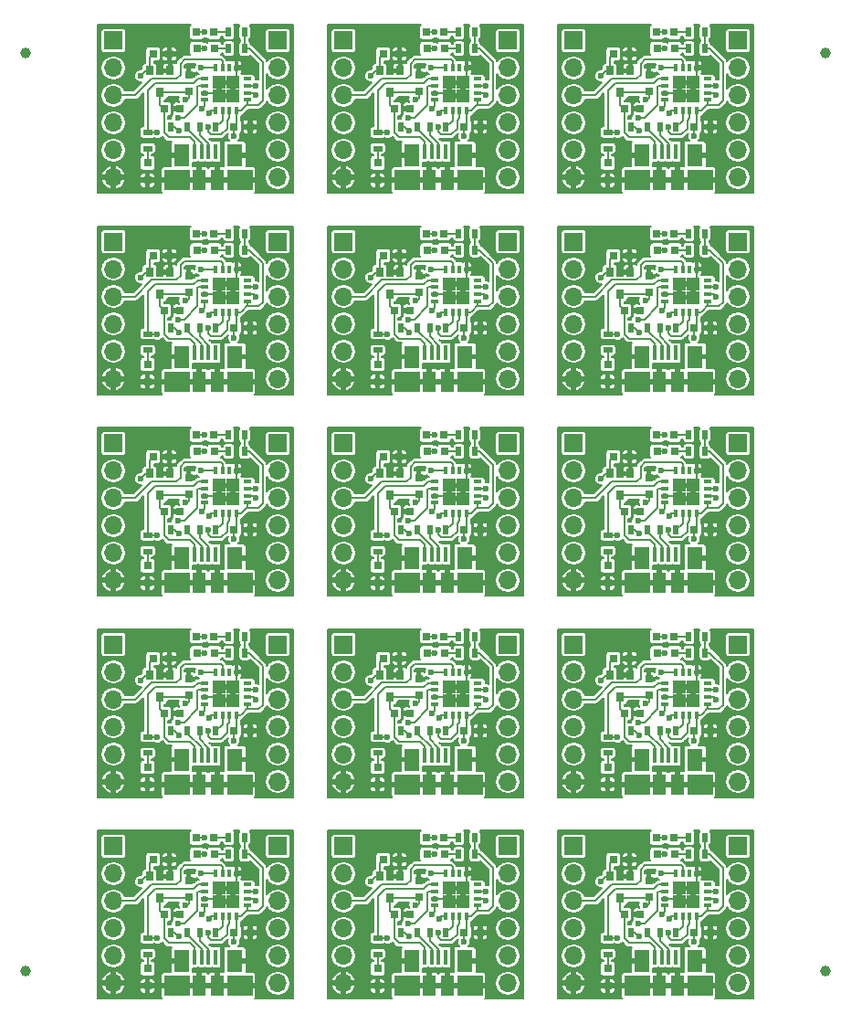
<source format=gtl>
G04 #@! TF.FileFunction,Copper,L1,Top,Signal*
%FSLAX46Y46*%
G04 Gerber Fmt 4.6, Leading zero omitted, Abs format (unit mm)*
G04 Created by KiCad (PCBNEW 4.0.5+dfsg1-4) date Mon Jul 16 11:57:44 2018*
%MOMM*%
%LPD*%
G01*
G04 APERTURE LIST*
%ADD10C,0.100000*%
%ADD11C,1.000000*%
%ADD12R,1.700000X1.700000*%
%ADD13O,1.700000X1.700000*%
%ADD14C,0.600000*%
%ADD15R,0.900000X0.500000*%
%ADD16R,0.800000X0.800000*%
%ADD17R,0.800000X0.900000*%
%ADD18R,0.800000X0.750000*%
%ADD19R,0.500000X0.900000*%
%ADD20R,0.450000X1.380000*%
%ADD21R,1.475000X2.100000*%
%ADD22R,2.375000X1.900000*%
%ADD23R,1.175000X1.900000*%
%ADD24R,0.750000X0.800000*%
%ADD25R,0.800000X0.350000*%
%ADD26R,0.350000X0.800000*%
%ADD27R,1.250000X1.250000*%
%ADD28C,0.203200*%
G04 APERTURE END LIST*
D10*
D11*
X185293000Y-53594000D03*
X185293000Y-138684000D03*
X111125000Y-53594000D03*
D12*
X140589000Y-127127000D03*
D13*
X140589000Y-129667000D03*
X140589000Y-132207000D03*
X140589000Y-134747000D03*
X140589000Y-137287000D03*
X140589000Y-139827000D03*
D12*
X119253000Y-127127000D03*
D13*
X119253000Y-129667000D03*
X119253000Y-132207000D03*
X119253000Y-134747000D03*
X119253000Y-137287000D03*
X119253000Y-139827000D03*
D12*
X134493000Y-127127000D03*
D13*
X134493000Y-129667000D03*
X134493000Y-132207000D03*
X134493000Y-134747000D03*
X134493000Y-137287000D03*
X134493000Y-139827000D03*
D12*
X155829000Y-127127000D03*
D13*
X155829000Y-129667000D03*
X155829000Y-132207000D03*
X155829000Y-134747000D03*
X155829000Y-137287000D03*
X155829000Y-139827000D03*
D12*
X161925000Y-127127000D03*
D13*
X161925000Y-129667000D03*
X161925000Y-132207000D03*
X161925000Y-134747000D03*
X161925000Y-137287000D03*
X161925000Y-139827000D03*
D12*
X177165000Y-127127000D03*
D13*
X177165000Y-129667000D03*
X177165000Y-132207000D03*
X177165000Y-134747000D03*
X177165000Y-137287000D03*
X177165000Y-139827000D03*
D14*
X163957000Y-135636000D03*
D15*
X165100000Y-137160000D03*
X165100000Y-135660000D03*
D16*
X165100000Y-138481000D03*
X165100000Y-140081000D03*
D14*
X163322000Y-136271000D03*
X167894000Y-128397000D03*
D17*
X167193000Y-129937000D03*
X165293000Y-129937000D03*
X166243000Y-131937000D03*
D14*
X167513000Y-132715000D03*
D18*
X167120000Y-128397000D03*
X165620000Y-128397000D03*
D14*
X141986000Y-136271000D03*
X142621000Y-135636000D03*
D15*
X143764000Y-137160000D03*
X143764000Y-135660000D03*
D16*
X143764000Y-138481000D03*
X143764000Y-140081000D03*
D18*
X146788000Y-133477000D03*
X145288000Y-133477000D03*
D19*
X145923000Y-135128000D03*
X147423000Y-135128000D03*
D20*
X148101000Y-137421000D03*
X148751000Y-137421000D03*
X149401000Y-137421000D03*
X150051000Y-137421000D03*
X150701000Y-137421000D03*
D21*
X146938500Y-137781000D03*
X151863500Y-137781000D03*
D22*
X146491000Y-140081000D03*
X152311000Y-140081000D03*
D23*
X148561000Y-140081000D03*
X150241000Y-140081000D03*
D18*
X153289000Y-135128000D03*
X151789000Y-135128000D03*
D19*
X150102000Y-135128000D03*
X148602000Y-135128000D03*
X151269000Y-126365000D03*
X152769000Y-126365000D03*
D16*
X149898000Y-126365000D03*
X148298000Y-126365000D03*
D24*
X147574000Y-131814000D03*
X147574000Y-130314000D03*
D25*
X149035000Y-130683000D03*
X149035000Y-131333000D03*
X149035000Y-131983000D03*
X149035000Y-132633000D03*
D26*
X150060000Y-133658000D03*
X150710000Y-133658000D03*
X151360000Y-133658000D03*
X152010000Y-133658000D03*
D25*
X153035000Y-132633000D03*
X153035000Y-131983000D03*
X153035000Y-131333000D03*
X153035000Y-130683000D03*
D26*
X152010000Y-129658000D03*
X151360000Y-129658000D03*
X150710000Y-129658000D03*
X150060000Y-129658000D03*
D27*
X151660000Y-132283000D03*
X151660000Y-131033000D03*
X150410000Y-132283000D03*
X150410000Y-131033000D03*
D14*
X147574000Y-129540000D03*
D16*
X149936000Y-127889000D03*
X148336000Y-127889000D03*
D19*
X151269000Y-127889000D03*
X152769000Y-127889000D03*
D24*
X168910000Y-131814000D03*
X168910000Y-130314000D03*
D25*
X170371000Y-130683000D03*
X170371000Y-131333000D03*
X170371000Y-131983000D03*
X170371000Y-132633000D03*
D26*
X171396000Y-133658000D03*
X172046000Y-133658000D03*
X172696000Y-133658000D03*
X173346000Y-133658000D03*
D25*
X174371000Y-132633000D03*
X174371000Y-131983000D03*
X174371000Y-131333000D03*
X174371000Y-130683000D03*
D26*
X173346000Y-129658000D03*
X172696000Y-129658000D03*
X172046000Y-129658000D03*
X171396000Y-129658000D03*
D27*
X172996000Y-132283000D03*
X172996000Y-131033000D03*
X171746000Y-132283000D03*
X171746000Y-131033000D03*
D18*
X174625000Y-135128000D03*
X173125000Y-135128000D03*
D19*
X171438000Y-135128000D03*
X169938000Y-135128000D03*
D20*
X169437000Y-137421000D03*
X170087000Y-137421000D03*
X170737000Y-137421000D03*
X171387000Y-137421000D03*
X172037000Y-137421000D03*
D21*
X168274500Y-137781000D03*
X173199500Y-137781000D03*
D22*
X167827000Y-140081000D03*
X173647000Y-140081000D03*
D23*
X169897000Y-140081000D03*
X171577000Y-140081000D03*
D18*
X168124000Y-133477000D03*
X166624000Y-133477000D03*
D19*
X167259000Y-135128000D03*
X168759000Y-135128000D03*
D14*
X168910000Y-129540000D03*
D19*
X172605000Y-126365000D03*
X174105000Y-126365000D03*
D16*
X171272000Y-127889000D03*
X169672000Y-127889000D03*
D19*
X172605000Y-127889000D03*
X174105000Y-127889000D03*
D16*
X171234000Y-126365000D03*
X169634000Y-126365000D03*
D15*
X122428000Y-137160000D03*
X122428000Y-135660000D03*
D14*
X120650000Y-136271000D03*
X121285000Y-135636000D03*
D16*
X122428000Y-138481000D03*
X122428000Y-140081000D03*
D20*
X126765000Y-137421000D03*
X127415000Y-137421000D03*
X128065000Y-137421000D03*
X128715000Y-137421000D03*
X129365000Y-137421000D03*
D21*
X125602500Y-137781000D03*
X130527500Y-137781000D03*
D22*
X125155000Y-140081000D03*
X130975000Y-140081000D03*
D23*
X127225000Y-140081000D03*
X128905000Y-140081000D03*
D18*
X131953000Y-135128000D03*
X130453000Y-135128000D03*
D19*
X128766000Y-135128000D03*
X127266000Y-135128000D03*
D25*
X127699000Y-130683000D03*
X127699000Y-131333000D03*
X127699000Y-131983000D03*
X127699000Y-132633000D03*
D26*
X128724000Y-133658000D03*
X129374000Y-133658000D03*
X130024000Y-133658000D03*
X130674000Y-133658000D03*
D25*
X131699000Y-132633000D03*
X131699000Y-131983000D03*
X131699000Y-131333000D03*
X131699000Y-130683000D03*
D26*
X130674000Y-129658000D03*
X130024000Y-129658000D03*
X129374000Y-129658000D03*
X128724000Y-129658000D03*
D27*
X130324000Y-132283000D03*
X130324000Y-131033000D03*
X129074000Y-132283000D03*
X129074000Y-131033000D03*
D19*
X129933000Y-127889000D03*
X131433000Y-127889000D03*
D16*
X128600000Y-127889000D03*
X127000000Y-127889000D03*
X128562000Y-126365000D03*
X126962000Y-126365000D03*
D14*
X125222000Y-128397000D03*
D19*
X129933000Y-126365000D03*
X131433000Y-126365000D03*
D14*
X126238000Y-129540000D03*
D19*
X124587000Y-135128000D03*
X126087000Y-135128000D03*
D18*
X125452000Y-133477000D03*
X123952000Y-133477000D03*
X124448000Y-128397000D03*
X122948000Y-128397000D03*
D14*
X124841000Y-132715000D03*
D24*
X126238000Y-131814000D03*
X126238000Y-130314000D03*
D17*
X124521000Y-129937000D03*
X122621000Y-129937000D03*
X123571000Y-131937000D03*
D18*
X145784000Y-128397000D03*
X144284000Y-128397000D03*
D17*
X145857000Y-129937000D03*
X143957000Y-129937000D03*
X144907000Y-131937000D03*
D14*
X146177000Y-132715000D03*
X146558000Y-128397000D03*
D12*
X155829000Y-108458000D03*
D13*
X155829000Y-110998000D03*
X155829000Y-113538000D03*
X155829000Y-116078000D03*
X155829000Y-118618000D03*
X155829000Y-121158000D03*
D12*
X177165000Y-108458000D03*
D13*
X177165000Y-110998000D03*
X177165000Y-113538000D03*
X177165000Y-116078000D03*
X177165000Y-118618000D03*
X177165000Y-121158000D03*
D12*
X161925000Y-108458000D03*
D13*
X161925000Y-110998000D03*
X161925000Y-113538000D03*
X161925000Y-116078000D03*
X161925000Y-118618000D03*
X161925000Y-121158000D03*
D12*
X140589000Y-108458000D03*
D13*
X140589000Y-110998000D03*
X140589000Y-113538000D03*
X140589000Y-116078000D03*
X140589000Y-118618000D03*
X140589000Y-121158000D03*
D12*
X134493000Y-108458000D03*
D13*
X134493000Y-110998000D03*
X134493000Y-113538000D03*
X134493000Y-116078000D03*
X134493000Y-118618000D03*
X134493000Y-121158000D03*
D12*
X119253000Y-108458000D03*
D13*
X119253000Y-110998000D03*
X119253000Y-113538000D03*
X119253000Y-116078000D03*
X119253000Y-118618000D03*
X119253000Y-121158000D03*
D19*
X129933000Y-109220000D03*
X131433000Y-109220000D03*
X129933000Y-107696000D03*
X131433000Y-107696000D03*
D16*
X128600000Y-109220000D03*
X127000000Y-109220000D03*
X128562000Y-107696000D03*
X126962000Y-107696000D03*
D14*
X125222000Y-109728000D03*
D20*
X126765000Y-118752000D03*
X127415000Y-118752000D03*
X128065000Y-118752000D03*
X128715000Y-118752000D03*
X129365000Y-118752000D03*
D21*
X125602500Y-119112000D03*
X130527500Y-119112000D03*
D22*
X125155000Y-121412000D03*
X130975000Y-121412000D03*
D23*
X127225000Y-121412000D03*
X128905000Y-121412000D03*
D18*
X125452000Y-114808000D03*
X123952000Y-114808000D03*
D25*
X127699000Y-112014000D03*
X127699000Y-112664000D03*
X127699000Y-113314000D03*
X127699000Y-113964000D03*
D26*
X128724000Y-114989000D03*
X129374000Y-114989000D03*
X130024000Y-114989000D03*
X130674000Y-114989000D03*
D25*
X131699000Y-113964000D03*
X131699000Y-113314000D03*
X131699000Y-112664000D03*
X131699000Y-112014000D03*
D26*
X130674000Y-110989000D03*
X130024000Y-110989000D03*
X129374000Y-110989000D03*
X128724000Y-110989000D03*
D27*
X130324000Y-113614000D03*
X130324000Y-112364000D03*
X129074000Y-113614000D03*
X129074000Y-112364000D03*
D19*
X128766000Y-116459000D03*
X127266000Y-116459000D03*
D14*
X124841000Y-114046000D03*
D19*
X124587000Y-116459000D03*
X126087000Y-116459000D03*
D18*
X131953000Y-116459000D03*
X130453000Y-116459000D03*
D24*
X126238000Y-113145000D03*
X126238000Y-111645000D03*
D14*
X121285000Y-116967000D03*
D16*
X122428000Y-119812000D03*
X122428000Y-121412000D03*
D15*
X122428000Y-118491000D03*
X122428000Y-116991000D03*
D14*
X120650000Y-117602000D03*
D17*
X124521000Y-111268000D03*
X122621000Y-111268000D03*
X123571000Y-113268000D03*
D18*
X124448000Y-109728000D03*
X122948000Y-109728000D03*
D14*
X126238000Y-110871000D03*
D18*
X174625000Y-116459000D03*
X173125000Y-116459000D03*
D19*
X171438000Y-116459000D03*
X169938000Y-116459000D03*
D20*
X169437000Y-118752000D03*
X170087000Y-118752000D03*
X170737000Y-118752000D03*
X171387000Y-118752000D03*
X172037000Y-118752000D03*
D21*
X168274500Y-119112000D03*
X173199500Y-119112000D03*
D22*
X167827000Y-121412000D03*
X173647000Y-121412000D03*
D23*
X169897000Y-121412000D03*
X171577000Y-121412000D03*
D18*
X168124000Y-114808000D03*
X166624000Y-114808000D03*
D19*
X167259000Y-116459000D03*
X168759000Y-116459000D03*
D14*
X163957000Y-116967000D03*
D16*
X165100000Y-119812000D03*
X165100000Y-121412000D03*
D15*
X165100000Y-118491000D03*
X165100000Y-116991000D03*
D14*
X163322000Y-117602000D03*
X167513000Y-114046000D03*
D18*
X167120000Y-109728000D03*
X165620000Y-109728000D03*
D14*
X167894000Y-109728000D03*
D17*
X167193000Y-111268000D03*
X165293000Y-111268000D03*
X166243000Y-113268000D03*
D19*
X172605000Y-107696000D03*
X174105000Y-107696000D03*
D25*
X170371000Y-112014000D03*
X170371000Y-112664000D03*
X170371000Y-113314000D03*
X170371000Y-113964000D03*
D26*
X171396000Y-114989000D03*
X172046000Y-114989000D03*
X172696000Y-114989000D03*
X173346000Y-114989000D03*
D25*
X174371000Y-113964000D03*
X174371000Y-113314000D03*
X174371000Y-112664000D03*
X174371000Y-112014000D03*
D26*
X173346000Y-110989000D03*
X172696000Y-110989000D03*
X172046000Y-110989000D03*
X171396000Y-110989000D03*
D27*
X172996000Y-113614000D03*
X172996000Y-112364000D03*
X171746000Y-113614000D03*
X171746000Y-112364000D03*
D24*
X168910000Y-113145000D03*
X168910000Y-111645000D03*
D16*
X171272000Y-109220000D03*
X169672000Y-109220000D03*
D19*
X172605000Y-109220000D03*
X174105000Y-109220000D03*
D14*
X168910000Y-110871000D03*
D16*
X171234000Y-107696000D03*
X169634000Y-107696000D03*
D18*
X146788000Y-114808000D03*
X145288000Y-114808000D03*
X145784000Y-109728000D03*
X144284000Y-109728000D03*
D17*
X145857000Y-111268000D03*
X143957000Y-111268000D03*
X144907000Y-113268000D03*
D14*
X146558000Y-109728000D03*
X141986000Y-117602000D03*
D20*
X148101000Y-118752000D03*
X148751000Y-118752000D03*
X149401000Y-118752000D03*
X150051000Y-118752000D03*
X150701000Y-118752000D03*
D21*
X146938500Y-119112000D03*
X151863500Y-119112000D03*
D22*
X146491000Y-121412000D03*
X152311000Y-121412000D03*
D23*
X148561000Y-121412000D03*
X150241000Y-121412000D03*
D14*
X142621000Y-116967000D03*
D15*
X143764000Y-118491000D03*
X143764000Y-116991000D03*
D16*
X143764000Y-119812000D03*
X143764000Y-121412000D03*
D24*
X147574000Y-113145000D03*
X147574000Y-111645000D03*
D18*
X153289000Y-116459000D03*
X151789000Y-116459000D03*
D19*
X145923000Y-116459000D03*
X147423000Y-116459000D03*
D14*
X146177000Y-114046000D03*
D25*
X149035000Y-112014000D03*
X149035000Y-112664000D03*
X149035000Y-113314000D03*
X149035000Y-113964000D03*
D26*
X150060000Y-114989000D03*
X150710000Y-114989000D03*
X151360000Y-114989000D03*
X152010000Y-114989000D03*
D25*
X153035000Y-113964000D03*
X153035000Y-113314000D03*
X153035000Y-112664000D03*
X153035000Y-112014000D03*
D26*
X152010000Y-110989000D03*
X151360000Y-110989000D03*
X150710000Y-110989000D03*
X150060000Y-110989000D03*
D27*
X151660000Y-113614000D03*
X151660000Y-112364000D03*
X150410000Y-113614000D03*
X150410000Y-112364000D03*
D19*
X150102000Y-116459000D03*
X148602000Y-116459000D03*
D14*
X147574000Y-110871000D03*
D19*
X151269000Y-107696000D03*
X152769000Y-107696000D03*
D16*
X149898000Y-107696000D03*
X148298000Y-107696000D03*
X149936000Y-109220000D03*
X148336000Y-109220000D03*
D19*
X151269000Y-109220000D03*
X152769000Y-109220000D03*
D12*
X140589000Y-89789000D03*
D13*
X140589000Y-92329000D03*
X140589000Y-94869000D03*
X140589000Y-97409000D03*
X140589000Y-99949000D03*
X140589000Y-102489000D03*
D12*
X134493000Y-89789000D03*
D13*
X134493000Y-92329000D03*
X134493000Y-94869000D03*
X134493000Y-97409000D03*
X134493000Y-99949000D03*
X134493000Y-102489000D03*
D12*
X119253000Y-89789000D03*
D13*
X119253000Y-92329000D03*
X119253000Y-94869000D03*
X119253000Y-97409000D03*
X119253000Y-99949000D03*
X119253000Y-102489000D03*
D12*
X155829000Y-89789000D03*
D13*
X155829000Y-92329000D03*
X155829000Y-94869000D03*
X155829000Y-97409000D03*
X155829000Y-99949000D03*
X155829000Y-102489000D03*
D12*
X177165000Y-89789000D03*
D13*
X177165000Y-92329000D03*
X177165000Y-94869000D03*
X177165000Y-97409000D03*
X177165000Y-99949000D03*
X177165000Y-102489000D03*
D12*
X161925000Y-89789000D03*
D13*
X161925000Y-92329000D03*
X161925000Y-94869000D03*
X161925000Y-97409000D03*
X161925000Y-99949000D03*
X161925000Y-102489000D03*
D19*
X172605000Y-89027000D03*
X174105000Y-89027000D03*
D16*
X171272000Y-90551000D03*
X169672000Y-90551000D03*
X171234000Y-89027000D03*
X169634000Y-89027000D03*
D19*
X172605000Y-90551000D03*
X174105000Y-90551000D03*
D14*
X168910000Y-92202000D03*
D25*
X170371000Y-93345000D03*
X170371000Y-93995000D03*
X170371000Y-94645000D03*
X170371000Y-95295000D03*
D26*
X171396000Y-96320000D03*
X172046000Y-96320000D03*
X172696000Y-96320000D03*
X173346000Y-96320000D03*
D25*
X174371000Y-95295000D03*
X174371000Y-94645000D03*
X174371000Y-93995000D03*
X174371000Y-93345000D03*
D26*
X173346000Y-92320000D03*
X172696000Y-92320000D03*
X172046000Y-92320000D03*
X171396000Y-92320000D03*
D27*
X172996000Y-94945000D03*
X172996000Y-93695000D03*
X171746000Y-94945000D03*
X171746000Y-93695000D03*
D24*
X168910000Y-94476000D03*
X168910000Y-92976000D03*
D14*
X167894000Y-91059000D03*
D18*
X168124000Y-96139000D03*
X166624000Y-96139000D03*
X167120000Y-91059000D03*
X165620000Y-91059000D03*
D17*
X167193000Y-92599000D03*
X165293000Y-92599000D03*
X166243000Y-94599000D03*
D14*
X167513000Y-95377000D03*
X163957000Y-98298000D03*
X163322000Y-98933000D03*
D19*
X171438000Y-97790000D03*
X169938000Y-97790000D03*
D15*
X165100000Y-99822000D03*
X165100000Y-98322000D03*
D20*
X169437000Y-100083000D03*
X170087000Y-100083000D03*
X170737000Y-100083000D03*
X171387000Y-100083000D03*
X172037000Y-100083000D03*
D21*
X168274500Y-100443000D03*
X173199500Y-100443000D03*
D22*
X167827000Y-102743000D03*
X173647000Y-102743000D03*
D23*
X169897000Y-102743000D03*
X171577000Y-102743000D03*
D16*
X165100000Y-101143000D03*
X165100000Y-102743000D03*
D19*
X167259000Y-97790000D03*
X168759000Y-97790000D03*
D18*
X174625000Y-97790000D03*
X173125000Y-97790000D03*
D16*
X149936000Y-90551000D03*
X148336000Y-90551000D03*
D19*
X151269000Y-90551000D03*
X152769000Y-90551000D03*
X151269000Y-89027000D03*
X152769000Y-89027000D03*
D16*
X149898000Y-89027000D03*
X148298000Y-89027000D03*
D14*
X147574000Y-92202000D03*
D18*
X145784000Y-91059000D03*
X144284000Y-91059000D03*
D14*
X146558000Y-91059000D03*
D24*
X147574000Y-94476000D03*
X147574000Y-92976000D03*
D19*
X150102000Y-97790000D03*
X148602000Y-97790000D03*
D20*
X148101000Y-100083000D03*
X148751000Y-100083000D03*
X149401000Y-100083000D03*
X150051000Y-100083000D03*
X150701000Y-100083000D03*
D21*
X146938500Y-100443000D03*
X151863500Y-100443000D03*
D22*
X146491000Y-102743000D03*
X152311000Y-102743000D03*
D23*
X148561000Y-102743000D03*
X150241000Y-102743000D03*
D17*
X145857000Y-92599000D03*
X143957000Y-92599000D03*
X144907000Y-94599000D03*
D25*
X149035000Y-93345000D03*
X149035000Y-93995000D03*
X149035000Y-94645000D03*
X149035000Y-95295000D03*
D26*
X150060000Y-96320000D03*
X150710000Y-96320000D03*
X151360000Y-96320000D03*
X152010000Y-96320000D03*
D25*
X153035000Y-95295000D03*
X153035000Y-94645000D03*
X153035000Y-93995000D03*
X153035000Y-93345000D03*
D26*
X152010000Y-92320000D03*
X151360000Y-92320000D03*
X150710000Y-92320000D03*
X150060000Y-92320000D03*
D27*
X151660000Y-94945000D03*
X151660000Y-93695000D03*
X150410000Y-94945000D03*
X150410000Y-93695000D03*
D19*
X145923000Y-97790000D03*
X147423000Y-97790000D03*
D14*
X146177000Y-95377000D03*
D18*
X153289000Y-97790000D03*
X151789000Y-97790000D03*
D24*
X126238000Y-94476000D03*
X126238000Y-92976000D03*
D14*
X124841000Y-95377000D03*
D18*
X125452000Y-96139000D03*
X123952000Y-96139000D03*
D25*
X127699000Y-93345000D03*
X127699000Y-93995000D03*
X127699000Y-94645000D03*
X127699000Y-95295000D03*
D26*
X128724000Y-96320000D03*
X129374000Y-96320000D03*
X130024000Y-96320000D03*
X130674000Y-96320000D03*
D25*
X131699000Y-95295000D03*
X131699000Y-94645000D03*
X131699000Y-93995000D03*
X131699000Y-93345000D03*
D26*
X130674000Y-92320000D03*
X130024000Y-92320000D03*
X129374000Y-92320000D03*
X128724000Y-92320000D03*
D27*
X130324000Y-94945000D03*
X130324000Y-93695000D03*
X129074000Y-94945000D03*
X129074000Y-93695000D03*
D19*
X124587000Y-97790000D03*
X126087000Y-97790000D03*
D20*
X126765000Y-100083000D03*
X127415000Y-100083000D03*
X128065000Y-100083000D03*
X128715000Y-100083000D03*
X129365000Y-100083000D03*
D21*
X125602500Y-100443000D03*
X130527500Y-100443000D03*
D22*
X125155000Y-102743000D03*
X130975000Y-102743000D03*
D23*
X127225000Y-102743000D03*
X128905000Y-102743000D03*
D19*
X128766000Y-97790000D03*
X127266000Y-97790000D03*
D18*
X131953000Y-97790000D03*
X130453000Y-97790000D03*
D17*
X124521000Y-92599000D03*
X122621000Y-92599000D03*
X123571000Y-94599000D03*
D15*
X122428000Y-99822000D03*
X122428000Y-98322000D03*
D14*
X120650000Y-98933000D03*
X121285000Y-98298000D03*
D16*
X122428000Y-101143000D03*
X122428000Y-102743000D03*
D18*
X124448000Y-91059000D03*
X122948000Y-91059000D03*
D14*
X126238000Y-92202000D03*
X125222000Y-91059000D03*
D19*
X129933000Y-89027000D03*
X131433000Y-89027000D03*
D16*
X128600000Y-90551000D03*
X127000000Y-90551000D03*
X128562000Y-89027000D03*
X126962000Y-89027000D03*
D19*
X129933000Y-90551000D03*
X131433000Y-90551000D03*
D14*
X141986000Y-98933000D03*
D16*
X143764000Y-101143000D03*
X143764000Y-102743000D03*
D18*
X146788000Y-96139000D03*
X145288000Y-96139000D03*
D14*
X142621000Y-98298000D03*
D15*
X143764000Y-99822000D03*
X143764000Y-98322000D03*
D12*
X140589000Y-71120000D03*
D13*
X140589000Y-73660000D03*
X140589000Y-76200000D03*
X140589000Y-78740000D03*
X140589000Y-81280000D03*
X140589000Y-83820000D03*
D12*
X119253000Y-71120000D03*
D13*
X119253000Y-73660000D03*
X119253000Y-76200000D03*
X119253000Y-78740000D03*
X119253000Y-81280000D03*
X119253000Y-83820000D03*
D12*
X134493000Y-71120000D03*
D13*
X134493000Y-73660000D03*
X134493000Y-76200000D03*
X134493000Y-78740000D03*
X134493000Y-81280000D03*
X134493000Y-83820000D03*
D12*
X155829000Y-71120000D03*
D13*
X155829000Y-73660000D03*
X155829000Y-76200000D03*
X155829000Y-78740000D03*
X155829000Y-81280000D03*
X155829000Y-83820000D03*
D12*
X177165000Y-71120000D03*
D13*
X177165000Y-73660000D03*
X177165000Y-76200000D03*
X177165000Y-78740000D03*
X177165000Y-81280000D03*
X177165000Y-83820000D03*
D12*
X161925000Y-71120000D03*
D13*
X161925000Y-73660000D03*
X161925000Y-76200000D03*
X161925000Y-78740000D03*
X161925000Y-81280000D03*
X161925000Y-83820000D03*
D19*
X172605000Y-71882000D03*
X174105000Y-71882000D03*
X172605000Y-70358000D03*
X174105000Y-70358000D03*
D25*
X170371000Y-74676000D03*
X170371000Y-75326000D03*
X170371000Y-75976000D03*
X170371000Y-76626000D03*
D26*
X171396000Y-77651000D03*
X172046000Y-77651000D03*
X172696000Y-77651000D03*
X173346000Y-77651000D03*
D25*
X174371000Y-76626000D03*
X174371000Y-75976000D03*
X174371000Y-75326000D03*
X174371000Y-74676000D03*
D26*
X173346000Y-73651000D03*
X172696000Y-73651000D03*
X172046000Y-73651000D03*
X171396000Y-73651000D03*
D27*
X172996000Y-76276000D03*
X172996000Y-75026000D03*
X171746000Y-76276000D03*
X171746000Y-75026000D03*
D14*
X167894000Y-72390000D03*
X168910000Y-73533000D03*
D16*
X171272000Y-71882000D03*
X169672000Y-71882000D03*
X171234000Y-70358000D03*
X169634000Y-70358000D03*
D14*
X163957000Y-79629000D03*
X163322000Y-80264000D03*
D16*
X165100000Y-82474000D03*
X165100000Y-84074000D03*
D15*
X165100000Y-81153000D03*
X165100000Y-79653000D03*
D19*
X171438000Y-79121000D03*
X169938000Y-79121000D03*
D18*
X174625000Y-79121000D03*
X173125000Y-79121000D03*
D19*
X167259000Y-79121000D03*
X168759000Y-79121000D03*
D20*
X169437000Y-81414000D03*
X170087000Y-81414000D03*
X170737000Y-81414000D03*
X171387000Y-81414000D03*
X172037000Y-81414000D03*
D21*
X168274500Y-81774000D03*
X173199500Y-81774000D03*
D22*
X167827000Y-84074000D03*
X173647000Y-84074000D03*
D23*
X169897000Y-84074000D03*
X171577000Y-84074000D03*
D18*
X168124000Y-77470000D03*
X166624000Y-77470000D03*
X167120000Y-72390000D03*
X165620000Y-72390000D03*
D17*
X167193000Y-73930000D03*
X165293000Y-73930000D03*
X166243000Y-75930000D03*
D14*
X167513000Y-76708000D03*
D24*
X168910000Y-75807000D03*
X168910000Y-74307000D03*
D19*
X128766000Y-79121000D03*
X127266000Y-79121000D03*
X124587000Y-79121000D03*
X126087000Y-79121000D03*
D20*
X126765000Y-81414000D03*
X127415000Y-81414000D03*
X128065000Y-81414000D03*
X128715000Y-81414000D03*
X129365000Y-81414000D03*
D21*
X125602500Y-81774000D03*
X130527500Y-81774000D03*
D22*
X125155000Y-84074000D03*
X130975000Y-84074000D03*
D23*
X127225000Y-84074000D03*
X128905000Y-84074000D03*
D18*
X131953000Y-79121000D03*
X130453000Y-79121000D03*
D25*
X127699000Y-74676000D03*
X127699000Y-75326000D03*
X127699000Y-75976000D03*
X127699000Y-76626000D03*
D26*
X128724000Y-77651000D03*
X129374000Y-77651000D03*
X130024000Y-77651000D03*
X130674000Y-77651000D03*
D25*
X131699000Y-76626000D03*
X131699000Y-75976000D03*
X131699000Y-75326000D03*
X131699000Y-74676000D03*
D26*
X130674000Y-73651000D03*
X130024000Y-73651000D03*
X129374000Y-73651000D03*
X128724000Y-73651000D03*
D27*
X130324000Y-76276000D03*
X130324000Y-75026000D03*
X129074000Y-76276000D03*
X129074000Y-75026000D03*
D25*
X149035000Y-74676000D03*
X149035000Y-75326000D03*
X149035000Y-75976000D03*
X149035000Y-76626000D03*
D26*
X150060000Y-77651000D03*
X150710000Y-77651000D03*
X151360000Y-77651000D03*
X152010000Y-77651000D03*
D25*
X153035000Y-76626000D03*
X153035000Y-75976000D03*
X153035000Y-75326000D03*
X153035000Y-74676000D03*
D26*
X152010000Y-73651000D03*
X151360000Y-73651000D03*
X150710000Y-73651000D03*
X150060000Y-73651000D03*
D27*
X151660000Y-76276000D03*
X151660000Y-75026000D03*
X150410000Y-76276000D03*
X150410000Y-75026000D03*
D14*
X147574000Y-73533000D03*
D19*
X151269000Y-71882000D03*
X152769000Y-71882000D03*
D16*
X149936000Y-71882000D03*
X148336000Y-71882000D03*
D19*
X151269000Y-70358000D03*
X152769000Y-70358000D03*
D24*
X147574000Y-75807000D03*
X147574000Y-74307000D03*
D16*
X149898000Y-70358000D03*
X148298000Y-70358000D03*
D18*
X124448000Y-72390000D03*
X122948000Y-72390000D03*
D17*
X124521000Y-73930000D03*
X122621000Y-73930000D03*
X123571000Y-75930000D03*
D24*
X126238000Y-75807000D03*
X126238000Y-74307000D03*
D14*
X124841000Y-76708000D03*
D18*
X125452000Y-77470000D03*
X123952000Y-77470000D03*
D19*
X129933000Y-70358000D03*
X131433000Y-70358000D03*
D16*
X128600000Y-71882000D03*
X127000000Y-71882000D03*
D14*
X125222000Y-72390000D03*
X126238000Y-73533000D03*
D19*
X129933000Y-71882000D03*
X131433000Y-71882000D03*
D16*
X128562000Y-70358000D03*
X126962000Y-70358000D03*
D14*
X142621000Y-79629000D03*
X146558000Y-72390000D03*
D17*
X145857000Y-73930000D03*
X143957000Y-73930000D03*
X144907000Y-75930000D03*
D18*
X145784000Y-72390000D03*
X144284000Y-72390000D03*
X146788000Y-77470000D03*
X145288000Y-77470000D03*
D14*
X146177000Y-76708000D03*
D15*
X122428000Y-81153000D03*
X122428000Y-79653000D03*
D14*
X121285000Y-79629000D03*
X120650000Y-80264000D03*
D16*
X122428000Y-82474000D03*
X122428000Y-84074000D03*
D19*
X150102000Y-79121000D03*
X148602000Y-79121000D03*
D18*
X153289000Y-79121000D03*
X151789000Y-79121000D03*
D19*
X145923000Y-79121000D03*
X147423000Y-79121000D03*
D20*
X148101000Y-81414000D03*
X148751000Y-81414000D03*
X149401000Y-81414000D03*
X150051000Y-81414000D03*
X150701000Y-81414000D03*
D21*
X146938500Y-81774000D03*
X151863500Y-81774000D03*
D22*
X146491000Y-84074000D03*
X152311000Y-84074000D03*
D23*
X148561000Y-84074000D03*
X150241000Y-84074000D03*
D15*
X143764000Y-81153000D03*
X143764000Y-79653000D03*
D16*
X143764000Y-82474000D03*
X143764000Y-84074000D03*
D14*
X141986000Y-80264000D03*
D12*
X177165000Y-52451000D03*
D13*
X177165000Y-54991000D03*
X177165000Y-57531000D03*
X177165000Y-60071000D03*
X177165000Y-62611000D03*
X177165000Y-65151000D03*
D12*
X161925000Y-52451000D03*
D13*
X161925000Y-54991000D03*
X161925000Y-57531000D03*
X161925000Y-60071000D03*
X161925000Y-62611000D03*
X161925000Y-65151000D03*
D18*
X174625000Y-60452000D03*
X173125000Y-60452000D03*
D17*
X167193000Y-55261000D03*
X165293000Y-55261000D03*
X166243000Y-57261000D03*
D18*
X167120000Y-53721000D03*
X165620000Y-53721000D03*
D14*
X167513000Y-58039000D03*
D18*
X168124000Y-58801000D03*
X166624000Y-58801000D03*
D19*
X172605000Y-53213000D03*
X174105000Y-53213000D03*
D25*
X170371000Y-56007000D03*
X170371000Y-56657000D03*
X170371000Y-57307000D03*
X170371000Y-57957000D03*
D26*
X171396000Y-58982000D03*
X172046000Y-58982000D03*
X172696000Y-58982000D03*
X173346000Y-58982000D03*
D25*
X174371000Y-57957000D03*
X174371000Y-57307000D03*
X174371000Y-56657000D03*
X174371000Y-56007000D03*
D26*
X173346000Y-54982000D03*
X172696000Y-54982000D03*
X172046000Y-54982000D03*
X171396000Y-54982000D03*
D27*
X172996000Y-57607000D03*
X172996000Y-56357000D03*
X171746000Y-57607000D03*
X171746000Y-56357000D03*
D24*
X168910000Y-57138000D03*
X168910000Y-55638000D03*
D19*
X172605000Y-51689000D03*
X174105000Y-51689000D03*
D14*
X163322000Y-61595000D03*
X163957000Y-60960000D03*
D15*
X165100000Y-62484000D03*
X165100000Y-60984000D03*
D14*
X168910000Y-54864000D03*
X167894000Y-53721000D03*
D16*
X171272000Y-53213000D03*
X169672000Y-53213000D03*
X171234000Y-51689000D03*
X169634000Y-51689000D03*
D20*
X169437000Y-62745000D03*
X170087000Y-62745000D03*
X170737000Y-62745000D03*
X171387000Y-62745000D03*
X172037000Y-62745000D03*
D21*
X168274500Y-63105000D03*
X173199500Y-63105000D03*
D22*
X167827000Y-65405000D03*
X173647000Y-65405000D03*
D23*
X169897000Y-65405000D03*
X171577000Y-65405000D03*
D19*
X167259000Y-60452000D03*
X168759000Y-60452000D03*
X171438000Y-60452000D03*
X169938000Y-60452000D03*
D16*
X165100000Y-63805000D03*
X165100000Y-65405000D03*
D12*
X140589000Y-52451000D03*
D13*
X140589000Y-54991000D03*
X140589000Y-57531000D03*
X140589000Y-60071000D03*
X140589000Y-62611000D03*
X140589000Y-65151000D03*
D12*
X155829000Y-52451000D03*
D13*
X155829000Y-54991000D03*
X155829000Y-57531000D03*
X155829000Y-60071000D03*
X155829000Y-62611000D03*
X155829000Y-65151000D03*
D18*
X153289000Y-60452000D03*
X151789000Y-60452000D03*
D19*
X151269000Y-51689000D03*
X152769000Y-51689000D03*
X151269000Y-53213000D03*
X152769000Y-53213000D03*
D16*
X149936000Y-53213000D03*
X148336000Y-53213000D03*
D25*
X149035000Y-56007000D03*
X149035000Y-56657000D03*
X149035000Y-57307000D03*
X149035000Y-57957000D03*
D26*
X150060000Y-58982000D03*
X150710000Y-58982000D03*
X151360000Y-58982000D03*
X152010000Y-58982000D03*
D25*
X153035000Y-57957000D03*
X153035000Y-57307000D03*
X153035000Y-56657000D03*
X153035000Y-56007000D03*
D26*
X152010000Y-54982000D03*
X151360000Y-54982000D03*
X150710000Y-54982000D03*
X150060000Y-54982000D03*
D27*
X151660000Y-57607000D03*
X151660000Y-56357000D03*
X150410000Y-57607000D03*
X150410000Y-56357000D03*
D16*
X149898000Y-51689000D03*
X148298000Y-51689000D03*
D14*
X146558000Y-53721000D03*
D16*
X143764000Y-63805000D03*
X143764000Y-65405000D03*
D19*
X145923000Y-60452000D03*
X147423000Y-60452000D03*
D20*
X148101000Y-62745000D03*
X148751000Y-62745000D03*
X149401000Y-62745000D03*
X150051000Y-62745000D03*
X150701000Y-62745000D03*
D21*
X146938500Y-63105000D03*
X151863500Y-63105000D03*
D22*
X146491000Y-65405000D03*
X152311000Y-65405000D03*
D23*
X148561000Y-65405000D03*
X150241000Y-65405000D03*
D15*
X143764000Y-62484000D03*
X143764000Y-60984000D03*
D19*
X150102000Y-60452000D03*
X148602000Y-60452000D03*
D14*
X142621000Y-60960000D03*
X141986000Y-61595000D03*
D18*
X145784000Y-53721000D03*
X144284000Y-53721000D03*
X146788000Y-58801000D03*
X145288000Y-58801000D03*
D24*
X147574000Y-57138000D03*
X147574000Y-55638000D03*
D17*
X145857000Y-55261000D03*
X143957000Y-55261000D03*
X144907000Y-57261000D03*
D14*
X146177000Y-58039000D03*
X147574000Y-54864000D03*
X121285000Y-60960000D03*
X120650000Y-61595000D03*
X125222000Y-53721000D03*
X126238000Y-54864000D03*
D12*
X119253000Y-52451000D03*
D13*
X119253000Y-54991000D03*
X119253000Y-57531000D03*
X119253000Y-60071000D03*
X119253000Y-62611000D03*
X119253000Y-65151000D03*
D12*
X134493000Y-52451000D03*
D13*
X134493000Y-54991000D03*
X134493000Y-57531000D03*
X134493000Y-60071000D03*
X134493000Y-62611000D03*
X134493000Y-65151000D03*
D18*
X131953000Y-60452000D03*
X130453000Y-60452000D03*
D24*
X126238000Y-57138000D03*
X126238000Y-55638000D03*
D18*
X125452000Y-58801000D03*
X123952000Y-58801000D03*
X124448000Y-53721000D03*
X122948000Y-53721000D03*
D16*
X122428000Y-63805000D03*
X122428000Y-65405000D03*
X128562000Y-51689000D03*
X126962000Y-51689000D03*
X128600000Y-53213000D03*
X127000000Y-53213000D03*
D20*
X126765000Y-62745000D03*
X127415000Y-62745000D03*
X128065000Y-62745000D03*
X128715000Y-62745000D03*
X129365000Y-62745000D03*
D21*
X125602500Y-63105000D03*
X130527500Y-63105000D03*
D22*
X125155000Y-65405000D03*
X130975000Y-65405000D03*
D23*
X127225000Y-65405000D03*
X128905000Y-65405000D03*
D19*
X124587000Y-60452000D03*
X126087000Y-60452000D03*
X128766000Y-60452000D03*
X127266000Y-60452000D03*
D15*
X122428000Y-62484000D03*
X122428000Y-60984000D03*
D19*
X129933000Y-51689000D03*
X131433000Y-51689000D03*
X129933000Y-53213000D03*
X131433000Y-53213000D03*
D25*
X127699000Y-56007000D03*
X127699000Y-56657000D03*
X127699000Y-57307000D03*
X127699000Y-57957000D03*
D26*
X128724000Y-58982000D03*
X129374000Y-58982000D03*
X130024000Y-58982000D03*
X130674000Y-58982000D03*
D25*
X131699000Y-57957000D03*
X131699000Y-57307000D03*
X131699000Y-56657000D03*
X131699000Y-56007000D03*
D26*
X130674000Y-54982000D03*
X130024000Y-54982000D03*
X129374000Y-54982000D03*
X128724000Y-54982000D03*
D27*
X130324000Y-57607000D03*
X130324000Y-56357000D03*
X129074000Y-57607000D03*
X129074000Y-56357000D03*
D17*
X124521000Y-55261000D03*
X122621000Y-55261000D03*
X123571000Y-57261000D03*
D14*
X124841000Y-58039000D03*
D11*
X111125000Y-138684000D03*
D14*
X151765000Y-136017000D03*
X123336725Y-135655725D03*
X130429000Y-136017000D03*
X144672725Y-135655725D03*
X166008725Y-135655725D03*
X173101000Y-136017000D03*
X173101000Y-117348000D03*
X166008725Y-116986725D03*
X151765000Y-117348000D03*
X144672725Y-116986725D03*
X123336725Y-116986725D03*
X130429000Y-117348000D03*
X173101000Y-98679000D03*
X166008725Y-98317725D03*
X144672725Y-98317725D03*
X151765000Y-98679000D03*
X130429000Y-98679000D03*
X123336725Y-98317725D03*
X173101000Y-80010000D03*
X166008725Y-79648725D03*
X144672725Y-79648725D03*
X130429000Y-80010000D03*
X151765000Y-80010000D03*
X123336725Y-79648725D03*
X173101000Y-61341000D03*
X166008725Y-60979725D03*
X151765000Y-61341000D03*
X144672725Y-60979725D03*
X123336725Y-60979725D03*
X130429000Y-61341000D03*
X149032898Y-126365000D03*
X149450919Y-133878978D03*
X127696898Y-126365000D03*
X128114919Y-133878978D03*
X170368898Y-126365000D03*
X170786919Y-133878978D03*
X170368898Y-107696000D03*
X170786919Y-115209978D03*
X127696898Y-107696000D03*
X149032898Y-107696000D03*
X149450919Y-115209978D03*
X128114919Y-115209978D03*
X170368898Y-89027000D03*
X149032898Y-89027000D03*
X170786919Y-96540978D03*
X149450919Y-96540978D03*
X128114919Y-96540978D03*
X127696898Y-89027000D03*
X170368898Y-70358000D03*
X170786919Y-77871978D03*
X128114919Y-77871978D03*
X149450919Y-77871978D03*
X149032898Y-70358000D03*
X127696898Y-70358000D03*
X170368898Y-51689000D03*
X170786919Y-59202978D03*
X149450919Y-59202978D03*
X149032898Y-51689000D03*
X128114919Y-59202978D03*
X127696898Y-51689000D03*
X149070898Y-127889000D03*
X153797000Y-131318000D03*
X127734898Y-127889000D03*
X132461000Y-131318000D03*
X170406898Y-127889000D03*
X175133000Y-131318000D03*
X175133000Y-112649000D03*
X170406898Y-109220000D03*
X153797000Y-112649000D03*
X127734898Y-109220000D03*
X132461000Y-112649000D03*
X149070898Y-109220000D03*
X175133000Y-93980000D03*
X170406898Y-90551000D03*
X149070898Y-90551000D03*
X153797000Y-93980000D03*
X132461000Y-93980000D03*
X127734898Y-90551000D03*
X175133000Y-75311000D03*
X170406898Y-71882000D03*
X153797000Y-75311000D03*
X149070898Y-71882000D03*
X132461000Y-75311000D03*
X127734898Y-71882000D03*
X170406898Y-53213000D03*
X175133000Y-56642000D03*
X153797000Y-56642000D03*
X149070898Y-53213000D03*
X132461000Y-56642000D03*
X127734898Y-53213000D03*
X149386898Y-135128000D03*
X146660215Y-135527161D03*
X125324215Y-135527161D03*
X128050898Y-135128000D03*
X167996215Y-135527161D03*
X170722898Y-135128000D03*
X170722898Y-116459000D03*
X167996215Y-116858161D03*
X149386898Y-116459000D03*
X146660215Y-116858161D03*
X125324215Y-116858161D03*
X128050898Y-116459000D03*
X170722898Y-97790000D03*
X167996215Y-98189161D03*
X149386898Y-97790000D03*
X146660215Y-98189161D03*
X128050898Y-97790000D03*
X125324215Y-98189161D03*
X167996215Y-79520161D03*
X170722898Y-79121000D03*
X146660215Y-79520161D03*
X128050898Y-79121000D03*
X125324215Y-79520161D03*
X149386898Y-79121000D03*
X170722898Y-60452000D03*
X167996215Y-60851161D03*
X149386898Y-60452000D03*
X146660215Y-60851161D03*
X125324215Y-60851161D03*
X128050898Y-60452000D03*
X148717000Y-129667000D03*
X127381000Y-129667000D03*
X170053000Y-129667000D03*
X170053000Y-110998000D03*
X127381000Y-110998000D03*
X148717000Y-110998000D03*
X170053000Y-92329000D03*
X148717000Y-92329000D03*
X127381000Y-92329000D03*
X170053000Y-73660000D03*
X148717000Y-73660000D03*
X127381000Y-73660000D03*
X170053000Y-54991000D03*
X148717000Y-54991000D03*
X127381000Y-54991000D03*
X146558000Y-134317102D03*
X125222000Y-134317102D03*
X167894000Y-134317102D03*
X167894000Y-115648102D03*
X146558000Y-115648102D03*
X125222000Y-115648102D03*
X167894000Y-96979102D03*
X146558000Y-96979102D03*
X125222000Y-96979102D03*
X167894000Y-78310102D03*
X146558000Y-78310102D03*
X125222000Y-78310102D03*
X167894000Y-59641102D03*
X146558000Y-59641102D03*
X125222000Y-59641102D03*
X148807067Y-133465638D03*
X127471067Y-133465638D03*
X170143067Y-133465638D03*
X170143067Y-114796638D03*
X148807067Y-114796638D03*
X127471067Y-114796638D03*
X170143067Y-96127638D03*
X148807067Y-96127638D03*
X127471067Y-96127638D03*
X170143067Y-77458638D03*
X148807067Y-77458638D03*
X127471067Y-77458638D03*
X170143067Y-58789638D03*
X148807067Y-58789638D03*
X127471067Y-58789638D03*
X153817213Y-132192985D03*
X147230305Y-132596615D03*
X125894305Y-132596615D03*
X132481213Y-132192985D03*
X168566305Y-132596615D03*
X175153213Y-132192985D03*
X175153213Y-113523985D03*
X168566305Y-113927615D03*
X153817213Y-113523985D03*
X147230305Y-113927615D03*
X125894305Y-113927615D03*
X132481213Y-113523985D03*
X175153213Y-94854985D03*
X147230305Y-95258615D03*
X168566305Y-95258615D03*
X153817213Y-94854985D03*
X132481213Y-94854985D03*
X125894305Y-95258615D03*
X175153213Y-76185985D03*
X168566305Y-76589615D03*
X147230305Y-76589615D03*
X153817213Y-76185985D03*
X125894305Y-76589615D03*
X132481213Y-76185985D03*
X168566305Y-57920615D03*
X175153213Y-57516985D03*
X153817213Y-57516985D03*
X147230305Y-57920615D03*
X125894305Y-57920615D03*
X132481213Y-57516985D03*
X121793000Y-130429000D03*
X143129000Y-130429000D03*
X164465000Y-130429000D03*
X164465000Y-111760000D03*
X143129000Y-111760000D03*
X121793000Y-111760000D03*
X143129000Y-93091000D03*
X164465000Y-93091000D03*
X121793000Y-93091000D03*
X164465000Y-74422000D03*
X143129000Y-74422000D03*
X121793000Y-74422000D03*
X164465000Y-55753000D03*
X143129000Y-55753000D03*
X121793000Y-55753000D03*
D28*
X149035000Y-131983000D02*
X150110000Y-131983000D01*
X150110000Y-131983000D02*
X150410000Y-132283000D01*
X152010000Y-129658000D02*
X152010000Y-130683000D01*
X152010000Y-130683000D02*
X151660000Y-131033000D01*
X170371000Y-131983000D02*
X171446000Y-131983000D01*
X171446000Y-131983000D02*
X171746000Y-132283000D01*
X173346000Y-130683000D02*
X172996000Y-131033000D01*
X173346000Y-129658000D02*
X173346000Y-130683000D01*
X130674000Y-130683000D02*
X130324000Y-131033000D01*
X127699000Y-131983000D02*
X128774000Y-131983000D01*
X130674000Y-129658000D02*
X130674000Y-130683000D01*
X128774000Y-131983000D02*
X129074000Y-132283000D01*
X173346000Y-110989000D02*
X173346000Y-112014000D01*
X173346000Y-112014000D02*
X172996000Y-112364000D01*
X171446000Y-113314000D02*
X171746000Y-113614000D01*
X170371000Y-113314000D02*
X171446000Y-113314000D01*
X152010000Y-110989000D02*
X152010000Y-112014000D01*
X149035000Y-113314000D02*
X150110000Y-113314000D01*
X152010000Y-112014000D02*
X151660000Y-112364000D01*
X150110000Y-113314000D02*
X150410000Y-113614000D01*
X128774000Y-113314000D02*
X129074000Y-113614000D01*
X127699000Y-113314000D02*
X128774000Y-113314000D01*
X130674000Y-112014000D02*
X130324000Y-112364000D01*
X130674000Y-110989000D02*
X130674000Y-112014000D01*
X130674000Y-93345000D02*
X130324000Y-93695000D01*
X128774000Y-94645000D02*
X129074000Y-94945000D01*
X127699000Y-94645000D02*
X128774000Y-94645000D01*
X130674000Y-92320000D02*
X130674000Y-93345000D01*
X171446000Y-94645000D02*
X171746000Y-94945000D01*
X170371000Y-94645000D02*
X171446000Y-94645000D01*
X173346000Y-93345000D02*
X172996000Y-93695000D01*
X173346000Y-92320000D02*
X173346000Y-93345000D01*
X152010000Y-93345000D02*
X151660000Y-93695000D01*
X152010000Y-92320000D02*
X152010000Y-93345000D01*
X149035000Y-94645000D02*
X150110000Y-94645000D01*
X150110000Y-94645000D02*
X150410000Y-94945000D01*
X173346000Y-74676000D02*
X172996000Y-75026000D01*
X173346000Y-73651000D02*
X173346000Y-74676000D01*
X171446000Y-75976000D02*
X171746000Y-76276000D01*
X170371000Y-75976000D02*
X171446000Y-75976000D01*
X152010000Y-73651000D02*
X152010000Y-74676000D01*
X152010000Y-74676000D02*
X151660000Y-75026000D01*
X127699000Y-75976000D02*
X128774000Y-75976000D01*
X128774000Y-75976000D02*
X129074000Y-76276000D01*
X130674000Y-74676000D02*
X130324000Y-75026000D01*
X130674000Y-73651000D02*
X130674000Y-74676000D01*
X150110000Y-75976000D02*
X150410000Y-76276000D01*
X149035000Y-75976000D02*
X150110000Y-75976000D01*
X171446000Y-57307000D02*
X171746000Y-57607000D01*
X170371000Y-57307000D02*
X171446000Y-57307000D01*
X173346000Y-56007000D02*
X172996000Y-56357000D01*
X173346000Y-54982000D02*
X173346000Y-56007000D01*
X150110000Y-57307000D02*
X150410000Y-57607000D01*
X149035000Y-57307000D02*
X150110000Y-57307000D01*
X152010000Y-56007000D02*
X151660000Y-56357000D01*
X152010000Y-54982000D02*
X152010000Y-56007000D01*
X127699000Y-57307000D02*
X128774000Y-57307000D01*
X128774000Y-57307000D02*
X129074000Y-57607000D01*
X130674000Y-54982000D02*
X130674000Y-56007000D01*
X130674000Y-56007000D02*
X130324000Y-56357000D01*
X165100000Y-137160000D02*
X165100000Y-138481000D01*
X143764000Y-137160000D02*
X143764000Y-138481000D01*
X122428000Y-137160000D02*
X122428000Y-138481000D01*
X165100000Y-118491000D02*
X165100000Y-119812000D01*
X143764000Y-118491000D02*
X143764000Y-119812000D01*
X122428000Y-118491000D02*
X122428000Y-119812000D01*
X122428000Y-99822000D02*
X122428000Y-101143000D01*
X165100000Y-99822000D02*
X165100000Y-101143000D01*
X143764000Y-99822000D02*
X143764000Y-101143000D01*
X165100000Y-81153000D02*
X165100000Y-82474000D01*
X143764000Y-81153000D02*
X143764000Y-82474000D01*
X122428000Y-81153000D02*
X122428000Y-82474000D01*
X165100000Y-62484000D02*
X165100000Y-63805000D01*
X143764000Y-62484000D02*
X143764000Y-63805000D01*
X122428000Y-62484000D02*
X122428000Y-63805000D01*
X174105000Y-127889000D02*
X174105000Y-126365000D01*
X174105000Y-127889000D02*
X174558200Y-127889000D01*
X174558200Y-127889000D02*
X175768000Y-129098800D01*
X173346000Y-134907000D02*
X173346000Y-133658000D01*
X173125000Y-135128000D02*
X173346000Y-134907000D01*
X175387000Y-133096000D02*
X175768000Y-132715000D01*
X174455800Y-133096000D02*
X175387000Y-133096000D01*
X174455800Y-133096000D02*
X174371000Y-133011200D01*
X175768000Y-132715000D02*
X175768000Y-129098800D01*
X165785938Y-131064000D02*
X169386800Y-131064000D01*
X166004450Y-135660000D02*
X166008725Y-135655725D01*
X165100000Y-131749938D02*
X165785938Y-131064000D01*
X165100000Y-135660000D02*
X166004450Y-135660000D01*
X165100000Y-135660000D02*
X165100000Y-131749938D01*
X152769000Y-127889000D02*
X152769000Y-126365000D01*
X151789000Y-135128000D02*
X152010000Y-134907000D01*
X152010000Y-134907000D02*
X152010000Y-133658000D01*
X153035000Y-133011200D02*
X153035000Y-132633000D01*
X154051000Y-133096000D02*
X154432000Y-132715000D01*
X153119800Y-133096000D02*
X154051000Y-133096000D01*
X153119800Y-133096000D02*
X153035000Y-133011200D01*
X154432000Y-132715000D02*
X154432000Y-129098800D01*
X153222200Y-127889000D02*
X154432000Y-129098800D01*
X152769000Y-127889000D02*
X153222200Y-127889000D01*
X151789000Y-135993000D02*
X151765000Y-136017000D01*
X151789000Y-135128000D02*
X151789000Y-135993000D01*
X152442200Y-133561800D02*
X152484400Y-133561800D01*
X152484400Y-133561800D02*
X153035000Y-133011200D01*
X152388200Y-133658000D02*
X152442200Y-133604000D01*
X152442200Y-133604000D02*
X152442200Y-133561800D01*
X152010000Y-133658000D02*
X152388200Y-133658000D01*
X148431800Y-130683000D02*
X149035000Y-130683000D01*
X148050800Y-131064000D02*
X148431800Y-130683000D01*
X143764000Y-131749938D02*
X144449938Y-131064000D01*
X144449938Y-131064000D02*
X148050800Y-131064000D01*
X144668450Y-135660000D02*
X144672725Y-135655725D01*
X143764000Y-135660000D02*
X143764000Y-131749938D01*
X143764000Y-135660000D02*
X144668450Y-135660000D01*
X173125000Y-135128000D02*
X173125000Y-135993000D01*
X173125000Y-135993000D02*
X173101000Y-136017000D01*
X173778200Y-133604000D02*
X173778200Y-133561800D01*
X173820400Y-133561800D02*
X174371000Y-133011200D01*
X173346000Y-133658000D02*
X173724200Y-133658000D01*
X173724200Y-133658000D02*
X173778200Y-133604000D01*
X173778200Y-133561800D02*
X173820400Y-133561800D01*
X169386800Y-131064000D02*
X169767800Y-130683000D01*
X169767800Y-130683000D02*
X170371000Y-130683000D01*
X174371000Y-133011200D02*
X174371000Y-132633000D01*
X131433000Y-127889000D02*
X131433000Y-126365000D01*
X131886200Y-127889000D02*
X133096000Y-129098800D01*
X131783800Y-133096000D02*
X132715000Y-133096000D01*
X132715000Y-133096000D02*
X133096000Y-132715000D01*
X131433000Y-127889000D02*
X131886200Y-127889000D01*
X133096000Y-132715000D02*
X133096000Y-129098800D01*
X130453000Y-135993000D02*
X130429000Y-136017000D01*
X130453000Y-135128000D02*
X130453000Y-135993000D01*
X131699000Y-133011200D02*
X131699000Y-132633000D01*
X131783800Y-133096000D02*
X131699000Y-133011200D01*
X130674000Y-134907000D02*
X130674000Y-133658000D01*
X130453000Y-135128000D02*
X130674000Y-134907000D01*
X131148400Y-133561800D02*
X131699000Y-133011200D01*
X130674000Y-133658000D02*
X131052200Y-133658000D01*
X131106200Y-133604000D02*
X131106200Y-133561800D01*
X131052200Y-133658000D02*
X131106200Y-133604000D01*
X131106200Y-133561800D02*
X131148400Y-133561800D01*
X122428000Y-135660000D02*
X122428000Y-131749938D01*
X122428000Y-131749938D02*
X123113938Y-131064000D01*
X123113938Y-131064000D02*
X126714800Y-131064000D01*
X127095800Y-130683000D02*
X127699000Y-130683000D01*
X126714800Y-131064000D02*
X127095800Y-130683000D01*
X122428000Y-135660000D02*
X123332450Y-135660000D01*
X123332450Y-135660000D02*
X123336725Y-135655725D01*
X174558200Y-109220000D02*
X175768000Y-110429800D01*
X174105000Y-109220000D02*
X174105000Y-107696000D01*
X174105000Y-109220000D02*
X174558200Y-109220000D01*
X175387000Y-114427000D02*
X175768000Y-114046000D01*
X173778200Y-114935000D02*
X173778200Y-114892800D01*
X173724200Y-114989000D02*
X173778200Y-114935000D01*
X174455800Y-114427000D02*
X174371000Y-114342200D01*
X174371000Y-114342200D02*
X174371000Y-113964000D01*
X173820400Y-114892800D02*
X174371000Y-114342200D01*
X173778200Y-114892800D02*
X173820400Y-114892800D01*
X174455800Y-114427000D02*
X175387000Y-114427000D01*
X175768000Y-114046000D02*
X175768000Y-110429800D01*
X173346000Y-116238000D02*
X173346000Y-114989000D01*
X173346000Y-114989000D02*
X173724200Y-114989000D01*
X173125000Y-116459000D02*
X173346000Y-116238000D01*
X169386800Y-112395000D02*
X169767800Y-112014000D01*
X169767800Y-112014000D02*
X170371000Y-112014000D01*
X165785938Y-112395000D02*
X169386800Y-112395000D01*
X166004450Y-116991000D02*
X166008725Y-116986725D01*
X165100000Y-116991000D02*
X165100000Y-113080938D01*
X165100000Y-113080938D02*
X165785938Y-112395000D01*
X165100000Y-116991000D02*
X166004450Y-116991000D01*
X173125000Y-116459000D02*
X173125000Y-117324000D01*
X173125000Y-117324000D02*
X173101000Y-117348000D01*
X151789000Y-117324000D02*
X151765000Y-117348000D01*
X152769000Y-109220000D02*
X152769000Y-107696000D01*
X151789000Y-116459000D02*
X151789000Y-117324000D01*
X144668450Y-116991000D02*
X144672725Y-116986725D01*
X143764000Y-116991000D02*
X143764000Y-113080938D01*
X143764000Y-113080938D02*
X144449938Y-112395000D01*
X143764000Y-116991000D02*
X144668450Y-116991000D01*
X152442200Y-114892800D02*
X152484400Y-114892800D01*
X152010000Y-114989000D02*
X152388200Y-114989000D01*
X152442200Y-114935000D02*
X152442200Y-114892800D01*
X152388200Y-114989000D02*
X152442200Y-114935000D01*
X153119800Y-114427000D02*
X153035000Y-114342200D01*
X152484400Y-114892800D02*
X153035000Y-114342200D01*
X148050800Y-112395000D02*
X148431800Y-112014000D01*
X144449938Y-112395000D02*
X148050800Y-112395000D01*
X154051000Y-114427000D02*
X154432000Y-114046000D01*
X153119800Y-114427000D02*
X154051000Y-114427000D01*
X153035000Y-114342200D02*
X153035000Y-113964000D01*
X154432000Y-114046000D02*
X154432000Y-110429800D01*
X152769000Y-109220000D02*
X153222200Y-109220000D01*
X153222200Y-109220000D02*
X154432000Y-110429800D01*
X148431800Y-112014000D02*
X149035000Y-112014000D01*
X152010000Y-116238000D02*
X152010000Y-114989000D01*
X151789000Y-116459000D02*
X152010000Y-116238000D01*
X130674000Y-116238000D02*
X130674000Y-114989000D01*
X130453000Y-116459000D02*
X130674000Y-116238000D01*
X131783800Y-114427000D02*
X131699000Y-114342200D01*
X131699000Y-114342200D02*
X131699000Y-113964000D01*
X131148400Y-114892800D02*
X131699000Y-114342200D01*
X131106200Y-114892800D02*
X131148400Y-114892800D01*
X130674000Y-114989000D02*
X131052200Y-114989000D01*
X131106200Y-114935000D02*
X131106200Y-114892800D01*
X131052200Y-114989000D02*
X131106200Y-114935000D01*
X123113938Y-112395000D02*
X126714800Y-112395000D01*
X122428000Y-113080938D02*
X123113938Y-112395000D01*
X127095800Y-112014000D02*
X127699000Y-112014000D01*
X126714800Y-112395000D02*
X127095800Y-112014000D01*
X130453000Y-116459000D02*
X130453000Y-117324000D01*
X130453000Y-117324000D02*
X130429000Y-117348000D01*
X123332450Y-116991000D02*
X123336725Y-116986725D01*
X122428000Y-116991000D02*
X122428000Y-113080938D01*
X122428000Y-116991000D02*
X123332450Y-116991000D01*
X131886200Y-109220000D02*
X133096000Y-110429800D01*
X131783800Y-114427000D02*
X132715000Y-114427000D01*
X132715000Y-114427000D02*
X133096000Y-114046000D01*
X133096000Y-114046000D02*
X133096000Y-110429800D01*
X131433000Y-109220000D02*
X131886200Y-109220000D01*
X131433000Y-109220000D02*
X131433000Y-107696000D01*
X130674000Y-97569000D02*
X130674000Y-96320000D01*
X130453000Y-97790000D02*
X130674000Y-97569000D01*
X130453000Y-98655000D02*
X130429000Y-98679000D01*
X130453000Y-97790000D02*
X130453000Y-98655000D01*
X123332450Y-98322000D02*
X123336725Y-98317725D01*
X122428000Y-98322000D02*
X123332450Y-98322000D01*
X122428000Y-98322000D02*
X122428000Y-94411938D01*
X127095800Y-93345000D02*
X127699000Y-93345000D01*
X126714800Y-93726000D02*
X127095800Y-93345000D01*
X123113938Y-93726000D02*
X126714800Y-93726000D01*
X122428000Y-94411938D02*
X123113938Y-93726000D01*
X131433000Y-90551000D02*
X131433000Y-89027000D01*
X131886200Y-90551000D02*
X133096000Y-91760800D01*
X131433000Y-90551000D02*
X131886200Y-90551000D01*
X131148400Y-96223800D02*
X131699000Y-95673200D01*
X131106200Y-96223800D02*
X131148400Y-96223800D01*
X131106200Y-96266000D02*
X131106200Y-96223800D01*
X131052200Y-96320000D02*
X131106200Y-96266000D01*
X130674000Y-96320000D02*
X131052200Y-96320000D01*
X131783800Y-95758000D02*
X132715000Y-95758000D01*
X132715000Y-95758000D02*
X133096000Y-95377000D01*
X133096000Y-95377000D02*
X133096000Y-91760800D01*
X131699000Y-95673200D02*
X131699000Y-95295000D01*
X131783800Y-95758000D02*
X131699000Y-95673200D01*
X169767800Y-93345000D02*
X170371000Y-93345000D01*
X169386800Y-93726000D02*
X169767800Y-93345000D01*
X165785938Y-93726000D02*
X169386800Y-93726000D01*
X165100000Y-98322000D02*
X165100000Y-94411938D01*
X165100000Y-98322000D02*
X166004450Y-98322000D01*
X166004450Y-98322000D02*
X166008725Y-98317725D01*
X173125000Y-97790000D02*
X173346000Y-97569000D01*
X173346000Y-97569000D02*
X173346000Y-96320000D01*
X174371000Y-95673200D02*
X174371000Y-95295000D01*
X173778200Y-96266000D02*
X173778200Y-96223800D01*
X173346000Y-96320000D02*
X173724200Y-96320000D01*
X173778200Y-96223800D02*
X173820400Y-96223800D01*
X173820400Y-96223800D02*
X174371000Y-95673200D01*
X173724200Y-96320000D02*
X173778200Y-96266000D01*
X165100000Y-94411938D02*
X165785938Y-93726000D01*
X174455800Y-95758000D02*
X174371000Y-95673200D01*
X174455800Y-95758000D02*
X175387000Y-95758000D01*
X173125000Y-97790000D02*
X173125000Y-98655000D01*
X173125000Y-98655000D02*
X173101000Y-98679000D01*
X175387000Y-95758000D02*
X175768000Y-95377000D01*
X174558200Y-90551000D02*
X175768000Y-91760800D01*
X175768000Y-95377000D02*
X175768000Y-91760800D01*
X174105000Y-90551000D02*
X174105000Y-89027000D01*
X174105000Y-90551000D02*
X174558200Y-90551000D01*
X154432000Y-95377000D02*
X154432000Y-91760800D01*
X154051000Y-95758000D02*
X154432000Y-95377000D01*
X153119800Y-95758000D02*
X154051000Y-95758000D01*
X153222200Y-90551000D02*
X154432000Y-91760800D01*
X148431800Y-93345000D02*
X149035000Y-93345000D01*
X148050800Y-93726000D02*
X148431800Y-93345000D01*
X152769000Y-90551000D02*
X152769000Y-89027000D01*
X152769000Y-90551000D02*
X153222200Y-90551000D01*
X144449938Y-93726000D02*
X148050800Y-93726000D01*
X151789000Y-97790000D02*
X151789000Y-98655000D01*
X151789000Y-98655000D02*
X151765000Y-98679000D01*
X143764000Y-98322000D02*
X143764000Y-94411938D01*
X144668450Y-98322000D02*
X144672725Y-98317725D01*
X143764000Y-98322000D02*
X144668450Y-98322000D01*
X143764000Y-94411938D02*
X144449938Y-93726000D01*
X153035000Y-95673200D02*
X153035000Y-95295000D01*
X153119800Y-95758000D02*
X153035000Y-95673200D01*
X152484400Y-96223800D02*
X153035000Y-95673200D01*
X152442200Y-96223800D02*
X152484400Y-96223800D01*
X152010000Y-97569000D02*
X152010000Y-96320000D01*
X152442200Y-96266000D02*
X152442200Y-96223800D01*
X151789000Y-97790000D02*
X152010000Y-97569000D01*
X152010000Y-96320000D02*
X152388200Y-96320000D01*
X152388200Y-96320000D02*
X152442200Y-96266000D01*
X174105000Y-71882000D02*
X174105000Y-70358000D01*
X166004450Y-79653000D02*
X166008725Y-79648725D01*
X165100000Y-79653000D02*
X166004450Y-79653000D01*
X165100000Y-79653000D02*
X165100000Y-75742938D01*
X165100000Y-75742938D02*
X165785938Y-75057000D01*
X169386800Y-75057000D02*
X169767800Y-74676000D01*
X165785938Y-75057000D02*
X169386800Y-75057000D01*
X175768000Y-76708000D02*
X175768000Y-73091800D01*
X174558200Y-71882000D02*
X175768000Y-73091800D01*
X174105000Y-71882000D02*
X174558200Y-71882000D01*
X169767800Y-74676000D02*
X170371000Y-74676000D01*
X174455800Y-77089000D02*
X174371000Y-77004200D01*
X174455800Y-77089000D02*
X175387000Y-77089000D01*
X175387000Y-77089000D02*
X175768000Y-76708000D01*
X174371000Y-77004200D02*
X174371000Y-76626000D01*
X173778200Y-77597000D02*
X173778200Y-77554800D01*
X173724200Y-77651000D02*
X173778200Y-77597000D01*
X173820400Y-77554800D02*
X174371000Y-77004200D01*
X173778200Y-77554800D02*
X173820400Y-77554800D01*
X173125000Y-79121000D02*
X173346000Y-78900000D01*
X173346000Y-78900000D02*
X173346000Y-77651000D01*
X173346000Y-77651000D02*
X173724200Y-77651000D01*
X173125000Y-79986000D02*
X173101000Y-80010000D01*
X173125000Y-79121000D02*
X173125000Y-79986000D01*
X151789000Y-79986000D02*
X151765000Y-80010000D01*
X151789000Y-79121000D02*
X151789000Y-79986000D01*
X152442200Y-77554800D02*
X152484400Y-77554800D01*
X152484400Y-77554800D02*
X153035000Y-77004200D01*
X153035000Y-77004200D02*
X153035000Y-76626000D01*
X153119800Y-77089000D02*
X153035000Y-77004200D01*
X152442200Y-77597000D02*
X152442200Y-77554800D01*
X151789000Y-79121000D02*
X152010000Y-78900000D01*
X152388200Y-77651000D02*
X152442200Y-77597000D01*
X152010000Y-77651000D02*
X152388200Y-77651000D01*
X152010000Y-78900000D02*
X152010000Y-77651000D01*
X143764000Y-79653000D02*
X143764000Y-75742938D01*
X153119800Y-77089000D02*
X154051000Y-77089000D01*
X154432000Y-76708000D02*
X154432000Y-73091800D01*
X154051000Y-77089000D02*
X154432000Y-76708000D01*
X152769000Y-71882000D02*
X152769000Y-70358000D01*
X152769000Y-71882000D02*
X153222200Y-71882000D01*
X153222200Y-71882000D02*
X154432000Y-73091800D01*
X123332450Y-79653000D02*
X123336725Y-79648725D01*
X122428000Y-79653000D02*
X123332450Y-79653000D01*
X130453000Y-79121000D02*
X130453000Y-79986000D01*
X127095800Y-74676000D02*
X127699000Y-74676000D01*
X126714800Y-75057000D02*
X127095800Y-74676000D01*
X122428000Y-75742938D02*
X123113938Y-75057000D01*
X123113938Y-75057000D02*
X126714800Y-75057000D01*
X122428000Y-79653000D02*
X122428000Y-75742938D01*
X131433000Y-71882000D02*
X131433000Y-70358000D01*
X130453000Y-79986000D02*
X130429000Y-80010000D01*
X130674000Y-78900000D02*
X130674000Y-77651000D01*
X130453000Y-79121000D02*
X130674000Y-78900000D01*
X131783800Y-77089000D02*
X131699000Y-77004200D01*
X131699000Y-77004200D02*
X131699000Y-76626000D01*
X131783800Y-77089000D02*
X132715000Y-77089000D01*
X132715000Y-77089000D02*
X133096000Y-76708000D01*
X131052200Y-77651000D02*
X131106200Y-77597000D01*
X131148400Y-77554800D02*
X131699000Y-77004200D01*
X131106200Y-77554800D02*
X131148400Y-77554800D01*
X130674000Y-77651000D02*
X131052200Y-77651000D01*
X131106200Y-77597000D02*
X131106200Y-77554800D01*
X131886200Y-71882000D02*
X133096000Y-73091800D01*
X133096000Y-76708000D02*
X133096000Y-73091800D01*
X131433000Y-71882000D02*
X131886200Y-71882000D01*
X144668450Y-79653000D02*
X144672725Y-79648725D01*
X143764000Y-79653000D02*
X144668450Y-79653000D01*
X143764000Y-75742938D02*
X144449938Y-75057000D01*
X144449938Y-75057000D02*
X148050800Y-75057000D01*
X148050800Y-75057000D02*
X148431800Y-74676000D01*
X148431800Y-74676000D02*
X149035000Y-74676000D01*
X173346000Y-60231000D02*
X173346000Y-58982000D01*
X173125000Y-60452000D02*
X173125000Y-61317000D01*
X173125000Y-61317000D02*
X173101000Y-61341000D01*
X173125000Y-60452000D02*
X173346000Y-60231000D01*
X166004450Y-60984000D02*
X166008725Y-60979725D01*
X165100000Y-60984000D02*
X166004450Y-60984000D01*
X165100000Y-60984000D02*
X165100000Y-57073938D01*
X174105000Y-53213000D02*
X174105000Y-51689000D01*
X165785938Y-56388000D02*
X169386800Y-56388000D01*
X165100000Y-57073938D02*
X165785938Y-56388000D01*
X175768000Y-58039000D02*
X175768000Y-54422800D01*
X174558200Y-53213000D02*
X175768000Y-54422800D01*
X174105000Y-53213000D02*
X174558200Y-53213000D01*
X173820400Y-58885800D02*
X174371000Y-58335200D01*
X173778200Y-58885800D02*
X173820400Y-58885800D01*
X173778200Y-58928000D02*
X173778200Y-58885800D01*
X173346000Y-58982000D02*
X173724200Y-58982000D01*
X173724200Y-58982000D02*
X173778200Y-58928000D01*
X169386800Y-56388000D02*
X169767800Y-56007000D01*
X169767800Y-56007000D02*
X170371000Y-56007000D01*
X174455800Y-58420000D02*
X174371000Y-58335200D01*
X174371000Y-58335200D02*
X174371000Y-57957000D01*
X175387000Y-58420000D02*
X175768000Y-58039000D01*
X174455800Y-58420000D02*
X175387000Y-58420000D01*
X151789000Y-61317000D02*
X151765000Y-61341000D01*
X151789000Y-60452000D02*
X151789000Y-61317000D01*
X151789000Y-60452000D02*
X152010000Y-60231000D01*
X152010000Y-60231000D02*
X152010000Y-58982000D01*
X148050800Y-56388000D02*
X148431800Y-56007000D01*
X148431800Y-56007000D02*
X149035000Y-56007000D01*
X152388200Y-58982000D02*
X152442200Y-58928000D01*
X152010000Y-58982000D02*
X152388200Y-58982000D01*
X152442200Y-58928000D02*
X152442200Y-58885800D01*
X152442200Y-58885800D02*
X152484400Y-58885800D01*
X152484400Y-58885800D02*
X153035000Y-58335200D01*
X153119800Y-58420000D02*
X154051000Y-58420000D01*
X154051000Y-58420000D02*
X154432000Y-58039000D01*
X153119800Y-58420000D02*
X153035000Y-58335200D01*
X153035000Y-58335200D02*
X153035000Y-57957000D01*
X154432000Y-58039000D02*
X154432000Y-54422800D01*
X153222200Y-53213000D02*
X154432000Y-54422800D01*
X152769000Y-53213000D02*
X153222200Y-53213000D01*
X152769000Y-53213000D02*
X152769000Y-51689000D01*
X143764000Y-57073938D02*
X144449938Y-56388000D01*
X144449938Y-56388000D02*
X148050800Y-56388000D01*
X143764000Y-60984000D02*
X144668450Y-60984000D01*
X144668450Y-60984000D02*
X144672725Y-60979725D01*
X143764000Y-60984000D02*
X143764000Y-57073938D01*
X132715000Y-58420000D02*
X133096000Y-58039000D01*
X133096000Y-58039000D02*
X133096000Y-54422800D01*
X131783800Y-58420000D02*
X132715000Y-58420000D01*
X131433000Y-53213000D02*
X131886200Y-53213000D01*
X131886200Y-53213000D02*
X133096000Y-54422800D01*
X131783800Y-58420000D02*
X131699000Y-58335200D01*
X122428000Y-60984000D02*
X123332450Y-60984000D01*
X123332450Y-60984000D02*
X123336725Y-60979725D01*
X123113938Y-56388000D02*
X126714800Y-56388000D01*
X122428000Y-60984000D02*
X122428000Y-57073938D01*
X127095800Y-56007000D02*
X127699000Y-56007000D01*
X122428000Y-57073938D02*
X123113938Y-56388000D01*
X126714800Y-56388000D02*
X127095800Y-56007000D01*
X130453000Y-60452000D02*
X130453000Y-61317000D01*
X130453000Y-61317000D02*
X130429000Y-61341000D01*
X131106200Y-58885800D02*
X131148400Y-58885800D01*
X131148400Y-58885800D02*
X131699000Y-58335200D01*
X131699000Y-58335200D02*
X131699000Y-57957000D01*
X131106200Y-58928000D02*
X131106200Y-58885800D01*
X130674000Y-58982000D02*
X131052200Y-58982000D01*
X131052200Y-58982000D02*
X131106200Y-58928000D01*
X130453000Y-60452000D02*
X130674000Y-60231000D01*
X130674000Y-60231000D02*
X130674000Y-58982000D01*
X131433000Y-53213000D02*
X131433000Y-51689000D01*
X172605000Y-126365000D02*
X171234000Y-126365000D01*
X151269000Y-126365000D02*
X149898000Y-126365000D01*
X129933000Y-126365000D02*
X128562000Y-126365000D01*
X172605000Y-107696000D02*
X171234000Y-107696000D01*
X151269000Y-107696000D02*
X149898000Y-107696000D01*
X129933000Y-107696000D02*
X128562000Y-107696000D01*
X129933000Y-89027000D02*
X128562000Y-89027000D01*
X172605000Y-89027000D02*
X171234000Y-89027000D01*
X151269000Y-89027000D02*
X149898000Y-89027000D01*
X172605000Y-70358000D02*
X171234000Y-70358000D01*
X129933000Y-70358000D02*
X128562000Y-70358000D01*
X151269000Y-70358000D02*
X149898000Y-70358000D01*
X172605000Y-51689000D02*
X171234000Y-51689000D01*
X151269000Y-51689000D02*
X149898000Y-51689000D01*
X129933000Y-51689000D02*
X128562000Y-51689000D01*
X169634000Y-126365000D02*
X170368898Y-126365000D01*
X148298000Y-126365000D02*
X149032898Y-126365000D01*
X149671897Y-133658000D02*
X149450919Y-133878978D01*
X150060000Y-133658000D02*
X149671897Y-133658000D01*
X171007897Y-133658000D02*
X170786919Y-133878978D01*
X171396000Y-133658000D02*
X171007897Y-133658000D01*
X126962000Y-126365000D02*
X127696898Y-126365000D01*
X128724000Y-133658000D02*
X128335897Y-133658000D01*
X128335897Y-133658000D02*
X128114919Y-133878978D01*
X171396000Y-114989000D02*
X171007897Y-114989000D01*
X171007897Y-114989000D02*
X170786919Y-115209978D01*
X169634000Y-107696000D02*
X170368898Y-107696000D01*
X150060000Y-114989000D02*
X149671897Y-114989000D01*
X149671897Y-114989000D02*
X149450919Y-115209978D01*
X148298000Y-107696000D02*
X149032898Y-107696000D01*
X128724000Y-114989000D02*
X128335897Y-114989000D01*
X128335897Y-114989000D02*
X128114919Y-115209978D01*
X126962000Y-107696000D02*
X127696898Y-107696000D01*
X128724000Y-96320000D02*
X128335897Y-96320000D01*
X128335897Y-96320000D02*
X128114919Y-96540978D01*
X126962000Y-89027000D02*
X127696898Y-89027000D01*
X171396000Y-96320000D02*
X171007897Y-96320000D01*
X171007897Y-96320000D02*
X170786919Y-96540978D01*
X169634000Y-89027000D02*
X170368898Y-89027000D01*
X148298000Y-89027000D02*
X149032898Y-89027000D01*
X150060000Y-96320000D02*
X149671897Y-96320000D01*
X149671897Y-96320000D02*
X149450919Y-96540978D01*
X169634000Y-70358000D02*
X170368898Y-70358000D01*
X171007897Y-77651000D02*
X170786919Y-77871978D01*
X171396000Y-77651000D02*
X171007897Y-77651000D01*
X128335897Y-77651000D02*
X128114919Y-77871978D01*
X128724000Y-77651000D02*
X128335897Y-77651000D01*
X126962000Y-70358000D02*
X127696898Y-70358000D01*
X150060000Y-77651000D02*
X149671897Y-77651000D01*
X149671897Y-77651000D02*
X149450919Y-77871978D01*
X148298000Y-70358000D02*
X149032898Y-70358000D01*
X171396000Y-58982000D02*
X171007897Y-58982000D01*
X171007897Y-58982000D02*
X170786919Y-59202978D01*
X169634000Y-51689000D02*
X170368898Y-51689000D01*
X149671897Y-58982000D02*
X149450919Y-59202978D01*
X150060000Y-58982000D02*
X149671897Y-58982000D01*
X148298000Y-51689000D02*
X149032898Y-51689000D01*
X128335897Y-58982000D02*
X128114919Y-59202978D01*
X128724000Y-58982000D02*
X128335897Y-58982000D01*
X126962000Y-51689000D02*
X127696898Y-51689000D01*
X171272000Y-127889000D02*
X172605000Y-127889000D01*
X149936000Y-127889000D02*
X151269000Y-127889000D01*
X128600000Y-127889000D02*
X129933000Y-127889000D01*
X171272000Y-109220000D02*
X172605000Y-109220000D01*
X149936000Y-109220000D02*
X151269000Y-109220000D01*
X128600000Y-109220000D02*
X129933000Y-109220000D01*
X128600000Y-90551000D02*
X129933000Y-90551000D01*
X171272000Y-90551000D02*
X172605000Y-90551000D01*
X149936000Y-90551000D02*
X151269000Y-90551000D01*
X171272000Y-71882000D02*
X172605000Y-71882000D01*
X128600000Y-71882000D02*
X129933000Y-71882000D01*
X149936000Y-71882000D02*
X151269000Y-71882000D01*
X171272000Y-53213000D02*
X172605000Y-53213000D01*
X149936000Y-53213000D02*
X151269000Y-53213000D01*
X128600000Y-53213000D02*
X129933000Y-53213000D01*
X175133000Y-131318000D02*
X174386000Y-131318000D01*
X169672000Y-127889000D02*
X170406898Y-127889000D01*
X148336000Y-127889000D02*
X149070898Y-127889000D01*
X153797000Y-131318000D02*
X153050000Y-131318000D01*
X153050000Y-131318000D02*
X153035000Y-131333000D01*
X174386000Y-131318000D02*
X174371000Y-131333000D01*
X127000000Y-127889000D02*
X127734898Y-127889000D01*
X132461000Y-131318000D02*
X131714000Y-131318000D01*
X131714000Y-131318000D02*
X131699000Y-131333000D01*
X175133000Y-112649000D02*
X174386000Y-112649000D01*
X174386000Y-112649000D02*
X174371000Y-112664000D01*
X169672000Y-109220000D02*
X170406898Y-109220000D01*
X153050000Y-112649000D02*
X153035000Y-112664000D01*
X153797000Y-112649000D02*
X153050000Y-112649000D01*
X148336000Y-109220000D02*
X149070898Y-109220000D01*
X132461000Y-112649000D02*
X131714000Y-112649000D01*
X131714000Y-112649000D02*
X131699000Y-112664000D01*
X127000000Y-109220000D02*
X127734898Y-109220000D01*
X127000000Y-90551000D02*
X127734898Y-90551000D01*
X131714000Y-93980000D02*
X131699000Y-93995000D01*
X132461000Y-93980000D02*
X131714000Y-93980000D01*
X169672000Y-90551000D02*
X170406898Y-90551000D01*
X174386000Y-93980000D02*
X174371000Y-93995000D01*
X175133000Y-93980000D02*
X174386000Y-93980000D01*
X153797000Y-93980000D02*
X153050000Y-93980000D01*
X153050000Y-93980000D02*
X153035000Y-93995000D01*
X148336000Y-90551000D02*
X149070898Y-90551000D01*
X175133000Y-75311000D02*
X174386000Y-75311000D01*
X169672000Y-71882000D02*
X170406898Y-71882000D01*
X174386000Y-75311000D02*
X174371000Y-75326000D01*
X153050000Y-75311000D02*
X153035000Y-75326000D01*
X153797000Y-75311000D02*
X153050000Y-75311000D01*
X127000000Y-71882000D02*
X127734898Y-71882000D01*
X131714000Y-75311000D02*
X131699000Y-75326000D01*
X132461000Y-75311000D02*
X131714000Y-75311000D01*
X148336000Y-71882000D02*
X149070898Y-71882000D01*
X169672000Y-53213000D02*
X170406898Y-53213000D01*
X175133000Y-56642000D02*
X174386000Y-56642000D01*
X174386000Y-56642000D02*
X174371000Y-56657000D01*
X153050000Y-56642000D02*
X153035000Y-56657000D01*
X153797000Y-56642000D02*
X153050000Y-56642000D01*
X148336000Y-53213000D02*
X149070898Y-53213000D01*
X132461000Y-56642000D02*
X131714000Y-56642000D01*
X131714000Y-56642000D02*
X131699000Y-56657000D01*
X127000000Y-53213000D02*
X127734898Y-53213000D01*
X147423000Y-135128000D02*
X147423000Y-135328000D01*
X147423000Y-135328000D02*
X148751000Y-136656000D01*
X148751000Y-136656000D02*
X148751000Y-137421000D01*
X168759000Y-135128000D02*
X168759000Y-135328000D01*
X170087000Y-136656000D02*
X170087000Y-137421000D01*
X168759000Y-135328000D02*
X170087000Y-136656000D01*
X127415000Y-136656000D02*
X127415000Y-137421000D01*
X126087000Y-135328000D02*
X127415000Y-136656000D01*
X126087000Y-135128000D02*
X126087000Y-135328000D01*
X168759000Y-116459000D02*
X168759000Y-116659000D01*
X168759000Y-116659000D02*
X170087000Y-117987000D01*
X170087000Y-117987000D02*
X170087000Y-118752000D01*
X147423000Y-116659000D02*
X148751000Y-117987000D01*
X147423000Y-116459000D02*
X147423000Y-116659000D01*
X148751000Y-117987000D02*
X148751000Y-118752000D01*
X126087000Y-116459000D02*
X126087000Y-116659000D01*
X126087000Y-116659000D02*
X127415000Y-117987000D01*
X127415000Y-117987000D02*
X127415000Y-118752000D01*
X126087000Y-97790000D02*
X126087000Y-97990000D01*
X126087000Y-97990000D02*
X127415000Y-99318000D01*
X127415000Y-99318000D02*
X127415000Y-100083000D01*
X168759000Y-97790000D02*
X168759000Y-97990000D01*
X170087000Y-99318000D02*
X170087000Y-100083000D01*
X168759000Y-97990000D02*
X170087000Y-99318000D01*
X147423000Y-97990000D02*
X148751000Y-99318000D01*
X148751000Y-99318000D02*
X148751000Y-100083000D01*
X147423000Y-97790000D02*
X147423000Y-97990000D01*
X168759000Y-79321000D02*
X170087000Y-80649000D01*
X170087000Y-80649000D02*
X170087000Y-81414000D01*
X168759000Y-79121000D02*
X168759000Y-79321000D01*
X126087000Y-79321000D02*
X127415000Y-80649000D01*
X126087000Y-79121000D02*
X126087000Y-79321000D01*
X127415000Y-80649000D02*
X127415000Y-81414000D01*
X147423000Y-79321000D02*
X148751000Y-80649000D01*
X148751000Y-80649000D02*
X148751000Y-81414000D01*
X147423000Y-79121000D02*
X147423000Y-79321000D01*
X168759000Y-60452000D02*
X168759000Y-60652000D01*
X168759000Y-60652000D02*
X170087000Y-61980000D01*
X170087000Y-61980000D02*
X170087000Y-62745000D01*
X147423000Y-60652000D02*
X148751000Y-61980000D01*
X148751000Y-61980000D02*
X148751000Y-62745000D01*
X147423000Y-60452000D02*
X147423000Y-60652000D01*
X127415000Y-61980000D02*
X127415000Y-62745000D01*
X126087000Y-60652000D02*
X127415000Y-61980000D01*
X126087000Y-60452000D02*
X126087000Y-60652000D01*
X148590000Y-135340000D02*
X148590000Y-135890000D01*
X148602000Y-135128000D02*
X148602000Y-135328000D01*
X148602000Y-135328000D02*
X148590000Y-135340000D01*
X149401000Y-136701000D02*
X149401000Y-137421000D01*
X148590000Y-135890000D02*
X149401000Y-136701000D01*
X169938000Y-135328000D02*
X169926000Y-135340000D01*
X169938000Y-135128000D02*
X169938000Y-135328000D01*
X169926000Y-135340000D02*
X169926000Y-135890000D01*
X170737000Y-136701000D02*
X170737000Y-137421000D01*
X169926000Y-135890000D02*
X170737000Y-136701000D01*
X128065000Y-136701000D02*
X128065000Y-137421000D01*
X127254000Y-135890000D02*
X128065000Y-136701000D01*
X127254000Y-135340000D02*
X127254000Y-135890000D01*
X127266000Y-135328000D02*
X127254000Y-135340000D01*
X127266000Y-135128000D02*
X127266000Y-135328000D01*
X169938000Y-116659000D02*
X169926000Y-116671000D01*
X169926000Y-116671000D02*
X169926000Y-117221000D01*
X169938000Y-116459000D02*
X169938000Y-116659000D01*
X169926000Y-117221000D02*
X170737000Y-118032000D01*
X170737000Y-118032000D02*
X170737000Y-118752000D01*
X149401000Y-118032000D02*
X149401000Y-118752000D01*
X148590000Y-117221000D02*
X149401000Y-118032000D01*
X148602000Y-116459000D02*
X148602000Y-116659000D01*
X148590000Y-116671000D02*
X148590000Y-117221000D01*
X148602000Y-116659000D02*
X148590000Y-116671000D01*
X127266000Y-116659000D02*
X127254000Y-116671000D01*
X127266000Y-116459000D02*
X127266000Y-116659000D01*
X127254000Y-116671000D02*
X127254000Y-117221000D01*
X127254000Y-117221000D02*
X128065000Y-118032000D01*
X128065000Y-118032000D02*
X128065000Y-118752000D01*
X127266000Y-97990000D02*
X127254000Y-98002000D01*
X127254000Y-98002000D02*
X127254000Y-98552000D01*
X127266000Y-97790000D02*
X127266000Y-97990000D01*
X127254000Y-98552000D02*
X128065000Y-99363000D01*
X128065000Y-99363000D02*
X128065000Y-100083000D01*
X169938000Y-97990000D02*
X169926000Y-98002000D01*
X169938000Y-97790000D02*
X169938000Y-97990000D01*
X169926000Y-98002000D02*
X169926000Y-98552000D01*
X170737000Y-99363000D02*
X170737000Y-100083000D01*
X169926000Y-98552000D02*
X170737000Y-99363000D01*
X148590000Y-98552000D02*
X149401000Y-99363000D01*
X149401000Y-99363000D02*
X149401000Y-100083000D01*
X148602000Y-97990000D02*
X148590000Y-98002000D01*
X148590000Y-98002000D02*
X148590000Y-98552000D01*
X148602000Y-97790000D02*
X148602000Y-97990000D01*
X169926000Y-79883000D02*
X170737000Y-80694000D01*
X170737000Y-80694000D02*
X170737000Y-81414000D01*
X169938000Y-79121000D02*
X169938000Y-79321000D01*
X169926000Y-79333000D02*
X169926000Y-79883000D01*
X169938000Y-79321000D02*
X169926000Y-79333000D01*
X127254000Y-79333000D02*
X127254000Y-79883000D01*
X127266000Y-79321000D02*
X127254000Y-79333000D01*
X127266000Y-79121000D02*
X127266000Y-79321000D01*
X127254000Y-79883000D02*
X128065000Y-80694000D01*
X128065000Y-80694000D02*
X128065000Y-81414000D01*
X148590000Y-79333000D02*
X148590000Y-79883000D01*
X148590000Y-79883000D02*
X149401000Y-80694000D01*
X149401000Y-80694000D02*
X149401000Y-81414000D01*
X148602000Y-79121000D02*
X148602000Y-79321000D01*
X148602000Y-79321000D02*
X148590000Y-79333000D01*
X169938000Y-60452000D02*
X169938000Y-60652000D01*
X169938000Y-60652000D02*
X169926000Y-60664000D01*
X169926000Y-60664000D02*
X169926000Y-61214000D01*
X169926000Y-61214000D02*
X170737000Y-62025000D01*
X170737000Y-62025000D02*
X170737000Y-62745000D01*
X149401000Y-62025000D02*
X149401000Y-62745000D01*
X148590000Y-61214000D02*
X149401000Y-62025000D01*
X148590000Y-60664000D02*
X148590000Y-61214000D01*
X148602000Y-60452000D02*
X148602000Y-60652000D01*
X148602000Y-60652000D02*
X148590000Y-60664000D01*
X127266000Y-60452000D02*
X127266000Y-60652000D01*
X127266000Y-60652000D02*
X127254000Y-60664000D01*
X127254000Y-60664000D02*
X127254000Y-61214000D01*
X127254000Y-61214000D02*
X128065000Y-62025000D01*
X128065000Y-62025000D02*
X128065000Y-62745000D01*
X172696000Y-133658000D02*
X172696000Y-134301938D01*
X172696000Y-134301938D02*
X172458299Y-134539639D01*
X172458299Y-134539639D02*
X172458299Y-135287763D01*
X150565361Y-135844701D02*
X149638639Y-135844701D01*
X149638639Y-135844701D02*
X149386898Y-135592960D01*
X151360000Y-133658000D02*
X151360000Y-134301938D01*
X151360000Y-134301938D02*
X151122299Y-134539639D01*
X151122299Y-135287763D02*
X150565361Y-135844701D01*
X151122299Y-134539639D02*
X151122299Y-135287763D01*
X149386898Y-135592960D02*
X149386898Y-135552264D01*
X149386898Y-135552264D02*
X149386898Y-135128000D01*
X146360216Y-135227162D02*
X146660215Y-135527161D01*
X146261054Y-135128000D02*
X146360216Y-135227162D01*
X145923000Y-135128000D02*
X146261054Y-135128000D01*
X171901361Y-135844701D02*
X170974639Y-135844701D01*
X170974639Y-135844701D02*
X170722898Y-135592960D01*
X167597054Y-135128000D02*
X167696216Y-135227162D01*
X167259000Y-135128000D02*
X167597054Y-135128000D01*
X167696216Y-135227162D02*
X167996215Y-135527161D01*
X170722898Y-135552264D02*
X170722898Y-135128000D01*
X170722898Y-135592960D02*
X170722898Y-135552264D01*
X172458299Y-135287763D02*
X171901361Y-135844701D01*
X129786299Y-135287763D02*
X129229361Y-135844701D01*
X128050898Y-135592960D02*
X128050898Y-135552264D01*
X128050898Y-135552264D02*
X128050898Y-135128000D01*
X128302639Y-135844701D02*
X128050898Y-135592960D01*
X129229361Y-135844701D02*
X128302639Y-135844701D01*
X129786299Y-134539639D02*
X129786299Y-135287763D01*
X130024000Y-133658000D02*
X130024000Y-134301938D01*
X130024000Y-134301938D02*
X129786299Y-134539639D01*
X124587000Y-135128000D02*
X124925054Y-135128000D01*
X125024216Y-135227162D02*
X125324215Y-135527161D01*
X124925054Y-135128000D02*
X125024216Y-135227162D01*
X172696000Y-114989000D02*
X172696000Y-115632938D01*
X172696000Y-115632938D02*
X172458299Y-115870639D01*
X167597054Y-116459000D02*
X167696216Y-116558162D01*
X167259000Y-116459000D02*
X167597054Y-116459000D01*
X167696216Y-116558162D02*
X167996215Y-116858161D01*
X172458299Y-115870639D02*
X172458299Y-116618763D01*
X170974639Y-117175701D02*
X170722898Y-116923960D01*
X172458299Y-116618763D02*
X171901361Y-117175701D01*
X170722898Y-116923960D02*
X170722898Y-116883264D01*
X170722898Y-116883264D02*
X170722898Y-116459000D01*
X171901361Y-117175701D02*
X170974639Y-117175701D01*
X145923000Y-116459000D02*
X146261054Y-116459000D01*
X146360216Y-116558162D02*
X146660215Y-116858161D01*
X146261054Y-116459000D02*
X146360216Y-116558162D01*
X151360000Y-114989000D02*
X151360000Y-115632938D01*
X151360000Y-115632938D02*
X151122299Y-115870639D01*
X150565361Y-117175701D02*
X149638639Y-117175701D01*
X151122299Y-115870639D02*
X151122299Y-116618763D01*
X151122299Y-116618763D02*
X150565361Y-117175701D01*
X149638639Y-117175701D02*
X149386898Y-116923960D01*
X149386898Y-116883264D02*
X149386898Y-116459000D01*
X149386898Y-116923960D02*
X149386898Y-116883264D01*
X128302639Y-117175701D02*
X128050898Y-116923960D01*
X129786299Y-116618763D02*
X129229361Y-117175701D01*
X129786299Y-115870639D02*
X129786299Y-116618763D01*
X128050898Y-116883264D02*
X128050898Y-116459000D01*
X128050898Y-116923960D02*
X128050898Y-116883264D01*
X129229361Y-117175701D02*
X128302639Y-117175701D01*
X130024000Y-114989000D02*
X130024000Y-115632938D01*
X130024000Y-115632938D02*
X129786299Y-115870639D01*
X124587000Y-116459000D02*
X124925054Y-116459000D01*
X125024216Y-116558162D02*
X125324215Y-116858161D01*
X124925054Y-116459000D02*
X125024216Y-116558162D01*
X128302639Y-98506701D02*
X128050898Y-98254960D01*
X128050898Y-98214264D02*
X128050898Y-97790000D01*
X128050898Y-98254960D02*
X128050898Y-98214264D01*
X129229361Y-98506701D02*
X128302639Y-98506701D01*
X130024000Y-96963938D02*
X129786299Y-97201639D01*
X130024000Y-96320000D02*
X130024000Y-96963938D01*
X129786299Y-97949763D02*
X129229361Y-98506701D01*
X129786299Y-97201639D02*
X129786299Y-97949763D01*
X124925054Y-97790000D02*
X125024216Y-97889162D01*
X125024216Y-97889162D02*
X125324215Y-98189161D01*
X124587000Y-97790000D02*
X124925054Y-97790000D01*
X167696216Y-97889162D02*
X167996215Y-98189161D01*
X170722898Y-98214264D02*
X170722898Y-97790000D01*
X172458299Y-97949763D02*
X171901361Y-98506701D01*
X172458299Y-97201639D02*
X172458299Y-97949763D01*
X171901361Y-98506701D02*
X170974639Y-98506701D01*
X170722898Y-98254960D02*
X170722898Y-98214264D01*
X170974639Y-98506701D02*
X170722898Y-98254960D01*
X167259000Y-97790000D02*
X167597054Y-97790000D01*
X167597054Y-97790000D02*
X167696216Y-97889162D01*
X172696000Y-96320000D02*
X172696000Y-96963938D01*
X172696000Y-96963938D02*
X172458299Y-97201639D01*
X151122299Y-97949763D02*
X150565361Y-98506701D01*
X151122299Y-97201639D02*
X151122299Y-97949763D01*
X149638639Y-98506701D02*
X149386898Y-98254960D01*
X149386898Y-98214264D02*
X149386898Y-97790000D01*
X150565361Y-98506701D02*
X149638639Y-98506701D01*
X149386898Y-98254960D02*
X149386898Y-98214264D01*
X145923000Y-97790000D02*
X146261054Y-97790000D01*
X146360216Y-97889162D02*
X146660215Y-98189161D01*
X146261054Y-97790000D02*
X146360216Y-97889162D01*
X151360000Y-96320000D02*
X151360000Y-96963938D01*
X151360000Y-96963938D02*
X151122299Y-97201639D01*
X167259000Y-79121000D02*
X167597054Y-79121000D01*
X167696216Y-79220162D02*
X167996215Y-79520161D01*
X167597054Y-79121000D02*
X167696216Y-79220162D01*
X172696000Y-78294938D02*
X172458299Y-78532639D01*
X172696000Y-77651000D02*
X172696000Y-78294938D01*
X170722898Y-79545264D02*
X170722898Y-79121000D01*
X170974639Y-79837701D02*
X170722898Y-79585960D01*
X170722898Y-79585960D02*
X170722898Y-79545264D01*
X172458299Y-79280763D02*
X171901361Y-79837701D01*
X172458299Y-78532639D02*
X172458299Y-79280763D01*
X171901361Y-79837701D02*
X170974639Y-79837701D01*
X151360000Y-77651000D02*
X151360000Y-78294938D01*
X151360000Y-78294938D02*
X151122299Y-78532639D01*
X125024216Y-79220162D02*
X125324215Y-79520161D01*
X124925054Y-79121000D02*
X125024216Y-79220162D01*
X124587000Y-79121000D02*
X124925054Y-79121000D01*
X128050898Y-79545264D02*
X128050898Y-79121000D01*
X128050898Y-79585960D02*
X128050898Y-79545264D01*
X129229361Y-79837701D02*
X128302639Y-79837701D01*
X129786299Y-79280763D02*
X129229361Y-79837701D01*
X128302639Y-79837701D02*
X128050898Y-79585960D01*
X129786299Y-78532639D02*
X129786299Y-79280763D01*
X130024000Y-78294938D02*
X129786299Y-78532639D01*
X130024000Y-77651000D02*
X130024000Y-78294938D01*
X145923000Y-79121000D02*
X146261054Y-79121000D01*
X146261054Y-79121000D02*
X146360216Y-79220162D01*
X146360216Y-79220162D02*
X146660215Y-79520161D01*
X151122299Y-78532639D02*
X151122299Y-79280763D01*
X151122299Y-79280763D02*
X150565361Y-79837701D01*
X150565361Y-79837701D02*
X149638639Y-79837701D01*
X149386898Y-79545264D02*
X149386898Y-79121000D01*
X149638639Y-79837701D02*
X149386898Y-79585960D01*
X149386898Y-79585960D02*
X149386898Y-79545264D01*
X170722898Y-60876264D02*
X170722898Y-60452000D01*
X171901361Y-61168701D02*
X170974639Y-61168701D01*
X170722898Y-60916960D02*
X170722898Y-60876264D01*
X170974639Y-61168701D02*
X170722898Y-60916960D01*
X172458299Y-60611763D02*
X171901361Y-61168701D01*
X172458299Y-59863639D02*
X172458299Y-60611763D01*
X172696000Y-58982000D02*
X172696000Y-59625938D01*
X172696000Y-59625938D02*
X172458299Y-59863639D01*
X167259000Y-60452000D02*
X167597054Y-60452000D01*
X167696216Y-60551162D02*
X167996215Y-60851161D01*
X167597054Y-60452000D02*
X167696216Y-60551162D01*
X149638639Y-61168701D02*
X149386898Y-60916960D01*
X150565361Y-61168701D02*
X149638639Y-61168701D01*
X149386898Y-60876264D02*
X149386898Y-60452000D01*
X149386898Y-60916960D02*
X149386898Y-60876264D01*
X151122299Y-59863639D02*
X151122299Y-60611763D01*
X151360000Y-59625938D02*
X151122299Y-59863639D01*
X151360000Y-58982000D02*
X151360000Y-59625938D01*
X151122299Y-60611763D02*
X150565361Y-61168701D01*
X146261054Y-60452000D02*
X146360216Y-60551162D01*
X146360216Y-60551162D02*
X146660215Y-60851161D01*
X145923000Y-60452000D02*
X146261054Y-60452000D01*
X124925054Y-60452000D02*
X125024216Y-60551162D01*
X125024216Y-60551162D02*
X125324215Y-60851161D01*
X124587000Y-60452000D02*
X124925054Y-60452000D01*
X130024000Y-58982000D02*
X130024000Y-59625938D01*
X130024000Y-59625938D02*
X129786299Y-59863639D01*
X129786299Y-59863639D02*
X129786299Y-60611763D01*
X128050898Y-60876264D02*
X128050898Y-60452000D01*
X129786299Y-60611763D02*
X129229361Y-61168701D01*
X129229361Y-61168701D02*
X128302639Y-61168701D01*
X128302639Y-61168701D02*
X128050898Y-60916960D01*
X128050898Y-60916960D02*
X128050898Y-60876264D01*
X150710000Y-134520000D02*
X150710000Y-133658000D01*
X150102000Y-135128000D02*
X150710000Y-134520000D01*
X172046000Y-134520000D02*
X172046000Y-133658000D01*
X171438000Y-135128000D02*
X172046000Y-134520000D01*
X128766000Y-135128000D02*
X129374000Y-134520000D01*
X129374000Y-134520000D02*
X129374000Y-133658000D01*
X172046000Y-115851000D02*
X172046000Y-114989000D01*
X171438000Y-116459000D02*
X172046000Y-115851000D01*
X150710000Y-115851000D02*
X150710000Y-114989000D01*
X150102000Y-116459000D02*
X150710000Y-115851000D01*
X128766000Y-116459000D02*
X129374000Y-115851000D01*
X129374000Y-115851000D02*
X129374000Y-114989000D01*
X128766000Y-97790000D02*
X129374000Y-97182000D01*
X129374000Y-97182000D02*
X129374000Y-96320000D01*
X172046000Y-97182000D02*
X172046000Y-96320000D01*
X171438000Y-97790000D02*
X172046000Y-97182000D01*
X150102000Y-97790000D02*
X150710000Y-97182000D01*
X150710000Y-97182000D02*
X150710000Y-96320000D01*
X172046000Y-78513000D02*
X172046000Y-77651000D01*
X171438000Y-79121000D02*
X172046000Y-78513000D01*
X128766000Y-79121000D02*
X129374000Y-78513000D01*
X129374000Y-78513000D02*
X129374000Y-77651000D01*
X150102000Y-79121000D02*
X150710000Y-78513000D01*
X150710000Y-78513000D02*
X150710000Y-77651000D01*
X171438000Y-60452000D02*
X172046000Y-59844000D01*
X172046000Y-59844000D02*
X172046000Y-58982000D01*
X150710000Y-59844000D02*
X150710000Y-58982000D01*
X150102000Y-60452000D02*
X150710000Y-59844000D01*
X128766000Y-60452000D02*
X129374000Y-59844000D01*
X129374000Y-59844000D02*
X129374000Y-58982000D01*
X148726000Y-129658000D02*
X148717000Y-129667000D01*
X150060000Y-129658000D02*
X148726000Y-129658000D01*
X170062000Y-129658000D02*
X170053000Y-129667000D01*
X171396000Y-129658000D02*
X170062000Y-129658000D01*
X128724000Y-129658000D02*
X127390000Y-129658000D01*
X127390000Y-129658000D02*
X127381000Y-129667000D01*
X170062000Y-110989000D02*
X170053000Y-110998000D01*
X171396000Y-110989000D02*
X170062000Y-110989000D01*
X148726000Y-110989000D02*
X148717000Y-110998000D01*
X150060000Y-110989000D02*
X148726000Y-110989000D01*
X128724000Y-110989000D02*
X127390000Y-110989000D01*
X127390000Y-110989000D02*
X127381000Y-110998000D01*
X127390000Y-92320000D02*
X127381000Y-92329000D01*
X128724000Y-92320000D02*
X127390000Y-92320000D01*
X170062000Y-92320000D02*
X170053000Y-92329000D01*
X171396000Y-92320000D02*
X170062000Y-92320000D01*
X148726000Y-92320000D02*
X148717000Y-92329000D01*
X150060000Y-92320000D02*
X148726000Y-92320000D01*
X171396000Y-73651000D02*
X170062000Y-73651000D01*
X170062000Y-73651000D02*
X170053000Y-73660000D01*
X128724000Y-73651000D02*
X127390000Y-73651000D01*
X127390000Y-73651000D02*
X127381000Y-73660000D01*
X150060000Y-73651000D02*
X148726000Y-73651000D01*
X148726000Y-73651000D02*
X148717000Y-73660000D01*
X170062000Y-54982000D02*
X170053000Y-54991000D01*
X171396000Y-54982000D02*
X170062000Y-54982000D01*
X148726000Y-54982000D02*
X148717000Y-54991000D01*
X150060000Y-54982000D02*
X148726000Y-54982000D01*
X128724000Y-54982000D02*
X127390000Y-54982000D01*
X127390000Y-54982000D02*
X127381000Y-54991000D01*
X169704299Y-131396501D02*
X169704299Y-133106969D01*
X147158166Y-134317102D02*
X146558000Y-134317102D01*
X148368299Y-133106969D02*
X147158166Y-134317102D01*
X148431800Y-131333000D02*
X148368299Y-131396501D01*
X149035000Y-131333000D02*
X148431800Y-131333000D01*
X148368299Y-131396501D02*
X148368299Y-133106969D01*
X168494166Y-134317102D02*
X167894000Y-134317102D01*
X169704299Y-133106969D02*
X168494166Y-134317102D01*
X169767800Y-131333000D02*
X169704299Y-131396501D01*
X170371000Y-131333000D02*
X169767800Y-131333000D01*
X125822166Y-134317102D02*
X125222000Y-134317102D01*
X127032299Y-133106969D02*
X125822166Y-134317102D01*
X127699000Y-131333000D02*
X127095800Y-131333000D01*
X127095800Y-131333000D02*
X127032299Y-131396501D01*
X127032299Y-131396501D02*
X127032299Y-133106969D01*
X169767800Y-112664000D02*
X169704299Y-112727501D01*
X170371000Y-112664000D02*
X169767800Y-112664000D01*
X169704299Y-112727501D02*
X169704299Y-114437969D01*
X169704299Y-114437969D02*
X168494166Y-115648102D01*
X168494166Y-115648102D02*
X167894000Y-115648102D01*
X148431800Y-112664000D02*
X148368299Y-112727501D01*
X148368299Y-112727501D02*
X148368299Y-114437969D01*
X148368299Y-114437969D02*
X147158166Y-115648102D01*
X147158166Y-115648102D02*
X146558000Y-115648102D01*
X149035000Y-112664000D02*
X148431800Y-112664000D01*
X127095800Y-112664000D02*
X127032299Y-112727501D01*
X127032299Y-112727501D02*
X127032299Y-114437969D01*
X127699000Y-112664000D02*
X127095800Y-112664000D01*
X127032299Y-114437969D02*
X125822166Y-115648102D01*
X125822166Y-115648102D02*
X125222000Y-115648102D01*
X127032299Y-95768969D02*
X125822166Y-96979102D01*
X127699000Y-93995000D02*
X127095800Y-93995000D01*
X127032299Y-94058501D02*
X127032299Y-95768969D01*
X127095800Y-93995000D02*
X127032299Y-94058501D01*
X125822166Y-96979102D02*
X125222000Y-96979102D01*
X169767800Y-93995000D02*
X169704299Y-94058501D01*
X169704299Y-94058501D02*
X169704299Y-95768969D01*
X170371000Y-93995000D02*
X169767800Y-93995000D01*
X169704299Y-95768969D02*
X168494166Y-96979102D01*
X168494166Y-96979102D02*
X167894000Y-96979102D01*
X148368299Y-95768969D02*
X147158166Y-96979102D01*
X147158166Y-96979102D02*
X146558000Y-96979102D01*
X149035000Y-93995000D02*
X148431800Y-93995000D01*
X148431800Y-93995000D02*
X148368299Y-94058501D01*
X148368299Y-94058501D02*
X148368299Y-95768969D01*
X169704299Y-77099969D02*
X168494166Y-78310102D01*
X169767800Y-75326000D02*
X169704299Y-75389501D01*
X169704299Y-75389501D02*
X169704299Y-77099969D01*
X170371000Y-75326000D02*
X169767800Y-75326000D01*
X168494166Y-78310102D02*
X167894000Y-78310102D01*
X127032299Y-77099969D02*
X125822166Y-78310102D01*
X125822166Y-78310102D02*
X125222000Y-78310102D01*
X127032299Y-75389501D02*
X127032299Y-77099969D01*
X127095800Y-75326000D02*
X127032299Y-75389501D01*
X127699000Y-75326000D02*
X127095800Y-75326000D01*
X147158166Y-78310102D02*
X146558000Y-78310102D01*
X148368299Y-77099969D02*
X147158166Y-78310102D01*
X149035000Y-75326000D02*
X148431800Y-75326000D01*
X148431800Y-75326000D02*
X148368299Y-75389501D01*
X148368299Y-75389501D02*
X148368299Y-77099969D01*
X169704299Y-56720501D02*
X169704299Y-58430969D01*
X169704299Y-58430969D02*
X168494166Y-59641102D01*
X168494166Y-59641102D02*
X167894000Y-59641102D01*
X170371000Y-56657000D02*
X169767800Y-56657000D01*
X169767800Y-56657000D02*
X169704299Y-56720501D01*
X148431800Y-56657000D02*
X148368299Y-56720501D01*
X149035000Y-56657000D02*
X148431800Y-56657000D01*
X148368299Y-56720501D02*
X148368299Y-58430969D01*
X147158166Y-59641102D02*
X146558000Y-59641102D01*
X148368299Y-58430969D02*
X147158166Y-59641102D01*
X127095800Y-56657000D02*
X127032299Y-56720501D01*
X127032299Y-58430969D02*
X125822166Y-59641102D01*
X127699000Y-56657000D02*
X127095800Y-56657000D01*
X127032299Y-56720501D02*
X127032299Y-58430969D01*
X125822166Y-59641102D02*
X125222000Y-59641102D01*
X172046000Y-129054800D02*
X171896200Y-128905000D01*
X172046000Y-129658000D02*
X172046000Y-129054800D01*
X168148000Y-129921000D02*
X168148000Y-130302000D01*
X168148000Y-130302000D02*
X167796299Y-130653701D01*
X168148000Y-129820938D02*
X168148000Y-129921000D01*
X168529000Y-128905000D02*
X168148000Y-129286000D01*
X168148000Y-129286000D02*
X168148000Y-129921000D01*
X167796299Y-130653701D02*
X165510299Y-130653701D01*
X171896200Y-128905000D02*
X168529000Y-128905000D01*
X163957000Y-132207000D02*
X161925000Y-132207000D01*
X165510299Y-130653701D02*
X163957000Y-132207000D01*
X147193000Y-128905000D02*
X146812000Y-129286000D01*
X146812000Y-129286000D02*
X146812000Y-129921000D01*
X146812000Y-129820938D02*
X146812000Y-129921000D01*
X146812000Y-130302000D02*
X146460299Y-130653701D01*
X146812000Y-129921000D02*
X146812000Y-130302000D01*
X142621000Y-132207000D02*
X140589000Y-132207000D01*
X144174299Y-130653701D02*
X142621000Y-132207000D01*
X150560200Y-128905000D02*
X147193000Y-128905000D01*
X150710000Y-129658000D02*
X150710000Y-129054800D01*
X150710000Y-129054800D02*
X150560200Y-128905000D01*
X146460299Y-130653701D02*
X144174299Y-130653701D01*
X125857000Y-128905000D02*
X125476000Y-129286000D01*
X122838299Y-130653701D02*
X121285000Y-132207000D01*
X121285000Y-132207000D02*
X119253000Y-132207000D01*
X129224200Y-128905000D02*
X125857000Y-128905000D01*
X129374000Y-129054800D02*
X129224200Y-128905000D01*
X129374000Y-129658000D02*
X129374000Y-129054800D01*
X125124299Y-130653701D02*
X122838299Y-130653701D01*
X125476000Y-129921000D02*
X125476000Y-130302000D01*
X125476000Y-129286000D02*
X125476000Y-129921000D01*
X125476000Y-129820938D02*
X125476000Y-129921000D01*
X125476000Y-130302000D02*
X125124299Y-130653701D01*
X172046000Y-110989000D02*
X172046000Y-110385800D01*
X172046000Y-110385800D02*
X171896200Y-110236000D01*
X168148000Y-111252000D02*
X168148000Y-111633000D01*
X168148000Y-111633000D02*
X167796299Y-111984701D01*
X168148000Y-111151938D02*
X168148000Y-111252000D01*
X168529000Y-110236000D02*
X168148000Y-110617000D01*
X168148000Y-110617000D02*
X168148000Y-111252000D01*
X171896200Y-110236000D02*
X168529000Y-110236000D01*
X165510299Y-111984701D02*
X163957000Y-113538000D01*
X163957000Y-113538000D02*
X161925000Y-113538000D01*
X167796299Y-111984701D02*
X165510299Y-111984701D01*
X144174299Y-111984701D02*
X142621000Y-113538000D01*
X142621000Y-113538000D02*
X140589000Y-113538000D01*
X150710000Y-110989000D02*
X150710000Y-110385800D01*
X147193000Y-110236000D02*
X146812000Y-110617000D01*
X150560200Y-110236000D02*
X147193000Y-110236000D01*
X150710000Y-110385800D02*
X150560200Y-110236000D01*
X146812000Y-111151938D02*
X146812000Y-111252000D01*
X146812000Y-111633000D02*
X146460299Y-111984701D01*
X146460299Y-111984701D02*
X144174299Y-111984701D01*
X146812000Y-111252000D02*
X146812000Y-111633000D01*
X146812000Y-110617000D02*
X146812000Y-111252000D01*
X125476000Y-111252000D02*
X125476000Y-111633000D01*
X125857000Y-110236000D02*
X125476000Y-110617000D01*
X125476000Y-110617000D02*
X125476000Y-111252000D01*
X125476000Y-111151938D02*
X125476000Y-111252000D01*
X125476000Y-111633000D02*
X125124299Y-111984701D01*
X125124299Y-111984701D02*
X122838299Y-111984701D01*
X129374000Y-110385800D02*
X129224200Y-110236000D01*
X129224200Y-110236000D02*
X125857000Y-110236000D01*
X129374000Y-110989000D02*
X129374000Y-110385800D01*
X122838299Y-111984701D02*
X121285000Y-113538000D01*
X121285000Y-113538000D02*
X119253000Y-113538000D01*
X129374000Y-91716800D02*
X129224200Y-91567000D01*
X129224200Y-91567000D02*
X125857000Y-91567000D01*
X129374000Y-92320000D02*
X129374000Y-91716800D01*
X125476000Y-92583000D02*
X125476000Y-92964000D01*
X125857000Y-91567000D02*
X125476000Y-91948000D01*
X125476000Y-91948000D02*
X125476000Y-92583000D01*
X125476000Y-92482938D02*
X125476000Y-92583000D01*
X125476000Y-92964000D02*
X125124299Y-93315701D01*
X125124299Y-93315701D02*
X122838299Y-93315701D01*
X122838299Y-93315701D02*
X121285000Y-94869000D01*
X121285000Y-94869000D02*
X119253000Y-94869000D01*
X168148000Y-92583000D02*
X168148000Y-92964000D01*
X168529000Y-91567000D02*
X168148000Y-91948000D01*
X168148000Y-91948000D02*
X168148000Y-92583000D01*
X167796299Y-93315701D02*
X165510299Y-93315701D01*
X172046000Y-92320000D02*
X172046000Y-91716800D01*
X172046000Y-91716800D02*
X171896200Y-91567000D01*
X171896200Y-91567000D02*
X168529000Y-91567000D01*
X168148000Y-92964000D02*
X167796299Y-93315701D01*
X168148000Y-92482938D02*
X168148000Y-92583000D01*
X165510299Y-93315701D02*
X163957000Y-94869000D01*
X163957000Y-94869000D02*
X161925000Y-94869000D01*
X144174299Y-93315701D02*
X142621000Y-94869000D01*
X142621000Y-94869000D02*
X140589000Y-94869000D01*
X150560200Y-91567000D02*
X147193000Y-91567000D01*
X150710000Y-91716800D02*
X150560200Y-91567000D01*
X150710000Y-92320000D02*
X150710000Y-91716800D01*
X146460299Y-93315701D02*
X144174299Y-93315701D01*
X146812000Y-91948000D02*
X146812000Y-92583000D01*
X146812000Y-92482938D02*
X146812000Y-92583000D01*
X147193000Y-91567000D02*
X146812000Y-91948000D01*
X146812000Y-92583000D02*
X146812000Y-92964000D01*
X146812000Y-92964000D02*
X146460299Y-93315701D01*
X168148000Y-73914000D02*
X168148000Y-74295000D01*
X168529000Y-72898000D02*
X168148000Y-73279000D01*
X168148000Y-73279000D02*
X168148000Y-73914000D01*
X168148000Y-73813938D02*
X168148000Y-73914000D01*
X171896200Y-72898000D02*
X168529000Y-72898000D01*
X168148000Y-74295000D02*
X167796299Y-74646701D01*
X165510299Y-74646701D02*
X163957000Y-76200000D01*
X167796299Y-74646701D02*
X165510299Y-74646701D01*
X163957000Y-76200000D02*
X161925000Y-76200000D01*
X172046000Y-73047800D02*
X171896200Y-72898000D01*
X172046000Y-73651000D02*
X172046000Y-73047800D01*
X142621000Y-76200000D02*
X140589000Y-76200000D01*
X146460299Y-74646701D02*
X144174299Y-74646701D01*
X150560200Y-72898000D02*
X147193000Y-72898000D01*
X122838299Y-74646701D02*
X121285000Y-76200000D01*
X125476000Y-73914000D02*
X125476000Y-74295000D01*
X125476000Y-74295000D02*
X125124299Y-74646701D01*
X125857000Y-72898000D02*
X125476000Y-73279000D01*
X129224200Y-72898000D02*
X125857000Y-72898000D01*
X125124299Y-74646701D02*
X122838299Y-74646701D01*
X121285000Y-76200000D02*
X119253000Y-76200000D01*
X125476000Y-73279000D02*
X125476000Y-73914000D01*
X125476000Y-73813938D02*
X125476000Y-73914000D01*
X129374000Y-73651000D02*
X129374000Y-73047800D01*
X129374000Y-73047800D02*
X129224200Y-72898000D01*
X144174299Y-74646701D02*
X142621000Y-76200000D01*
X146812000Y-74295000D02*
X146460299Y-74646701D01*
X146812000Y-73914000D02*
X146812000Y-74295000D01*
X147193000Y-72898000D02*
X146812000Y-73279000D01*
X146812000Y-73279000D02*
X146812000Y-73914000D01*
X146812000Y-73813938D02*
X146812000Y-73914000D01*
X150710000Y-73047800D02*
X150560200Y-72898000D01*
X150710000Y-73651000D02*
X150710000Y-73047800D01*
X171896200Y-54229000D02*
X168529000Y-54229000D01*
X168148000Y-55245000D02*
X168148000Y-55626000D01*
X168529000Y-54229000D02*
X168148000Y-54610000D01*
X168148000Y-55144938D02*
X168148000Y-55245000D01*
X168148000Y-54610000D02*
X168148000Y-55245000D01*
X165510299Y-55977701D02*
X163957000Y-57531000D01*
X163957000Y-57531000D02*
X161925000Y-57531000D01*
X168148000Y-55626000D02*
X167796299Y-55977701D01*
X167796299Y-55977701D02*
X165510299Y-55977701D01*
X172046000Y-54378800D02*
X171896200Y-54229000D01*
X172046000Y-54982000D02*
X172046000Y-54378800D01*
X146812000Y-54610000D02*
X146812000Y-55245000D01*
X146812000Y-55144938D02*
X146812000Y-55245000D01*
X147193000Y-54229000D02*
X146812000Y-54610000D01*
X150560200Y-54229000D02*
X147193000Y-54229000D01*
X150710000Y-54378800D02*
X150560200Y-54229000D01*
X150710000Y-54982000D02*
X150710000Y-54378800D01*
X146812000Y-55245000D02*
X146812000Y-55626000D01*
X142621000Y-57531000D02*
X140589000Y-57531000D01*
X144174299Y-55977701D02*
X142621000Y-57531000D01*
X146812000Y-55626000D02*
X146460299Y-55977701D01*
X146460299Y-55977701D02*
X144174299Y-55977701D01*
X125476000Y-55144938D02*
X125476000Y-55245000D01*
X125476000Y-55245000D02*
X125476000Y-55626000D01*
X129374000Y-54982000D02*
X129374000Y-54378800D01*
X129374000Y-54378800D02*
X129224200Y-54229000D01*
X129224200Y-54229000D02*
X125857000Y-54229000D01*
X125857000Y-54229000D02*
X125476000Y-54610000D01*
X125476000Y-54610000D02*
X125476000Y-55245000D01*
X122838299Y-55977701D02*
X121285000Y-57531000D01*
X121285000Y-57531000D02*
X119253000Y-57531000D01*
X125476000Y-55626000D02*
X125124299Y-55977701D01*
X125124299Y-55977701D02*
X122838299Y-55977701D01*
X149035000Y-133237705D02*
X148807067Y-133465638D01*
X149035000Y-132633000D02*
X149035000Y-133237705D01*
X170371000Y-132633000D02*
X170371000Y-133237705D01*
X170371000Y-133237705D02*
X170143067Y-133465638D01*
X127699000Y-132633000D02*
X127699000Y-133237705D01*
X127699000Y-133237705D02*
X127471067Y-133465638D01*
X170371000Y-114568705D02*
X170143067Y-114796638D01*
X170371000Y-113964000D02*
X170371000Y-114568705D01*
X149035000Y-113964000D02*
X149035000Y-114568705D01*
X149035000Y-114568705D02*
X148807067Y-114796638D01*
X127699000Y-114568705D02*
X127471067Y-114796638D01*
X127699000Y-113964000D02*
X127699000Y-114568705D01*
X127699000Y-95899705D02*
X127471067Y-96127638D01*
X127699000Y-95295000D02*
X127699000Y-95899705D01*
X170371000Y-95295000D02*
X170371000Y-95899705D01*
X170371000Y-95899705D02*
X170143067Y-96127638D01*
X149035000Y-95295000D02*
X149035000Y-95899705D01*
X149035000Y-95899705D02*
X148807067Y-96127638D01*
X170371000Y-77230705D02*
X170143067Y-77458638D01*
X170371000Y-76626000D02*
X170371000Y-77230705D01*
X127699000Y-76626000D02*
X127699000Y-77230705D01*
X127699000Y-77230705D02*
X127471067Y-77458638D01*
X149035000Y-76626000D02*
X149035000Y-77230705D01*
X149035000Y-77230705D02*
X148807067Y-77458638D01*
X170371000Y-57957000D02*
X170371000Y-58561705D01*
X170371000Y-58561705D02*
X170143067Y-58789638D01*
X149035000Y-58561705D02*
X148807067Y-58789638D01*
X149035000Y-57957000D02*
X149035000Y-58561705D01*
X127699000Y-58561705D02*
X127471067Y-58789638D01*
X127699000Y-57957000D02*
X127699000Y-58561705D01*
X174943228Y-131983000D02*
X175153213Y-132192985D01*
X174371000Y-131983000D02*
X174943228Y-131983000D01*
X168910000Y-131814000D02*
X168910000Y-132417200D01*
X153607228Y-131983000D02*
X153817213Y-132192985D01*
X153035000Y-131983000D02*
X153607228Y-131983000D01*
X145708800Y-136093862D02*
X145288000Y-135673062D01*
X147667062Y-136093862D02*
X145708800Y-136093862D01*
X147394585Y-132596615D02*
X147230305Y-132596615D01*
X147574000Y-131814000D02*
X147574000Y-132417200D01*
X147574000Y-132417200D02*
X147394585Y-132596615D01*
X147451000Y-131937000D02*
X147574000Y-131814000D01*
X144907000Y-131937000D02*
X144907000Y-133096000D01*
X144907000Y-131937000D02*
X147451000Y-131937000D01*
X148101000Y-137421000D02*
X148101000Y-136527800D01*
X148101000Y-136527800D02*
X147667062Y-136093862D01*
X145288000Y-135673062D02*
X145288000Y-134055200D01*
X144907000Y-133096000D02*
X145288000Y-133477000D01*
X145288000Y-134055200D02*
X145288000Y-133477000D01*
X166624000Y-135673062D02*
X166624000Y-134055200D01*
X169003062Y-136093862D02*
X167044800Y-136093862D01*
X167044800Y-136093862D02*
X166624000Y-135673062D01*
X169437000Y-136527800D02*
X169003062Y-136093862D01*
X168730585Y-132596615D02*
X168566305Y-132596615D01*
X168910000Y-132417200D02*
X168730585Y-132596615D01*
X166624000Y-134055200D02*
X166624000Y-133477000D01*
X166243000Y-133096000D02*
X166624000Y-133477000D01*
X166243000Y-131937000D02*
X166243000Y-133096000D01*
X166243000Y-131937000D02*
X168787000Y-131937000D01*
X168787000Y-131937000D02*
X168910000Y-131814000D01*
X169437000Y-137421000D02*
X169437000Y-136527800D01*
X132271228Y-131983000D02*
X132481213Y-132192985D01*
X126765000Y-137421000D02*
X126765000Y-136527800D01*
X126765000Y-136527800D02*
X126331062Y-136093862D01*
X131699000Y-131983000D02*
X132271228Y-131983000D01*
X123952000Y-135673062D02*
X123952000Y-134055200D01*
X123952000Y-134055200D02*
X123952000Y-133477000D01*
X123571000Y-131937000D02*
X123571000Y-133096000D01*
X123571000Y-133096000D02*
X123952000Y-133477000D01*
X123571000Y-131937000D02*
X126115000Y-131937000D01*
X126238000Y-131814000D02*
X126238000Y-132417200D01*
X126115000Y-131937000D02*
X126238000Y-131814000D01*
X126058585Y-132596615D02*
X125894305Y-132596615D01*
X126238000Y-132417200D02*
X126058585Y-132596615D01*
X124372800Y-136093862D02*
X123952000Y-135673062D01*
X126331062Y-136093862D02*
X124372800Y-136093862D01*
X174371000Y-113314000D02*
X174943228Y-113314000D01*
X174943228Y-113314000D02*
X175153213Y-113523985D01*
X166624000Y-117004062D02*
X166624000Y-115386200D01*
X167044800Y-117424862D02*
X166624000Y-117004062D01*
X169003062Y-117424862D02*
X167044800Y-117424862D01*
X168910000Y-113145000D02*
X168910000Y-113748200D01*
X166243000Y-113268000D02*
X168787000Y-113268000D01*
X166624000Y-115386200D02*
X166624000Y-114808000D01*
X166243000Y-114427000D02*
X166624000Y-114808000D01*
X166243000Y-113268000D02*
X166243000Y-114427000D01*
X168787000Y-113268000D02*
X168910000Y-113145000D01*
X168730585Y-113927615D02*
X168566305Y-113927615D01*
X168910000Y-113748200D02*
X168730585Y-113927615D01*
X169437000Y-117858800D02*
X169003062Y-117424862D01*
X169437000Y-118752000D02*
X169437000Y-117858800D01*
X145708800Y-117424862D02*
X145288000Y-117004062D01*
X147667062Y-117424862D02*
X145708800Y-117424862D01*
X145288000Y-117004062D02*
X145288000Y-115386200D01*
X144907000Y-114427000D02*
X145288000Y-114808000D01*
X144907000Y-113268000D02*
X144907000Y-114427000D01*
X148101000Y-118752000D02*
X148101000Y-117858800D01*
X148101000Y-117858800D02*
X147667062Y-117424862D01*
X147451000Y-113268000D02*
X147574000Y-113145000D01*
X147574000Y-113145000D02*
X147574000Y-113748200D01*
X147574000Y-113748200D02*
X147394585Y-113927615D01*
X147394585Y-113927615D02*
X147230305Y-113927615D01*
X144907000Y-113268000D02*
X147451000Y-113268000D01*
X145288000Y-115386200D02*
X145288000Y-114808000D01*
X153607228Y-113314000D02*
X153817213Y-113523985D01*
X153035000Y-113314000D02*
X153607228Y-113314000D01*
X131699000Y-113314000D02*
X132271228Y-113314000D01*
X126115000Y-113268000D02*
X126238000Y-113145000D01*
X126238000Y-113748200D02*
X126058585Y-113927615D01*
X126238000Y-113145000D02*
X126238000Y-113748200D01*
X126058585Y-113927615D02*
X125894305Y-113927615D01*
X123571000Y-113268000D02*
X126115000Y-113268000D01*
X123571000Y-113268000D02*
X123571000Y-114427000D01*
X123571000Y-114427000D02*
X123952000Y-114808000D01*
X123952000Y-117004062D02*
X123952000Y-115386200D01*
X126765000Y-117858800D02*
X126331062Y-117424862D01*
X126331062Y-117424862D02*
X124372800Y-117424862D01*
X126765000Y-118752000D02*
X126765000Y-117858800D01*
X124372800Y-117424862D02*
X123952000Y-117004062D01*
X123952000Y-115386200D02*
X123952000Y-114808000D01*
X132271228Y-113314000D02*
X132481213Y-113523985D01*
X126058585Y-95258615D02*
X125894305Y-95258615D01*
X123571000Y-95758000D02*
X123952000Y-96139000D01*
X123571000Y-94599000D02*
X123571000Y-95758000D01*
X123952000Y-98335062D02*
X123952000Y-96717200D01*
X123952000Y-96717200D02*
X123952000Y-96139000D01*
X126238000Y-95079200D02*
X126058585Y-95258615D01*
X126238000Y-94476000D02*
X126238000Y-95079200D01*
X123571000Y-94599000D02*
X126115000Y-94599000D01*
X126115000Y-94599000D02*
X126238000Y-94476000D01*
X126331062Y-98755862D02*
X124372800Y-98755862D01*
X124372800Y-98755862D02*
X123952000Y-98335062D01*
X132271228Y-94645000D02*
X132481213Y-94854985D01*
X131699000Y-94645000D02*
X132271228Y-94645000D01*
X126765000Y-99189800D02*
X126331062Y-98755862D01*
X126765000Y-100083000D02*
X126765000Y-99189800D01*
X168787000Y-94599000D02*
X168910000Y-94476000D01*
X168910000Y-94476000D02*
X168910000Y-95079200D01*
X168730585Y-95258615D02*
X168566305Y-95258615D01*
X168910000Y-95079200D02*
X168730585Y-95258615D01*
X166243000Y-94599000D02*
X168787000Y-94599000D01*
X166624000Y-96717200D02*
X166624000Y-96139000D01*
X166624000Y-98335062D02*
X166624000Y-96717200D01*
X166243000Y-94599000D02*
X166243000Y-95758000D01*
X166243000Y-95758000D02*
X166624000Y-96139000D01*
X169003062Y-98755862D02*
X167044800Y-98755862D01*
X167044800Y-98755862D02*
X166624000Y-98335062D01*
X174943228Y-94645000D02*
X175153213Y-94854985D01*
X174371000Y-94645000D02*
X174943228Y-94645000D01*
X169437000Y-99189800D02*
X169003062Y-98755862D01*
X169437000Y-100083000D02*
X169437000Y-99189800D01*
X144907000Y-94599000D02*
X147451000Y-94599000D01*
X147574000Y-95079200D02*
X147394585Y-95258615D01*
X148101000Y-100083000D02*
X148101000Y-99189800D01*
X148101000Y-99189800D02*
X147667062Y-98755862D01*
X145288000Y-98335062D02*
X145288000Y-96717200D01*
X145708800Y-98755862D02*
X145288000Y-98335062D01*
X147667062Y-98755862D02*
X145708800Y-98755862D01*
X145288000Y-96717200D02*
X145288000Y-96139000D01*
X147394585Y-95258615D02*
X147230305Y-95258615D01*
X144907000Y-94599000D02*
X144907000Y-95758000D01*
X144907000Y-95758000D02*
X145288000Y-96139000D01*
X153035000Y-94645000D02*
X153607228Y-94645000D01*
X153607228Y-94645000D02*
X153817213Y-94854985D01*
X147451000Y-94599000D02*
X147574000Y-94476000D01*
X147574000Y-94476000D02*
X147574000Y-95079200D01*
X169437000Y-81414000D02*
X169437000Y-80520800D01*
X169437000Y-80520800D02*
X169003062Y-80086862D01*
X168910000Y-76410200D02*
X168730585Y-76589615D01*
X168730585Y-76589615D02*
X168566305Y-76589615D01*
X168910000Y-75807000D02*
X168910000Y-76410200D01*
X168787000Y-75930000D02*
X168910000Y-75807000D01*
X167044800Y-80086862D02*
X166624000Y-79666062D01*
X169003062Y-80086862D02*
X167044800Y-80086862D01*
X166243000Y-75930000D02*
X166243000Y-77089000D01*
X166624000Y-78048200D02*
X166624000Y-77470000D01*
X166624000Y-79666062D02*
X166624000Y-78048200D01*
X166243000Y-77089000D02*
X166624000Y-77470000D01*
X166243000Y-75930000D02*
X168787000Y-75930000D01*
X174943228Y-75976000D02*
X175153213Y-76185985D01*
X174371000Y-75976000D02*
X174943228Y-75976000D01*
X147667062Y-80086862D02*
X145708800Y-80086862D01*
X153035000Y-75976000D02*
X153607228Y-75976000D01*
X153607228Y-75976000D02*
X153817213Y-76185985D01*
X126058585Y-76589615D02*
X125894305Y-76589615D01*
X126238000Y-76410200D02*
X126058585Y-76589615D01*
X123571000Y-75930000D02*
X123571000Y-77089000D01*
X123571000Y-75930000D02*
X126115000Y-75930000D01*
X123571000Y-77089000D02*
X123952000Y-77470000D01*
X126765000Y-80520800D02*
X126331062Y-80086862D01*
X126331062Y-80086862D02*
X124372800Y-80086862D01*
X124372800Y-80086862D02*
X123952000Y-79666062D01*
X126765000Y-81414000D02*
X126765000Y-80520800D01*
X123952000Y-79666062D02*
X123952000Y-78048200D01*
X123952000Y-78048200D02*
X123952000Y-77470000D01*
X126115000Y-75930000D02*
X126238000Y-75807000D01*
X126238000Y-75807000D02*
X126238000Y-76410200D01*
X131699000Y-75976000D02*
X132271228Y-75976000D01*
X132271228Y-75976000D02*
X132481213Y-76185985D01*
X145288000Y-79666062D02*
X145288000Y-78048200D01*
X145708800Y-80086862D02*
X145288000Y-79666062D01*
X145288000Y-78048200D02*
X145288000Y-77470000D01*
X144907000Y-77089000D02*
X145288000Y-77470000D01*
X144907000Y-75930000D02*
X144907000Y-77089000D01*
X148101000Y-80520800D02*
X147667062Y-80086862D01*
X148101000Y-81414000D02*
X148101000Y-80520800D01*
X144907000Y-75930000D02*
X147451000Y-75930000D01*
X147451000Y-75930000D02*
X147574000Y-75807000D01*
X147574000Y-76410200D02*
X147394585Y-76589615D01*
X147394585Y-76589615D02*
X147230305Y-76589615D01*
X147574000Y-75807000D02*
X147574000Y-76410200D01*
X166243000Y-57261000D02*
X168787000Y-57261000D01*
X166624000Y-59379200D02*
X166624000Y-58801000D01*
X166624000Y-60997062D02*
X166624000Y-59379200D01*
X167044800Y-61417862D02*
X166624000Y-60997062D01*
X169003062Y-61417862D02*
X167044800Y-61417862D01*
X166243000Y-58420000D02*
X166624000Y-58801000D01*
X166243000Y-57261000D02*
X166243000Y-58420000D01*
X169437000Y-61851800D02*
X169003062Y-61417862D01*
X169437000Y-62745000D02*
X169437000Y-61851800D01*
X168730585Y-57920615D02*
X168566305Y-57920615D01*
X168787000Y-57261000D02*
X168910000Y-57138000D01*
X168910000Y-57741200D02*
X168730585Y-57920615D01*
X168910000Y-57138000D02*
X168910000Y-57741200D01*
X174371000Y-57307000D02*
X174943228Y-57307000D01*
X174943228Y-57307000D02*
X175153213Y-57516985D01*
X148101000Y-62745000D02*
X148101000Y-61851800D01*
X148101000Y-61851800D02*
X147667062Y-61417862D01*
X153035000Y-57307000D02*
X153607228Y-57307000D01*
X153607228Y-57307000D02*
X153817213Y-57516985D01*
X147574000Y-57138000D02*
X147574000Y-57741200D01*
X147574000Y-57741200D02*
X147394585Y-57920615D01*
X147451000Y-57261000D02*
X147574000Y-57138000D01*
X147394585Y-57920615D02*
X147230305Y-57920615D01*
X145288000Y-59379200D02*
X145288000Y-58801000D01*
X145708800Y-61417862D02*
X145288000Y-60997062D01*
X145288000Y-60997062D02*
X145288000Y-59379200D01*
X147667062Y-61417862D02*
X145708800Y-61417862D01*
X144907000Y-57261000D02*
X147451000Y-57261000D01*
X144907000Y-57261000D02*
X144907000Y-58420000D01*
X144907000Y-58420000D02*
X145288000Y-58801000D01*
X126238000Y-57138000D02*
X126238000Y-57741200D01*
X126238000Y-57741200D02*
X126058585Y-57920615D01*
X123952000Y-60997062D02*
X123952000Y-59379200D01*
X126058585Y-57920615D02*
X125894305Y-57920615D01*
X126765000Y-62745000D02*
X126765000Y-61851800D01*
X126765000Y-61851800D02*
X126331062Y-61417862D01*
X126331062Y-61417862D02*
X124372800Y-61417862D01*
X124372800Y-61417862D02*
X123952000Y-60997062D01*
X123952000Y-59379200D02*
X123952000Y-58801000D01*
X131699000Y-57307000D02*
X132271228Y-57307000D01*
X132271228Y-57307000D02*
X132481213Y-57516985D01*
X123571000Y-57261000D02*
X126115000Y-57261000D01*
X126115000Y-57261000D02*
X126238000Y-57138000D01*
X123571000Y-57261000D02*
X123571000Y-58420000D01*
X123571000Y-58420000D02*
X123952000Y-58801000D01*
X165293000Y-129937000D02*
X164957000Y-129937000D01*
X165293000Y-128724000D02*
X165620000Y-128397000D01*
X164957000Y-129937000D02*
X164465000Y-130429000D01*
X165293000Y-129937000D02*
X165293000Y-128724000D01*
X143957000Y-128724000D02*
X144284000Y-128397000D01*
X143957000Y-129937000D02*
X143957000Y-128724000D01*
X143957000Y-129937000D02*
X143621000Y-129937000D01*
X143621000Y-129937000D02*
X143129000Y-130429000D01*
X122621000Y-128724000D02*
X122948000Y-128397000D01*
X122621000Y-129937000D02*
X122621000Y-128724000D01*
X122285000Y-129937000D02*
X121793000Y-130429000D01*
X122621000Y-129937000D02*
X122285000Y-129937000D01*
X165293000Y-110055000D02*
X165620000Y-109728000D01*
X165293000Y-111268000D02*
X165293000Y-110055000D01*
X164957000Y-111268000D02*
X164465000Y-111760000D01*
X165293000Y-111268000D02*
X164957000Y-111268000D01*
X143621000Y-111268000D02*
X143129000Y-111760000D01*
X143957000Y-111268000D02*
X143621000Y-111268000D01*
X143957000Y-111268000D02*
X143957000Y-110055000D01*
X143957000Y-110055000D02*
X144284000Y-109728000D01*
X122285000Y-111268000D02*
X121793000Y-111760000D01*
X122621000Y-111268000D02*
X122285000Y-111268000D01*
X122621000Y-111268000D02*
X122621000Y-110055000D01*
X122621000Y-110055000D02*
X122948000Y-109728000D01*
X122621000Y-91386000D02*
X122948000Y-91059000D01*
X122621000Y-92599000D02*
X122621000Y-91386000D01*
X122285000Y-92599000D02*
X121793000Y-93091000D01*
X122621000Y-92599000D02*
X122285000Y-92599000D01*
X165293000Y-92599000D02*
X165293000Y-91386000D01*
X165293000Y-91386000D02*
X165620000Y-91059000D01*
X164957000Y-92599000D02*
X164465000Y-93091000D01*
X165293000Y-92599000D02*
X164957000Y-92599000D01*
X143957000Y-92599000D02*
X143957000Y-91386000D01*
X143957000Y-91386000D02*
X144284000Y-91059000D01*
X143621000Y-92599000D02*
X143129000Y-93091000D01*
X143957000Y-92599000D02*
X143621000Y-92599000D01*
X165293000Y-73930000D02*
X165293000Y-72717000D01*
X165293000Y-72717000D02*
X165620000Y-72390000D01*
X164957000Y-73930000D02*
X164465000Y-74422000D01*
X165293000Y-73930000D02*
X164957000Y-73930000D01*
X143957000Y-72717000D02*
X144284000Y-72390000D01*
X122621000Y-73930000D02*
X122285000Y-73930000D01*
X122285000Y-73930000D02*
X121793000Y-74422000D01*
X122621000Y-73930000D02*
X122621000Y-72717000D01*
X122621000Y-72717000D02*
X122948000Y-72390000D01*
X143621000Y-73930000D02*
X143129000Y-74422000D01*
X143957000Y-73930000D02*
X143621000Y-73930000D01*
X143957000Y-73930000D02*
X143957000Y-72717000D01*
X165293000Y-54048000D02*
X165620000Y-53721000D01*
X165293000Y-55261000D02*
X165293000Y-54048000D01*
X165293000Y-55261000D02*
X164957000Y-55261000D01*
X164957000Y-55261000D02*
X164465000Y-55753000D01*
X143957000Y-55261000D02*
X143957000Y-54048000D01*
X143957000Y-55261000D02*
X143621000Y-55261000D01*
X143621000Y-55261000D02*
X143129000Y-55753000D01*
X143957000Y-54048000D02*
X144284000Y-53721000D01*
X122621000Y-55261000D02*
X122285000Y-55261000D01*
X122285000Y-55261000D02*
X121793000Y-55753000D01*
X122621000Y-55261000D02*
X122621000Y-54048000D01*
X122621000Y-54048000D02*
X122948000Y-53721000D01*
G36*
X126345308Y-51066237D02*
X126275713Y-51168093D01*
X126251229Y-51289000D01*
X126251229Y-52089000D01*
X126272482Y-52201952D01*
X126339237Y-52305692D01*
X126441093Y-52375287D01*
X126562000Y-52399771D01*
X127362000Y-52399771D01*
X127474952Y-52378518D01*
X127578692Y-52311763D01*
X127591028Y-52293708D01*
X127816672Y-52293905D01*
X127907502Y-52256375D01*
X127939237Y-52305692D01*
X128041093Y-52375287D01*
X128162000Y-52399771D01*
X128962000Y-52399771D01*
X129074952Y-52378518D01*
X129178692Y-52311763D01*
X129248287Y-52209907D01*
X129271475Y-52095400D01*
X129372229Y-52095400D01*
X129372229Y-52139000D01*
X129393482Y-52251952D01*
X129460237Y-52355692D01*
X129562093Y-52425287D01*
X129683000Y-52449771D01*
X130183000Y-52449771D01*
X130295952Y-52428518D01*
X130399692Y-52361763D01*
X130469287Y-52259907D01*
X130493771Y-52139000D01*
X130493771Y-51239000D01*
X130472518Y-51126048D01*
X130409297Y-51027800D01*
X130958407Y-51027800D01*
X130896713Y-51118093D01*
X130872229Y-51239000D01*
X130872229Y-52139000D01*
X130893482Y-52251952D01*
X130960237Y-52355692D01*
X131026600Y-52401036D01*
X131026600Y-52501440D01*
X130966308Y-52540237D01*
X130896713Y-52642093D01*
X130872229Y-52763000D01*
X130872229Y-53663000D01*
X130893482Y-53775952D01*
X130960237Y-53879692D01*
X131062093Y-53949287D01*
X131183000Y-53973771D01*
X131683000Y-53973771D01*
X131795952Y-53952518D01*
X131899692Y-53885763D01*
X131934006Y-53835542D01*
X132689600Y-54591137D01*
X132689600Y-56082055D01*
X132581830Y-56037305D01*
X132409771Y-56037155D01*
X132409771Y-55832000D01*
X132388518Y-55719048D01*
X132321763Y-55615308D01*
X132219907Y-55545713D01*
X132099000Y-55521229D01*
X131299000Y-55521229D01*
X131189824Y-55541771D01*
X131135313Y-55487260D01*
X131153800Y-55442628D01*
X131153800Y-55210600D01*
X131077600Y-55134400D01*
X130761500Y-55134400D01*
X130761500Y-55154400D01*
X130586500Y-55154400D01*
X130586500Y-55134400D01*
X130509771Y-55134400D01*
X130509771Y-54829600D01*
X130586500Y-54829600D01*
X130586500Y-54353400D01*
X130761500Y-54353400D01*
X130761500Y-54829600D01*
X131077600Y-54829600D01*
X131153800Y-54753400D01*
X131153800Y-54521372D01*
X131107397Y-54409345D01*
X131021656Y-54323603D01*
X130909629Y-54277200D01*
X130837700Y-54277200D01*
X130761500Y-54353400D01*
X130586500Y-54353400D01*
X130510300Y-54277200D01*
X130438371Y-54277200D01*
X130347749Y-54314737D01*
X130319907Y-54295713D01*
X130199000Y-54271229D01*
X129849000Y-54271229D01*
X129762250Y-54287552D01*
X129749465Y-54223277D01*
X129661368Y-54091432D01*
X129511568Y-53941632D01*
X129453030Y-53902518D01*
X129379723Y-53853535D01*
X129225508Y-53822860D01*
X129286287Y-53733907D01*
X129309475Y-53619400D01*
X129372229Y-53619400D01*
X129372229Y-53663000D01*
X129393482Y-53775952D01*
X129460237Y-53879692D01*
X129562093Y-53949287D01*
X129683000Y-53973771D01*
X130183000Y-53973771D01*
X130295952Y-53952518D01*
X130399692Y-53885763D01*
X130469287Y-53783907D01*
X130493771Y-53663000D01*
X130493771Y-52763000D01*
X130472518Y-52650048D01*
X130405763Y-52546308D01*
X130303907Y-52476713D01*
X130183000Y-52452229D01*
X129683000Y-52452229D01*
X129570048Y-52473482D01*
X129466308Y-52540237D01*
X129396713Y-52642093D01*
X129372229Y-52763000D01*
X129372229Y-52806600D01*
X129309567Y-52806600D01*
X129289518Y-52700048D01*
X129222763Y-52596308D01*
X129120907Y-52526713D01*
X129000000Y-52502229D01*
X128200000Y-52502229D01*
X128087048Y-52523482D01*
X127983308Y-52590237D01*
X127945494Y-52645579D01*
X127855728Y-52608305D01*
X127630356Y-52608108D01*
X127622763Y-52596308D01*
X127520907Y-52526713D01*
X127400000Y-52502229D01*
X126600000Y-52502229D01*
X126487048Y-52523482D01*
X126383308Y-52590237D01*
X126313713Y-52692093D01*
X126289229Y-52813000D01*
X126289229Y-53613000D01*
X126310482Y-53725952D01*
X126372673Y-53822600D01*
X125857000Y-53822600D01*
X125701477Y-53853535D01*
X125569632Y-53941632D01*
X125188632Y-54322632D01*
X125100535Y-54454477D01*
X125081979Y-54547766D01*
X124981629Y-54506200D01*
X124749600Y-54506200D01*
X124673400Y-54582400D01*
X124673400Y-55108600D01*
X124693400Y-55108600D01*
X124693400Y-55413400D01*
X124673400Y-55413400D01*
X124673400Y-55433400D01*
X124368600Y-55433400D01*
X124368600Y-55413400D01*
X123892400Y-55413400D01*
X123816200Y-55489600D01*
X123816200Y-55571301D01*
X123331771Y-55571301D01*
X123331771Y-54811000D01*
X123320364Y-54750372D01*
X123816200Y-54750372D01*
X123816200Y-55032400D01*
X123892400Y-55108600D01*
X124368600Y-55108600D01*
X124368600Y-54582400D01*
X124292400Y-54506200D01*
X124060371Y-54506200D01*
X123948344Y-54552603D01*
X123862603Y-54638345D01*
X123816200Y-54750372D01*
X123320364Y-54750372D01*
X123310518Y-54698048D01*
X123243763Y-54594308D01*
X123141907Y-54524713D01*
X123027400Y-54501525D01*
X123027400Y-54406771D01*
X123348000Y-54406771D01*
X123460952Y-54385518D01*
X123564692Y-54318763D01*
X123634287Y-54216907D01*
X123658771Y-54096000D01*
X123658771Y-53949600D01*
X123743200Y-53949600D01*
X123743200Y-54156629D01*
X123789603Y-54268656D01*
X123875345Y-54354397D01*
X123987372Y-54400800D01*
X124219400Y-54400800D01*
X124295600Y-54324600D01*
X124295600Y-53873400D01*
X124600400Y-53873400D01*
X124600400Y-54324600D01*
X124676600Y-54400800D01*
X124908628Y-54400800D01*
X125020655Y-54354397D01*
X125106397Y-54268656D01*
X125152800Y-54156629D01*
X125152800Y-53949600D01*
X125076600Y-53873400D01*
X124600400Y-53873400D01*
X124295600Y-53873400D01*
X123819400Y-53873400D01*
X123743200Y-53949600D01*
X123658771Y-53949600D01*
X123658771Y-53346000D01*
X123647364Y-53285371D01*
X123743200Y-53285371D01*
X123743200Y-53492400D01*
X123819400Y-53568600D01*
X124295600Y-53568600D01*
X124295600Y-53117400D01*
X124600400Y-53117400D01*
X124600400Y-53568600D01*
X125076600Y-53568600D01*
X125152800Y-53492400D01*
X125152800Y-53285371D01*
X125106397Y-53173344D01*
X125020655Y-53087603D01*
X124908628Y-53041200D01*
X124676600Y-53041200D01*
X124600400Y-53117400D01*
X124295600Y-53117400D01*
X124219400Y-53041200D01*
X123987372Y-53041200D01*
X123875345Y-53087603D01*
X123789603Y-53173344D01*
X123743200Y-53285371D01*
X123647364Y-53285371D01*
X123637518Y-53233048D01*
X123570763Y-53129308D01*
X123468907Y-53059713D01*
X123348000Y-53035229D01*
X122548000Y-53035229D01*
X122435048Y-53056482D01*
X122331308Y-53123237D01*
X122261713Y-53225093D01*
X122237229Y-53346000D01*
X122237229Y-53934235D01*
X122214600Y-54048000D01*
X122214600Y-54501433D01*
X122108048Y-54521482D01*
X122004308Y-54588237D01*
X121934713Y-54690093D01*
X121910229Y-54811000D01*
X121910229Y-55061035D01*
X121823038Y-55148226D01*
X121673226Y-55148095D01*
X121450856Y-55239976D01*
X121280574Y-55409961D01*
X121188305Y-55632170D01*
X121188095Y-55872774D01*
X121279976Y-56095144D01*
X121449961Y-56265426D01*
X121672170Y-56357695D01*
X121883384Y-56357879D01*
X121116664Y-57124600D01*
X120349586Y-57124600D01*
X120342520Y-57089077D01*
X120092191Y-56714433D01*
X119717547Y-56464104D01*
X119275624Y-56376200D01*
X119230376Y-56376200D01*
X118788453Y-56464104D01*
X118413809Y-56714433D01*
X118163480Y-57089077D01*
X118075576Y-57531000D01*
X118163480Y-57972923D01*
X118413809Y-58347567D01*
X118788453Y-58597896D01*
X119230376Y-58685800D01*
X119275624Y-58685800D01*
X119717547Y-58597896D01*
X120092191Y-58347567D01*
X120342520Y-57972923D01*
X120349586Y-57937400D01*
X121285000Y-57937400D01*
X121440523Y-57906465D01*
X121572368Y-57818368D01*
X122021600Y-57369136D01*
X122021600Y-60423229D01*
X121978000Y-60423229D01*
X121865048Y-60444482D01*
X121761308Y-60511237D01*
X121691713Y-60613093D01*
X121667229Y-60734000D01*
X121667229Y-61234000D01*
X121688482Y-61346952D01*
X121755237Y-61450692D01*
X121857093Y-61520287D01*
X121978000Y-61544771D01*
X122878000Y-61544771D01*
X122990952Y-61523518D01*
X123021652Y-61503763D01*
X123215895Y-61584420D01*
X123456499Y-61584630D01*
X123678869Y-61492749D01*
X123775995Y-61395793D01*
X124085432Y-61705230D01*
X124217277Y-61793327D01*
X124372800Y-61824262D01*
X124664686Y-61824262D01*
X124606603Y-61882344D01*
X124560200Y-61994371D01*
X124560200Y-62876400D01*
X124636400Y-62952600D01*
X125450100Y-62952600D01*
X125450100Y-62932600D01*
X125754900Y-62932600D01*
X125754900Y-62952600D01*
X125774900Y-62952600D01*
X125774900Y-63257400D01*
X125754900Y-63257400D01*
X125754900Y-63277400D01*
X125450100Y-63277400D01*
X125450100Y-63257400D01*
X124636400Y-63257400D01*
X124560200Y-63333600D01*
X124560200Y-64150200D01*
X123906872Y-64150200D01*
X123794845Y-64196603D01*
X123709103Y-64282344D01*
X123662700Y-64394371D01*
X123662700Y-65176400D01*
X123738900Y-65252600D01*
X125002600Y-65252600D01*
X125002600Y-65232600D01*
X125307400Y-65232600D01*
X125307400Y-65252600D01*
X127072600Y-65252600D01*
X127072600Y-64226400D01*
X127377400Y-64226400D01*
X127377400Y-65252600D01*
X128041100Y-65252600D01*
X128065000Y-65228700D01*
X128088900Y-65252600D01*
X128752600Y-65252600D01*
X128752600Y-64226400D01*
X128676400Y-64150200D01*
X128256872Y-64150200D01*
X128144845Y-64196603D01*
X128065000Y-64276447D01*
X127985155Y-64196603D01*
X127873128Y-64150200D01*
X127453600Y-64150200D01*
X127377400Y-64226400D01*
X127072600Y-64226400D01*
X126996400Y-64150200D01*
X126644800Y-64150200D01*
X126644800Y-63745771D01*
X126990000Y-63745771D01*
X127093672Y-63726264D01*
X127190000Y-63745771D01*
X127640000Y-63745771D01*
X127743672Y-63726264D01*
X127840000Y-63745771D01*
X128290000Y-63745771D01*
X128393672Y-63726264D01*
X128490000Y-63745771D01*
X128940000Y-63745771D01*
X129045750Y-63725873D01*
X129079372Y-63739800D01*
X129176300Y-63739800D01*
X129252500Y-63663600D01*
X129252500Y-62897400D01*
X129250771Y-62897400D01*
X129250771Y-62592600D01*
X129252500Y-62592600D01*
X129252500Y-61826400D01*
X129176300Y-61750200D01*
X129079372Y-61750200D01*
X129043290Y-61765146D01*
X128940000Y-61744229D01*
X128490000Y-61744229D01*
X128386328Y-61763736D01*
X128367225Y-61759867D01*
X128352368Y-61737632D01*
X128161829Y-61547093D01*
X128302639Y-61575101D01*
X129229361Y-61575101D01*
X129384884Y-61544166D01*
X129516729Y-61456069D01*
X129875202Y-61097596D01*
X129824305Y-61220170D01*
X129824095Y-61460774D01*
X129915976Y-61683144D01*
X129982915Y-61750200D01*
X129729372Y-61750200D01*
X129690000Y-61766508D01*
X129650628Y-61750200D01*
X129553700Y-61750200D01*
X129477500Y-61826400D01*
X129477500Y-62592600D01*
X129485200Y-62592600D01*
X129485200Y-62876400D01*
X129506200Y-62897400D01*
X129477500Y-62897400D01*
X129477500Y-63663600D01*
X129485200Y-63671300D01*
X129485200Y-64150200D01*
X129133600Y-64150200D01*
X129057400Y-64226400D01*
X129057400Y-65252600D01*
X130822600Y-65252600D01*
X130822600Y-65232600D01*
X131127400Y-65232600D01*
X131127400Y-65252600D01*
X132391100Y-65252600D01*
X132467300Y-65176400D01*
X132467300Y-65151000D01*
X133315576Y-65151000D01*
X133403480Y-65592923D01*
X133653809Y-65967567D01*
X134028453Y-66217896D01*
X134470376Y-66305800D01*
X134515624Y-66305800D01*
X134957547Y-66217896D01*
X135332191Y-65967567D01*
X135582520Y-65592923D01*
X135670424Y-65151000D01*
X135582520Y-64709077D01*
X135332191Y-64334433D01*
X134957547Y-64084104D01*
X134515624Y-63996200D01*
X134470376Y-63996200D01*
X134028453Y-64084104D01*
X133653809Y-64334433D01*
X133403480Y-64709077D01*
X133315576Y-65151000D01*
X132467300Y-65151000D01*
X132467300Y-64394371D01*
X132420897Y-64282344D01*
X132335155Y-64196603D01*
X132223128Y-64150200D01*
X131569800Y-64150200D01*
X131569800Y-63333600D01*
X131493600Y-63257400D01*
X130679900Y-63257400D01*
X130679900Y-63277400D01*
X130375100Y-63277400D01*
X130375100Y-63257400D01*
X130355100Y-63257400D01*
X130355100Y-62952600D01*
X130375100Y-62952600D01*
X130375100Y-62932600D01*
X130679900Y-62932600D01*
X130679900Y-62952600D01*
X131493600Y-62952600D01*
X131569800Y-62876400D01*
X131569800Y-62611000D01*
X133315576Y-62611000D01*
X133403480Y-63052923D01*
X133653809Y-63427567D01*
X134028453Y-63677896D01*
X134470376Y-63765800D01*
X134515624Y-63765800D01*
X134957547Y-63677896D01*
X135332191Y-63427567D01*
X135582520Y-63052923D01*
X135670424Y-62611000D01*
X135582520Y-62169077D01*
X135332191Y-61794433D01*
X134957547Y-61544104D01*
X134515624Y-61456200D01*
X134470376Y-61456200D01*
X134028453Y-61544104D01*
X133653809Y-61794433D01*
X133403480Y-62169077D01*
X133315576Y-62611000D01*
X131569800Y-62611000D01*
X131569800Y-61994371D01*
X131523397Y-61882344D01*
X131437655Y-61796603D01*
X131325628Y-61750200D01*
X130875149Y-61750200D01*
X130941426Y-61684039D01*
X131033695Y-61461830D01*
X131033905Y-61221226D01*
X130985455Y-61103968D01*
X131069692Y-61049763D01*
X131139287Y-60947907D01*
X131163771Y-60827000D01*
X131163771Y-60680600D01*
X131248200Y-60680600D01*
X131248200Y-60887629D01*
X131294603Y-60999656D01*
X131380345Y-61085397D01*
X131492372Y-61131800D01*
X131724400Y-61131800D01*
X131800600Y-61055600D01*
X131800600Y-60604400D01*
X132105400Y-60604400D01*
X132105400Y-61055600D01*
X132181600Y-61131800D01*
X132413628Y-61131800D01*
X132525655Y-61085397D01*
X132611397Y-60999656D01*
X132657800Y-60887629D01*
X132657800Y-60680600D01*
X132581600Y-60604400D01*
X132105400Y-60604400D01*
X131800600Y-60604400D01*
X131324400Y-60604400D01*
X131248200Y-60680600D01*
X131163771Y-60680600D01*
X131163771Y-60077000D01*
X131152364Y-60016371D01*
X131248200Y-60016371D01*
X131248200Y-60223400D01*
X131324400Y-60299600D01*
X131800600Y-60299600D01*
X131800600Y-59848400D01*
X132105400Y-59848400D01*
X132105400Y-60299600D01*
X132581600Y-60299600D01*
X132657800Y-60223400D01*
X132657800Y-60071000D01*
X133315576Y-60071000D01*
X133403480Y-60512923D01*
X133653809Y-60887567D01*
X134028453Y-61137896D01*
X134470376Y-61225800D01*
X134515624Y-61225800D01*
X134957547Y-61137896D01*
X135332191Y-60887567D01*
X135582520Y-60512923D01*
X135670424Y-60071000D01*
X135582520Y-59629077D01*
X135332191Y-59254433D01*
X134957547Y-59004104D01*
X134515624Y-58916200D01*
X134470376Y-58916200D01*
X134028453Y-59004104D01*
X133653809Y-59254433D01*
X133403480Y-59629077D01*
X133315576Y-60071000D01*
X132657800Y-60071000D01*
X132657800Y-60016371D01*
X132611397Y-59904344D01*
X132525655Y-59818603D01*
X132413628Y-59772200D01*
X132181600Y-59772200D01*
X132105400Y-59848400D01*
X131800600Y-59848400D01*
X131724400Y-59772200D01*
X131492372Y-59772200D01*
X131380345Y-59818603D01*
X131294603Y-59904344D01*
X131248200Y-60016371D01*
X131152364Y-60016371D01*
X131142518Y-59964048D01*
X131080400Y-59867514D01*
X131080400Y-59583237D01*
X131135287Y-59502907D01*
X131159771Y-59382000D01*
X131159771Y-59367003D01*
X131207723Y-59357465D01*
X131339568Y-59269368D01*
X131393569Y-59215368D01*
X131410473Y-59190070D01*
X131435768Y-59173168D01*
X131782746Y-58826190D01*
X131783800Y-58826400D01*
X132715000Y-58826400D01*
X132870523Y-58795465D01*
X133002368Y-58707368D01*
X133383368Y-58326368D01*
X133471465Y-58194523D01*
X133473113Y-58186240D01*
X133489836Y-58102164D01*
X133653809Y-58347567D01*
X134028453Y-58597896D01*
X134470376Y-58685800D01*
X134515624Y-58685800D01*
X134957547Y-58597896D01*
X135332191Y-58347567D01*
X135582520Y-57972923D01*
X135670424Y-57531000D01*
X135582520Y-57089077D01*
X135332191Y-56714433D01*
X134957547Y-56464104D01*
X134515624Y-56376200D01*
X134470376Y-56376200D01*
X134028453Y-56464104D01*
X133653809Y-56714433D01*
X133502400Y-56941033D01*
X133502400Y-55580967D01*
X133653809Y-55807567D01*
X134028453Y-56057896D01*
X134470376Y-56145800D01*
X134515624Y-56145800D01*
X134957547Y-56057896D01*
X135332191Y-55807567D01*
X135582520Y-55432923D01*
X135670424Y-54991000D01*
X135582520Y-54549077D01*
X135332191Y-54174433D01*
X134957547Y-53924104D01*
X134515624Y-53836200D01*
X134470376Y-53836200D01*
X134028453Y-53924104D01*
X133653809Y-54174433D01*
X133499064Y-54406026D01*
X133494984Y-54385518D01*
X133471466Y-54267278D01*
X133383369Y-54135432D01*
X132173568Y-52925632D01*
X132041723Y-52837535D01*
X131993771Y-52827997D01*
X131993771Y-52763000D01*
X131972518Y-52650048D01*
X131905763Y-52546308D01*
X131839400Y-52500964D01*
X131839400Y-52400560D01*
X131899692Y-52361763D01*
X131969287Y-52259907D01*
X131993771Y-52139000D01*
X131993771Y-51601000D01*
X133332229Y-51601000D01*
X133332229Y-53301000D01*
X133353482Y-53413952D01*
X133420237Y-53517692D01*
X133522093Y-53587287D01*
X133643000Y-53611771D01*
X135343000Y-53611771D01*
X135455952Y-53590518D01*
X135559692Y-53523763D01*
X135629287Y-53421907D01*
X135653771Y-53301000D01*
X135653771Y-51601000D01*
X135632518Y-51488048D01*
X135565763Y-51384308D01*
X135463907Y-51314713D01*
X135343000Y-51290229D01*
X133643000Y-51290229D01*
X133530048Y-51311482D01*
X133426308Y-51378237D01*
X133356713Y-51480093D01*
X133332229Y-51601000D01*
X131993771Y-51601000D01*
X131993771Y-51239000D01*
X131972518Y-51126048D01*
X131909297Y-51027800D01*
X135916200Y-51027800D01*
X135916200Y-66574200D01*
X132374352Y-66574200D01*
X132420897Y-66527656D01*
X132467300Y-66415629D01*
X132467300Y-65633600D01*
X132391100Y-65557400D01*
X131127400Y-65557400D01*
X131127400Y-65577400D01*
X130822600Y-65577400D01*
X130822600Y-65557400D01*
X129057400Y-65557400D01*
X129057400Y-65577400D01*
X128752600Y-65577400D01*
X128752600Y-65557400D01*
X128088900Y-65557400D01*
X128065000Y-65581300D01*
X128041100Y-65557400D01*
X127377400Y-65557400D01*
X127377400Y-65577400D01*
X127072600Y-65577400D01*
X127072600Y-65557400D01*
X125307400Y-65557400D01*
X125307400Y-65577400D01*
X125002600Y-65577400D01*
X125002600Y-65557400D01*
X123738900Y-65557400D01*
X123662700Y-65633600D01*
X123662700Y-66415629D01*
X123709103Y-66527656D01*
X123755648Y-66574200D01*
X117829800Y-66574200D01*
X117829800Y-65480594D01*
X118146234Y-65480594D01*
X118237327Y-65700552D01*
X118524945Y-66047401D01*
X118923403Y-66257781D01*
X119100600Y-66219515D01*
X119100600Y-65303400D01*
X119405400Y-65303400D01*
X119405400Y-66219515D01*
X119582597Y-66257781D01*
X119981055Y-66047401D01*
X120268673Y-65700552D01*
X120296400Y-65633600D01*
X121723200Y-65633600D01*
X121723200Y-65865628D01*
X121769603Y-65977655D01*
X121855344Y-66063397D01*
X121967371Y-66109800D01*
X122199400Y-66109800D01*
X122275600Y-66033600D01*
X122275600Y-65557400D01*
X122580400Y-65557400D01*
X122580400Y-66033600D01*
X122656600Y-66109800D01*
X122888629Y-66109800D01*
X123000656Y-66063397D01*
X123086397Y-65977655D01*
X123132800Y-65865628D01*
X123132800Y-65633600D01*
X123056600Y-65557400D01*
X122580400Y-65557400D01*
X122275600Y-65557400D01*
X121799400Y-65557400D01*
X121723200Y-65633600D01*
X120296400Y-65633600D01*
X120359766Y-65480594D01*
X120320779Y-65303400D01*
X119405400Y-65303400D01*
X119100600Y-65303400D01*
X118185221Y-65303400D01*
X118146234Y-65480594D01*
X117829800Y-65480594D01*
X117829800Y-64821406D01*
X118146234Y-64821406D01*
X118185221Y-64998600D01*
X119100600Y-64998600D01*
X119100600Y-64082485D01*
X119405400Y-64082485D01*
X119405400Y-64998600D01*
X120320779Y-64998600D01*
X120332710Y-64944372D01*
X121723200Y-64944372D01*
X121723200Y-65176400D01*
X121799400Y-65252600D01*
X122275600Y-65252600D01*
X122275600Y-64776400D01*
X122580400Y-64776400D01*
X122580400Y-65252600D01*
X123056600Y-65252600D01*
X123132800Y-65176400D01*
X123132800Y-64944372D01*
X123086397Y-64832345D01*
X123000656Y-64746603D01*
X122888629Y-64700200D01*
X122656600Y-64700200D01*
X122580400Y-64776400D01*
X122275600Y-64776400D01*
X122199400Y-64700200D01*
X121967371Y-64700200D01*
X121855344Y-64746603D01*
X121769603Y-64832345D01*
X121723200Y-64944372D01*
X120332710Y-64944372D01*
X120359766Y-64821406D01*
X120268673Y-64601448D01*
X119981055Y-64254599D01*
X119582597Y-64044219D01*
X119405400Y-64082485D01*
X119100600Y-64082485D01*
X118923403Y-64044219D01*
X118524945Y-64254599D01*
X118237327Y-64601448D01*
X118146234Y-64821406D01*
X117829800Y-64821406D01*
X117829800Y-62611000D01*
X118075576Y-62611000D01*
X118163480Y-63052923D01*
X118413809Y-63427567D01*
X118788453Y-63677896D01*
X119230376Y-63765800D01*
X119275624Y-63765800D01*
X119717547Y-63677896D01*
X120092191Y-63427567D01*
X120342520Y-63052923D01*
X120430424Y-62611000D01*
X120355434Y-62234000D01*
X121667229Y-62234000D01*
X121667229Y-62734000D01*
X121688482Y-62846952D01*
X121755237Y-62950692D01*
X121857093Y-63020287D01*
X121978000Y-63044771D01*
X122021600Y-63044771D01*
X122021600Y-63095433D01*
X121915048Y-63115482D01*
X121811308Y-63182237D01*
X121741713Y-63284093D01*
X121717229Y-63405000D01*
X121717229Y-64205000D01*
X121738482Y-64317952D01*
X121805237Y-64421692D01*
X121907093Y-64491287D01*
X122028000Y-64515771D01*
X122828000Y-64515771D01*
X122940952Y-64494518D01*
X123044692Y-64427763D01*
X123114287Y-64325907D01*
X123138771Y-64205000D01*
X123138771Y-63405000D01*
X123117518Y-63292048D01*
X123050763Y-63188308D01*
X122948907Y-63118713D01*
X122834400Y-63095525D01*
X122834400Y-63044771D01*
X122878000Y-63044771D01*
X122990952Y-63023518D01*
X123094692Y-62956763D01*
X123164287Y-62854907D01*
X123188771Y-62734000D01*
X123188771Y-62234000D01*
X123167518Y-62121048D01*
X123100763Y-62017308D01*
X122998907Y-61947713D01*
X122878000Y-61923229D01*
X121978000Y-61923229D01*
X121865048Y-61944482D01*
X121761308Y-62011237D01*
X121691713Y-62113093D01*
X121667229Y-62234000D01*
X120355434Y-62234000D01*
X120342520Y-62169077D01*
X120092191Y-61794433D01*
X119717547Y-61544104D01*
X119275624Y-61456200D01*
X119230376Y-61456200D01*
X118788453Y-61544104D01*
X118413809Y-61794433D01*
X118163480Y-62169077D01*
X118075576Y-62611000D01*
X117829800Y-62611000D01*
X117829800Y-60071000D01*
X118075576Y-60071000D01*
X118163480Y-60512923D01*
X118413809Y-60887567D01*
X118788453Y-61137896D01*
X119230376Y-61225800D01*
X119275624Y-61225800D01*
X119717547Y-61137896D01*
X120092191Y-60887567D01*
X120342520Y-60512923D01*
X120430424Y-60071000D01*
X120342520Y-59629077D01*
X120092191Y-59254433D01*
X119717547Y-59004104D01*
X119275624Y-58916200D01*
X119230376Y-58916200D01*
X118788453Y-59004104D01*
X118413809Y-59254433D01*
X118163480Y-59629077D01*
X118075576Y-60071000D01*
X117829800Y-60071000D01*
X117829800Y-54991000D01*
X118075576Y-54991000D01*
X118163480Y-55432923D01*
X118413809Y-55807567D01*
X118788453Y-56057896D01*
X119230376Y-56145800D01*
X119275624Y-56145800D01*
X119717547Y-56057896D01*
X120092191Y-55807567D01*
X120342520Y-55432923D01*
X120430424Y-54991000D01*
X120342520Y-54549077D01*
X120092191Y-54174433D01*
X119717547Y-53924104D01*
X119275624Y-53836200D01*
X119230376Y-53836200D01*
X118788453Y-53924104D01*
X118413809Y-54174433D01*
X118163480Y-54549077D01*
X118075576Y-54991000D01*
X117829800Y-54991000D01*
X117829800Y-51601000D01*
X118092229Y-51601000D01*
X118092229Y-53301000D01*
X118113482Y-53413952D01*
X118180237Y-53517692D01*
X118282093Y-53587287D01*
X118403000Y-53611771D01*
X120103000Y-53611771D01*
X120215952Y-53590518D01*
X120319692Y-53523763D01*
X120389287Y-53421907D01*
X120413771Y-53301000D01*
X120413771Y-51601000D01*
X120392518Y-51488048D01*
X120325763Y-51384308D01*
X120223907Y-51314713D01*
X120103000Y-51290229D01*
X118403000Y-51290229D01*
X118290048Y-51311482D01*
X118186308Y-51378237D01*
X118116713Y-51480093D01*
X118092229Y-51601000D01*
X117829800Y-51601000D01*
X117829800Y-51027800D01*
X126405041Y-51027800D01*
X126345308Y-51066237D01*
X126345308Y-51066237D01*
G37*
X126345308Y-51066237D02*
X126275713Y-51168093D01*
X126251229Y-51289000D01*
X126251229Y-52089000D01*
X126272482Y-52201952D01*
X126339237Y-52305692D01*
X126441093Y-52375287D01*
X126562000Y-52399771D01*
X127362000Y-52399771D01*
X127474952Y-52378518D01*
X127578692Y-52311763D01*
X127591028Y-52293708D01*
X127816672Y-52293905D01*
X127907502Y-52256375D01*
X127939237Y-52305692D01*
X128041093Y-52375287D01*
X128162000Y-52399771D01*
X128962000Y-52399771D01*
X129074952Y-52378518D01*
X129178692Y-52311763D01*
X129248287Y-52209907D01*
X129271475Y-52095400D01*
X129372229Y-52095400D01*
X129372229Y-52139000D01*
X129393482Y-52251952D01*
X129460237Y-52355692D01*
X129562093Y-52425287D01*
X129683000Y-52449771D01*
X130183000Y-52449771D01*
X130295952Y-52428518D01*
X130399692Y-52361763D01*
X130469287Y-52259907D01*
X130493771Y-52139000D01*
X130493771Y-51239000D01*
X130472518Y-51126048D01*
X130409297Y-51027800D01*
X130958407Y-51027800D01*
X130896713Y-51118093D01*
X130872229Y-51239000D01*
X130872229Y-52139000D01*
X130893482Y-52251952D01*
X130960237Y-52355692D01*
X131026600Y-52401036D01*
X131026600Y-52501440D01*
X130966308Y-52540237D01*
X130896713Y-52642093D01*
X130872229Y-52763000D01*
X130872229Y-53663000D01*
X130893482Y-53775952D01*
X130960237Y-53879692D01*
X131062093Y-53949287D01*
X131183000Y-53973771D01*
X131683000Y-53973771D01*
X131795952Y-53952518D01*
X131899692Y-53885763D01*
X131934006Y-53835542D01*
X132689600Y-54591137D01*
X132689600Y-56082055D01*
X132581830Y-56037305D01*
X132409771Y-56037155D01*
X132409771Y-55832000D01*
X132388518Y-55719048D01*
X132321763Y-55615308D01*
X132219907Y-55545713D01*
X132099000Y-55521229D01*
X131299000Y-55521229D01*
X131189824Y-55541771D01*
X131135313Y-55487260D01*
X131153800Y-55442628D01*
X131153800Y-55210600D01*
X131077600Y-55134400D01*
X130761500Y-55134400D01*
X130761500Y-55154400D01*
X130586500Y-55154400D01*
X130586500Y-55134400D01*
X130509771Y-55134400D01*
X130509771Y-54829600D01*
X130586500Y-54829600D01*
X130586500Y-54353400D01*
X130761500Y-54353400D01*
X130761500Y-54829600D01*
X131077600Y-54829600D01*
X131153800Y-54753400D01*
X131153800Y-54521372D01*
X131107397Y-54409345D01*
X131021656Y-54323603D01*
X130909629Y-54277200D01*
X130837700Y-54277200D01*
X130761500Y-54353400D01*
X130586500Y-54353400D01*
X130510300Y-54277200D01*
X130438371Y-54277200D01*
X130347749Y-54314737D01*
X130319907Y-54295713D01*
X130199000Y-54271229D01*
X129849000Y-54271229D01*
X129762250Y-54287552D01*
X129749465Y-54223277D01*
X129661368Y-54091432D01*
X129511568Y-53941632D01*
X129453030Y-53902518D01*
X129379723Y-53853535D01*
X129225508Y-53822860D01*
X129286287Y-53733907D01*
X129309475Y-53619400D01*
X129372229Y-53619400D01*
X129372229Y-53663000D01*
X129393482Y-53775952D01*
X129460237Y-53879692D01*
X129562093Y-53949287D01*
X129683000Y-53973771D01*
X130183000Y-53973771D01*
X130295952Y-53952518D01*
X130399692Y-53885763D01*
X130469287Y-53783907D01*
X130493771Y-53663000D01*
X130493771Y-52763000D01*
X130472518Y-52650048D01*
X130405763Y-52546308D01*
X130303907Y-52476713D01*
X130183000Y-52452229D01*
X129683000Y-52452229D01*
X129570048Y-52473482D01*
X129466308Y-52540237D01*
X129396713Y-52642093D01*
X129372229Y-52763000D01*
X129372229Y-52806600D01*
X129309567Y-52806600D01*
X129289518Y-52700048D01*
X129222763Y-52596308D01*
X129120907Y-52526713D01*
X129000000Y-52502229D01*
X128200000Y-52502229D01*
X128087048Y-52523482D01*
X127983308Y-52590237D01*
X127945494Y-52645579D01*
X127855728Y-52608305D01*
X127630356Y-52608108D01*
X127622763Y-52596308D01*
X127520907Y-52526713D01*
X127400000Y-52502229D01*
X126600000Y-52502229D01*
X126487048Y-52523482D01*
X126383308Y-52590237D01*
X126313713Y-52692093D01*
X126289229Y-52813000D01*
X126289229Y-53613000D01*
X126310482Y-53725952D01*
X126372673Y-53822600D01*
X125857000Y-53822600D01*
X125701477Y-53853535D01*
X125569632Y-53941632D01*
X125188632Y-54322632D01*
X125100535Y-54454477D01*
X125081979Y-54547766D01*
X124981629Y-54506200D01*
X124749600Y-54506200D01*
X124673400Y-54582400D01*
X124673400Y-55108600D01*
X124693400Y-55108600D01*
X124693400Y-55413400D01*
X124673400Y-55413400D01*
X124673400Y-55433400D01*
X124368600Y-55433400D01*
X124368600Y-55413400D01*
X123892400Y-55413400D01*
X123816200Y-55489600D01*
X123816200Y-55571301D01*
X123331771Y-55571301D01*
X123331771Y-54811000D01*
X123320364Y-54750372D01*
X123816200Y-54750372D01*
X123816200Y-55032400D01*
X123892400Y-55108600D01*
X124368600Y-55108600D01*
X124368600Y-54582400D01*
X124292400Y-54506200D01*
X124060371Y-54506200D01*
X123948344Y-54552603D01*
X123862603Y-54638345D01*
X123816200Y-54750372D01*
X123320364Y-54750372D01*
X123310518Y-54698048D01*
X123243763Y-54594308D01*
X123141907Y-54524713D01*
X123027400Y-54501525D01*
X123027400Y-54406771D01*
X123348000Y-54406771D01*
X123460952Y-54385518D01*
X123564692Y-54318763D01*
X123634287Y-54216907D01*
X123658771Y-54096000D01*
X123658771Y-53949600D01*
X123743200Y-53949600D01*
X123743200Y-54156629D01*
X123789603Y-54268656D01*
X123875345Y-54354397D01*
X123987372Y-54400800D01*
X124219400Y-54400800D01*
X124295600Y-54324600D01*
X124295600Y-53873400D01*
X124600400Y-53873400D01*
X124600400Y-54324600D01*
X124676600Y-54400800D01*
X124908628Y-54400800D01*
X125020655Y-54354397D01*
X125106397Y-54268656D01*
X125152800Y-54156629D01*
X125152800Y-53949600D01*
X125076600Y-53873400D01*
X124600400Y-53873400D01*
X124295600Y-53873400D01*
X123819400Y-53873400D01*
X123743200Y-53949600D01*
X123658771Y-53949600D01*
X123658771Y-53346000D01*
X123647364Y-53285371D01*
X123743200Y-53285371D01*
X123743200Y-53492400D01*
X123819400Y-53568600D01*
X124295600Y-53568600D01*
X124295600Y-53117400D01*
X124600400Y-53117400D01*
X124600400Y-53568600D01*
X125076600Y-53568600D01*
X125152800Y-53492400D01*
X125152800Y-53285371D01*
X125106397Y-53173344D01*
X125020655Y-53087603D01*
X124908628Y-53041200D01*
X124676600Y-53041200D01*
X124600400Y-53117400D01*
X124295600Y-53117400D01*
X124219400Y-53041200D01*
X123987372Y-53041200D01*
X123875345Y-53087603D01*
X123789603Y-53173344D01*
X123743200Y-53285371D01*
X123647364Y-53285371D01*
X123637518Y-53233048D01*
X123570763Y-53129308D01*
X123468907Y-53059713D01*
X123348000Y-53035229D01*
X122548000Y-53035229D01*
X122435048Y-53056482D01*
X122331308Y-53123237D01*
X122261713Y-53225093D01*
X122237229Y-53346000D01*
X122237229Y-53934235D01*
X122214600Y-54048000D01*
X122214600Y-54501433D01*
X122108048Y-54521482D01*
X122004308Y-54588237D01*
X121934713Y-54690093D01*
X121910229Y-54811000D01*
X121910229Y-55061035D01*
X121823038Y-55148226D01*
X121673226Y-55148095D01*
X121450856Y-55239976D01*
X121280574Y-55409961D01*
X121188305Y-55632170D01*
X121188095Y-55872774D01*
X121279976Y-56095144D01*
X121449961Y-56265426D01*
X121672170Y-56357695D01*
X121883384Y-56357879D01*
X121116664Y-57124600D01*
X120349586Y-57124600D01*
X120342520Y-57089077D01*
X120092191Y-56714433D01*
X119717547Y-56464104D01*
X119275624Y-56376200D01*
X119230376Y-56376200D01*
X118788453Y-56464104D01*
X118413809Y-56714433D01*
X118163480Y-57089077D01*
X118075576Y-57531000D01*
X118163480Y-57972923D01*
X118413809Y-58347567D01*
X118788453Y-58597896D01*
X119230376Y-58685800D01*
X119275624Y-58685800D01*
X119717547Y-58597896D01*
X120092191Y-58347567D01*
X120342520Y-57972923D01*
X120349586Y-57937400D01*
X121285000Y-57937400D01*
X121440523Y-57906465D01*
X121572368Y-57818368D01*
X122021600Y-57369136D01*
X122021600Y-60423229D01*
X121978000Y-60423229D01*
X121865048Y-60444482D01*
X121761308Y-60511237D01*
X121691713Y-60613093D01*
X121667229Y-60734000D01*
X121667229Y-61234000D01*
X121688482Y-61346952D01*
X121755237Y-61450692D01*
X121857093Y-61520287D01*
X121978000Y-61544771D01*
X122878000Y-61544771D01*
X122990952Y-61523518D01*
X123021652Y-61503763D01*
X123215895Y-61584420D01*
X123456499Y-61584630D01*
X123678869Y-61492749D01*
X123775995Y-61395793D01*
X124085432Y-61705230D01*
X124217277Y-61793327D01*
X124372800Y-61824262D01*
X124664686Y-61824262D01*
X124606603Y-61882344D01*
X124560200Y-61994371D01*
X124560200Y-62876400D01*
X124636400Y-62952600D01*
X125450100Y-62952600D01*
X125450100Y-62932600D01*
X125754900Y-62932600D01*
X125754900Y-62952600D01*
X125774900Y-62952600D01*
X125774900Y-63257400D01*
X125754900Y-63257400D01*
X125754900Y-63277400D01*
X125450100Y-63277400D01*
X125450100Y-63257400D01*
X124636400Y-63257400D01*
X124560200Y-63333600D01*
X124560200Y-64150200D01*
X123906872Y-64150200D01*
X123794845Y-64196603D01*
X123709103Y-64282344D01*
X123662700Y-64394371D01*
X123662700Y-65176400D01*
X123738900Y-65252600D01*
X125002600Y-65252600D01*
X125002600Y-65232600D01*
X125307400Y-65232600D01*
X125307400Y-65252600D01*
X127072600Y-65252600D01*
X127072600Y-64226400D01*
X127377400Y-64226400D01*
X127377400Y-65252600D01*
X128041100Y-65252600D01*
X128065000Y-65228700D01*
X128088900Y-65252600D01*
X128752600Y-65252600D01*
X128752600Y-64226400D01*
X128676400Y-64150200D01*
X128256872Y-64150200D01*
X128144845Y-64196603D01*
X128065000Y-64276447D01*
X127985155Y-64196603D01*
X127873128Y-64150200D01*
X127453600Y-64150200D01*
X127377400Y-64226400D01*
X127072600Y-64226400D01*
X126996400Y-64150200D01*
X126644800Y-64150200D01*
X126644800Y-63745771D01*
X126990000Y-63745771D01*
X127093672Y-63726264D01*
X127190000Y-63745771D01*
X127640000Y-63745771D01*
X127743672Y-63726264D01*
X127840000Y-63745771D01*
X128290000Y-63745771D01*
X128393672Y-63726264D01*
X128490000Y-63745771D01*
X128940000Y-63745771D01*
X129045750Y-63725873D01*
X129079372Y-63739800D01*
X129176300Y-63739800D01*
X129252500Y-63663600D01*
X129252500Y-62897400D01*
X129250771Y-62897400D01*
X129250771Y-62592600D01*
X129252500Y-62592600D01*
X129252500Y-61826400D01*
X129176300Y-61750200D01*
X129079372Y-61750200D01*
X129043290Y-61765146D01*
X128940000Y-61744229D01*
X128490000Y-61744229D01*
X128386328Y-61763736D01*
X128367225Y-61759867D01*
X128352368Y-61737632D01*
X128161829Y-61547093D01*
X128302639Y-61575101D01*
X129229361Y-61575101D01*
X129384884Y-61544166D01*
X129516729Y-61456069D01*
X129875202Y-61097596D01*
X129824305Y-61220170D01*
X129824095Y-61460774D01*
X129915976Y-61683144D01*
X129982915Y-61750200D01*
X129729372Y-61750200D01*
X129690000Y-61766508D01*
X129650628Y-61750200D01*
X129553700Y-61750200D01*
X129477500Y-61826400D01*
X129477500Y-62592600D01*
X129485200Y-62592600D01*
X129485200Y-62876400D01*
X129506200Y-62897400D01*
X129477500Y-62897400D01*
X129477500Y-63663600D01*
X129485200Y-63671300D01*
X129485200Y-64150200D01*
X129133600Y-64150200D01*
X129057400Y-64226400D01*
X129057400Y-65252600D01*
X130822600Y-65252600D01*
X130822600Y-65232600D01*
X131127400Y-65232600D01*
X131127400Y-65252600D01*
X132391100Y-65252600D01*
X132467300Y-65176400D01*
X132467300Y-65151000D01*
X133315576Y-65151000D01*
X133403480Y-65592923D01*
X133653809Y-65967567D01*
X134028453Y-66217896D01*
X134470376Y-66305800D01*
X134515624Y-66305800D01*
X134957547Y-66217896D01*
X135332191Y-65967567D01*
X135582520Y-65592923D01*
X135670424Y-65151000D01*
X135582520Y-64709077D01*
X135332191Y-64334433D01*
X134957547Y-64084104D01*
X134515624Y-63996200D01*
X134470376Y-63996200D01*
X134028453Y-64084104D01*
X133653809Y-64334433D01*
X133403480Y-64709077D01*
X133315576Y-65151000D01*
X132467300Y-65151000D01*
X132467300Y-64394371D01*
X132420897Y-64282344D01*
X132335155Y-64196603D01*
X132223128Y-64150200D01*
X131569800Y-64150200D01*
X131569800Y-63333600D01*
X131493600Y-63257400D01*
X130679900Y-63257400D01*
X130679900Y-63277400D01*
X130375100Y-63277400D01*
X130375100Y-63257400D01*
X130355100Y-63257400D01*
X130355100Y-62952600D01*
X130375100Y-62952600D01*
X130375100Y-62932600D01*
X130679900Y-62932600D01*
X130679900Y-62952600D01*
X131493600Y-62952600D01*
X131569800Y-62876400D01*
X131569800Y-62611000D01*
X133315576Y-62611000D01*
X133403480Y-63052923D01*
X133653809Y-63427567D01*
X134028453Y-63677896D01*
X134470376Y-63765800D01*
X134515624Y-63765800D01*
X134957547Y-63677896D01*
X135332191Y-63427567D01*
X135582520Y-63052923D01*
X135670424Y-62611000D01*
X135582520Y-62169077D01*
X135332191Y-61794433D01*
X134957547Y-61544104D01*
X134515624Y-61456200D01*
X134470376Y-61456200D01*
X134028453Y-61544104D01*
X133653809Y-61794433D01*
X133403480Y-62169077D01*
X133315576Y-62611000D01*
X131569800Y-62611000D01*
X131569800Y-61994371D01*
X131523397Y-61882344D01*
X131437655Y-61796603D01*
X131325628Y-61750200D01*
X130875149Y-61750200D01*
X130941426Y-61684039D01*
X131033695Y-61461830D01*
X131033905Y-61221226D01*
X130985455Y-61103968D01*
X131069692Y-61049763D01*
X131139287Y-60947907D01*
X131163771Y-60827000D01*
X131163771Y-60680600D01*
X131248200Y-60680600D01*
X131248200Y-60887629D01*
X131294603Y-60999656D01*
X131380345Y-61085397D01*
X131492372Y-61131800D01*
X131724400Y-61131800D01*
X131800600Y-61055600D01*
X131800600Y-60604400D01*
X132105400Y-60604400D01*
X132105400Y-61055600D01*
X132181600Y-61131800D01*
X132413628Y-61131800D01*
X132525655Y-61085397D01*
X132611397Y-60999656D01*
X132657800Y-60887629D01*
X132657800Y-60680600D01*
X132581600Y-60604400D01*
X132105400Y-60604400D01*
X131800600Y-60604400D01*
X131324400Y-60604400D01*
X131248200Y-60680600D01*
X131163771Y-60680600D01*
X131163771Y-60077000D01*
X131152364Y-60016371D01*
X131248200Y-60016371D01*
X131248200Y-60223400D01*
X131324400Y-60299600D01*
X131800600Y-60299600D01*
X131800600Y-59848400D01*
X132105400Y-59848400D01*
X132105400Y-60299600D01*
X132581600Y-60299600D01*
X132657800Y-60223400D01*
X132657800Y-60071000D01*
X133315576Y-60071000D01*
X133403480Y-60512923D01*
X133653809Y-60887567D01*
X134028453Y-61137896D01*
X134470376Y-61225800D01*
X134515624Y-61225800D01*
X134957547Y-61137896D01*
X135332191Y-60887567D01*
X135582520Y-60512923D01*
X135670424Y-60071000D01*
X135582520Y-59629077D01*
X135332191Y-59254433D01*
X134957547Y-59004104D01*
X134515624Y-58916200D01*
X134470376Y-58916200D01*
X134028453Y-59004104D01*
X133653809Y-59254433D01*
X133403480Y-59629077D01*
X133315576Y-60071000D01*
X132657800Y-60071000D01*
X132657800Y-60016371D01*
X132611397Y-59904344D01*
X132525655Y-59818603D01*
X132413628Y-59772200D01*
X132181600Y-59772200D01*
X132105400Y-59848400D01*
X131800600Y-59848400D01*
X131724400Y-59772200D01*
X131492372Y-59772200D01*
X131380345Y-59818603D01*
X131294603Y-59904344D01*
X131248200Y-60016371D01*
X131152364Y-60016371D01*
X131142518Y-59964048D01*
X131080400Y-59867514D01*
X131080400Y-59583237D01*
X131135287Y-59502907D01*
X131159771Y-59382000D01*
X131159771Y-59367003D01*
X131207723Y-59357465D01*
X131339568Y-59269368D01*
X131393569Y-59215368D01*
X131410473Y-59190070D01*
X131435768Y-59173168D01*
X131782746Y-58826190D01*
X131783800Y-58826400D01*
X132715000Y-58826400D01*
X132870523Y-58795465D01*
X133002368Y-58707368D01*
X133383368Y-58326368D01*
X133471465Y-58194523D01*
X133473113Y-58186240D01*
X133489836Y-58102164D01*
X133653809Y-58347567D01*
X134028453Y-58597896D01*
X134470376Y-58685800D01*
X134515624Y-58685800D01*
X134957547Y-58597896D01*
X135332191Y-58347567D01*
X135582520Y-57972923D01*
X135670424Y-57531000D01*
X135582520Y-57089077D01*
X135332191Y-56714433D01*
X134957547Y-56464104D01*
X134515624Y-56376200D01*
X134470376Y-56376200D01*
X134028453Y-56464104D01*
X133653809Y-56714433D01*
X133502400Y-56941033D01*
X133502400Y-55580967D01*
X133653809Y-55807567D01*
X134028453Y-56057896D01*
X134470376Y-56145800D01*
X134515624Y-56145800D01*
X134957547Y-56057896D01*
X135332191Y-55807567D01*
X135582520Y-55432923D01*
X135670424Y-54991000D01*
X135582520Y-54549077D01*
X135332191Y-54174433D01*
X134957547Y-53924104D01*
X134515624Y-53836200D01*
X134470376Y-53836200D01*
X134028453Y-53924104D01*
X133653809Y-54174433D01*
X133499064Y-54406026D01*
X133494984Y-54385518D01*
X133471466Y-54267278D01*
X133383369Y-54135432D01*
X132173568Y-52925632D01*
X132041723Y-52837535D01*
X131993771Y-52827997D01*
X131993771Y-52763000D01*
X131972518Y-52650048D01*
X131905763Y-52546308D01*
X131839400Y-52500964D01*
X131839400Y-52400560D01*
X131899692Y-52361763D01*
X131969287Y-52259907D01*
X131993771Y-52139000D01*
X131993771Y-51601000D01*
X133332229Y-51601000D01*
X133332229Y-53301000D01*
X133353482Y-53413952D01*
X133420237Y-53517692D01*
X133522093Y-53587287D01*
X133643000Y-53611771D01*
X135343000Y-53611771D01*
X135455952Y-53590518D01*
X135559692Y-53523763D01*
X135629287Y-53421907D01*
X135653771Y-53301000D01*
X135653771Y-51601000D01*
X135632518Y-51488048D01*
X135565763Y-51384308D01*
X135463907Y-51314713D01*
X135343000Y-51290229D01*
X133643000Y-51290229D01*
X133530048Y-51311482D01*
X133426308Y-51378237D01*
X133356713Y-51480093D01*
X133332229Y-51601000D01*
X131993771Y-51601000D01*
X131993771Y-51239000D01*
X131972518Y-51126048D01*
X131909297Y-51027800D01*
X135916200Y-51027800D01*
X135916200Y-66574200D01*
X132374352Y-66574200D01*
X132420897Y-66527656D01*
X132467300Y-66415629D01*
X132467300Y-65633600D01*
X132391100Y-65557400D01*
X131127400Y-65557400D01*
X131127400Y-65577400D01*
X130822600Y-65577400D01*
X130822600Y-65557400D01*
X129057400Y-65557400D01*
X129057400Y-65577400D01*
X128752600Y-65577400D01*
X128752600Y-65557400D01*
X128088900Y-65557400D01*
X128065000Y-65581300D01*
X128041100Y-65557400D01*
X127377400Y-65557400D01*
X127377400Y-65577400D01*
X127072600Y-65577400D01*
X127072600Y-65557400D01*
X125307400Y-65557400D01*
X125307400Y-65577400D01*
X125002600Y-65577400D01*
X125002600Y-65557400D01*
X123738900Y-65557400D01*
X123662700Y-65633600D01*
X123662700Y-66415629D01*
X123709103Y-66527656D01*
X123755648Y-66574200D01*
X117829800Y-66574200D01*
X117829800Y-65480594D01*
X118146234Y-65480594D01*
X118237327Y-65700552D01*
X118524945Y-66047401D01*
X118923403Y-66257781D01*
X119100600Y-66219515D01*
X119100600Y-65303400D01*
X119405400Y-65303400D01*
X119405400Y-66219515D01*
X119582597Y-66257781D01*
X119981055Y-66047401D01*
X120268673Y-65700552D01*
X120296400Y-65633600D01*
X121723200Y-65633600D01*
X121723200Y-65865628D01*
X121769603Y-65977655D01*
X121855344Y-66063397D01*
X121967371Y-66109800D01*
X122199400Y-66109800D01*
X122275600Y-66033600D01*
X122275600Y-65557400D01*
X122580400Y-65557400D01*
X122580400Y-66033600D01*
X122656600Y-66109800D01*
X122888629Y-66109800D01*
X123000656Y-66063397D01*
X123086397Y-65977655D01*
X123132800Y-65865628D01*
X123132800Y-65633600D01*
X123056600Y-65557400D01*
X122580400Y-65557400D01*
X122275600Y-65557400D01*
X121799400Y-65557400D01*
X121723200Y-65633600D01*
X120296400Y-65633600D01*
X120359766Y-65480594D01*
X120320779Y-65303400D01*
X119405400Y-65303400D01*
X119100600Y-65303400D01*
X118185221Y-65303400D01*
X118146234Y-65480594D01*
X117829800Y-65480594D01*
X117829800Y-64821406D01*
X118146234Y-64821406D01*
X118185221Y-64998600D01*
X119100600Y-64998600D01*
X119100600Y-64082485D01*
X119405400Y-64082485D01*
X119405400Y-64998600D01*
X120320779Y-64998600D01*
X120332710Y-64944372D01*
X121723200Y-64944372D01*
X121723200Y-65176400D01*
X121799400Y-65252600D01*
X122275600Y-65252600D01*
X122275600Y-64776400D01*
X122580400Y-64776400D01*
X122580400Y-65252600D01*
X123056600Y-65252600D01*
X123132800Y-65176400D01*
X123132800Y-64944372D01*
X123086397Y-64832345D01*
X123000656Y-64746603D01*
X122888629Y-64700200D01*
X122656600Y-64700200D01*
X122580400Y-64776400D01*
X122275600Y-64776400D01*
X122199400Y-64700200D01*
X121967371Y-64700200D01*
X121855344Y-64746603D01*
X121769603Y-64832345D01*
X121723200Y-64944372D01*
X120332710Y-64944372D01*
X120359766Y-64821406D01*
X120268673Y-64601448D01*
X119981055Y-64254599D01*
X119582597Y-64044219D01*
X119405400Y-64082485D01*
X119100600Y-64082485D01*
X118923403Y-64044219D01*
X118524945Y-64254599D01*
X118237327Y-64601448D01*
X118146234Y-64821406D01*
X117829800Y-64821406D01*
X117829800Y-62611000D01*
X118075576Y-62611000D01*
X118163480Y-63052923D01*
X118413809Y-63427567D01*
X118788453Y-63677896D01*
X119230376Y-63765800D01*
X119275624Y-63765800D01*
X119717547Y-63677896D01*
X120092191Y-63427567D01*
X120342520Y-63052923D01*
X120430424Y-62611000D01*
X120355434Y-62234000D01*
X121667229Y-62234000D01*
X121667229Y-62734000D01*
X121688482Y-62846952D01*
X121755237Y-62950692D01*
X121857093Y-63020287D01*
X121978000Y-63044771D01*
X122021600Y-63044771D01*
X122021600Y-63095433D01*
X121915048Y-63115482D01*
X121811308Y-63182237D01*
X121741713Y-63284093D01*
X121717229Y-63405000D01*
X121717229Y-64205000D01*
X121738482Y-64317952D01*
X121805237Y-64421692D01*
X121907093Y-64491287D01*
X122028000Y-64515771D01*
X122828000Y-64515771D01*
X122940952Y-64494518D01*
X123044692Y-64427763D01*
X123114287Y-64325907D01*
X123138771Y-64205000D01*
X123138771Y-63405000D01*
X123117518Y-63292048D01*
X123050763Y-63188308D01*
X122948907Y-63118713D01*
X122834400Y-63095525D01*
X122834400Y-63044771D01*
X122878000Y-63044771D01*
X122990952Y-63023518D01*
X123094692Y-62956763D01*
X123164287Y-62854907D01*
X123188771Y-62734000D01*
X123188771Y-62234000D01*
X123167518Y-62121048D01*
X123100763Y-62017308D01*
X122998907Y-61947713D01*
X122878000Y-61923229D01*
X121978000Y-61923229D01*
X121865048Y-61944482D01*
X121761308Y-62011237D01*
X121691713Y-62113093D01*
X121667229Y-62234000D01*
X120355434Y-62234000D01*
X120342520Y-62169077D01*
X120092191Y-61794433D01*
X119717547Y-61544104D01*
X119275624Y-61456200D01*
X119230376Y-61456200D01*
X118788453Y-61544104D01*
X118413809Y-61794433D01*
X118163480Y-62169077D01*
X118075576Y-62611000D01*
X117829800Y-62611000D01*
X117829800Y-60071000D01*
X118075576Y-60071000D01*
X118163480Y-60512923D01*
X118413809Y-60887567D01*
X118788453Y-61137896D01*
X119230376Y-61225800D01*
X119275624Y-61225800D01*
X119717547Y-61137896D01*
X120092191Y-60887567D01*
X120342520Y-60512923D01*
X120430424Y-60071000D01*
X120342520Y-59629077D01*
X120092191Y-59254433D01*
X119717547Y-59004104D01*
X119275624Y-58916200D01*
X119230376Y-58916200D01*
X118788453Y-59004104D01*
X118413809Y-59254433D01*
X118163480Y-59629077D01*
X118075576Y-60071000D01*
X117829800Y-60071000D01*
X117829800Y-54991000D01*
X118075576Y-54991000D01*
X118163480Y-55432923D01*
X118413809Y-55807567D01*
X118788453Y-56057896D01*
X119230376Y-56145800D01*
X119275624Y-56145800D01*
X119717547Y-56057896D01*
X120092191Y-55807567D01*
X120342520Y-55432923D01*
X120430424Y-54991000D01*
X120342520Y-54549077D01*
X120092191Y-54174433D01*
X119717547Y-53924104D01*
X119275624Y-53836200D01*
X119230376Y-53836200D01*
X118788453Y-53924104D01*
X118413809Y-54174433D01*
X118163480Y-54549077D01*
X118075576Y-54991000D01*
X117829800Y-54991000D01*
X117829800Y-51601000D01*
X118092229Y-51601000D01*
X118092229Y-53301000D01*
X118113482Y-53413952D01*
X118180237Y-53517692D01*
X118282093Y-53587287D01*
X118403000Y-53611771D01*
X120103000Y-53611771D01*
X120215952Y-53590518D01*
X120319692Y-53523763D01*
X120389287Y-53421907D01*
X120413771Y-53301000D01*
X120413771Y-51601000D01*
X120392518Y-51488048D01*
X120325763Y-51384308D01*
X120223907Y-51314713D01*
X120103000Y-51290229D01*
X118403000Y-51290229D01*
X118290048Y-51311482D01*
X118186308Y-51378237D01*
X118116713Y-51480093D01*
X118092229Y-51601000D01*
X117829800Y-51601000D01*
X117829800Y-51027800D01*
X126405041Y-51027800D01*
X126345308Y-51066237D01*
G36*
X125289610Y-57799785D02*
X125289400Y-58040389D01*
X125322790Y-58121200D01*
X125299598Y-58121200D01*
X125299598Y-58197398D01*
X125223400Y-58121200D01*
X124991372Y-58121200D01*
X124879345Y-58167603D01*
X124793603Y-58253344D01*
X124747200Y-58365371D01*
X124747200Y-58572400D01*
X124823400Y-58648600D01*
X125299600Y-58648600D01*
X125299600Y-58628600D01*
X125604400Y-58628600D01*
X125604400Y-58648600D01*
X125624400Y-58648600D01*
X125624400Y-58953400D01*
X125604400Y-58953400D01*
X125604400Y-58973400D01*
X125299600Y-58973400D01*
X125299600Y-58953400D01*
X124823400Y-58953400D01*
X124747200Y-59029600D01*
X124747200Y-59236629D01*
X124754196Y-59253519D01*
X124709574Y-59298063D01*
X124617305Y-59520272D01*
X124617156Y-59691229D01*
X124358400Y-59691229D01*
X124358400Y-59485567D01*
X124464952Y-59465518D01*
X124568692Y-59398763D01*
X124638287Y-59296907D01*
X124662771Y-59176000D01*
X124662771Y-58426000D01*
X124641518Y-58313048D01*
X124574763Y-58209308D01*
X124472907Y-58139713D01*
X124352000Y-58115229D01*
X123977400Y-58115229D01*
X123977400Y-58020567D01*
X124083952Y-58000518D01*
X124187692Y-57933763D01*
X124257287Y-57831907D01*
X124281771Y-57711000D01*
X124281771Y-57667400D01*
X125344581Y-57667400D01*
X125289610Y-57799785D01*
X125289610Y-57799785D01*
G37*
X125289610Y-57799785D02*
X125289400Y-58040389D01*
X125322790Y-58121200D01*
X125299598Y-58121200D01*
X125299598Y-58197398D01*
X125223400Y-58121200D01*
X124991372Y-58121200D01*
X124879345Y-58167603D01*
X124793603Y-58253344D01*
X124747200Y-58365371D01*
X124747200Y-58572400D01*
X124823400Y-58648600D01*
X125299600Y-58648600D01*
X125299600Y-58628600D01*
X125604400Y-58628600D01*
X125604400Y-58648600D01*
X125624400Y-58648600D01*
X125624400Y-58953400D01*
X125604400Y-58953400D01*
X125604400Y-58973400D01*
X125299600Y-58973400D01*
X125299600Y-58953400D01*
X124823400Y-58953400D01*
X124747200Y-59029600D01*
X124747200Y-59236629D01*
X124754196Y-59253519D01*
X124709574Y-59298063D01*
X124617305Y-59520272D01*
X124617156Y-59691229D01*
X124358400Y-59691229D01*
X124358400Y-59485567D01*
X124464952Y-59465518D01*
X124568692Y-59398763D01*
X124638287Y-59296907D01*
X124662771Y-59176000D01*
X124662771Y-58426000D01*
X124641518Y-58313048D01*
X124574763Y-58209308D01*
X124472907Y-58139713D01*
X124352000Y-58115229D01*
X123977400Y-58115229D01*
X123977400Y-58020567D01*
X124083952Y-58000518D01*
X124187692Y-57933763D01*
X124257287Y-57831907D01*
X124281771Y-57711000D01*
X124281771Y-57667400D01*
X125344581Y-57667400D01*
X125289610Y-57799785D01*
G36*
X129226400Y-56204600D02*
X130171600Y-56204600D01*
X130171600Y-56184600D01*
X130476400Y-56184600D01*
X130476400Y-56204600D01*
X130496400Y-56204600D01*
X130496400Y-56509400D01*
X130476400Y-56509400D01*
X130476400Y-57454600D01*
X130496400Y-57454600D01*
X130496400Y-57759400D01*
X130476400Y-57759400D01*
X130476400Y-57779400D01*
X130171600Y-57779400D01*
X130171600Y-57759400D01*
X129226400Y-57759400D01*
X129226400Y-57779400D01*
X128921600Y-57779400D01*
X128921600Y-57759400D01*
X128901600Y-57759400D01*
X128901600Y-57454600D01*
X128921600Y-57454600D01*
X128921600Y-56509400D01*
X129226400Y-56509400D01*
X129226400Y-57454600D01*
X130171600Y-57454600D01*
X130171600Y-56509400D01*
X129226400Y-56509400D01*
X128921600Y-56509400D01*
X128901600Y-56509400D01*
X128901600Y-56204600D01*
X128921600Y-56204600D01*
X128921600Y-56184600D01*
X129226400Y-56184600D01*
X129226400Y-56204600D01*
X129226400Y-56204600D01*
G37*
X129226400Y-56204600D02*
X130171600Y-56204600D01*
X130171600Y-56184600D01*
X130476400Y-56184600D01*
X130476400Y-56204600D01*
X130496400Y-56204600D01*
X130496400Y-56509400D01*
X130476400Y-56509400D01*
X130476400Y-57454600D01*
X130496400Y-57454600D01*
X130496400Y-57759400D01*
X130476400Y-57759400D01*
X130476400Y-57779400D01*
X130171600Y-57779400D01*
X130171600Y-57759400D01*
X129226400Y-57759400D01*
X129226400Y-57779400D01*
X128921600Y-57779400D01*
X128921600Y-57759400D01*
X128901600Y-57759400D01*
X128901600Y-57454600D01*
X128921600Y-57454600D01*
X128921600Y-56509400D01*
X129226400Y-56509400D01*
X129226400Y-57454600D01*
X130171600Y-57454600D01*
X130171600Y-56509400D01*
X129226400Y-56509400D01*
X128921600Y-56509400D01*
X128901600Y-56509400D01*
X128901600Y-56204600D01*
X128921600Y-56204600D01*
X128921600Y-56184600D01*
X129226400Y-56184600D01*
X129226400Y-56204600D01*
G36*
X127851400Y-57219500D02*
X127871400Y-57219500D01*
X127871400Y-57394500D01*
X127851400Y-57394500D01*
X127851400Y-57471229D01*
X127546600Y-57471229D01*
X127546600Y-57394500D01*
X127526600Y-57394500D01*
X127526600Y-57219500D01*
X127546600Y-57219500D01*
X127546600Y-57142771D01*
X127851400Y-57142771D01*
X127851400Y-57219500D01*
X127851400Y-57219500D01*
G37*
X127851400Y-57219500D02*
X127871400Y-57219500D01*
X127871400Y-57394500D01*
X127851400Y-57394500D01*
X127851400Y-57471229D01*
X127546600Y-57471229D01*
X127546600Y-57394500D01*
X127526600Y-57394500D01*
X127526600Y-57219500D01*
X127546600Y-57219500D01*
X127546600Y-57142771D01*
X127851400Y-57142771D01*
X127851400Y-57219500D01*
G36*
X126868574Y-54647961D02*
X126776305Y-54870170D01*
X126776213Y-54975692D01*
X126673629Y-54933200D01*
X126466600Y-54933200D01*
X126390400Y-55009400D01*
X126390400Y-55485600D01*
X126841600Y-55485600D01*
X126917800Y-55409400D01*
X126917800Y-55383055D01*
X127037961Y-55503426D01*
X127164857Y-55556118D01*
X127095699Y-55600620D01*
X126940277Y-55631535D01*
X126808432Y-55719632D01*
X126737664Y-55790400D01*
X126390400Y-55790400D01*
X126390400Y-55810400D01*
X126085600Y-55810400D01*
X126085600Y-55790400D01*
X126065600Y-55790400D01*
X126065600Y-55485600D01*
X126085600Y-55485600D01*
X126085600Y-55009400D01*
X126009400Y-54933200D01*
X125882400Y-54933200D01*
X125882400Y-54778336D01*
X126025336Y-54635400D01*
X126881157Y-54635400D01*
X126868574Y-54647961D01*
X126868574Y-54647961D01*
G37*
X126868574Y-54647961D02*
X126776305Y-54870170D01*
X126776213Y-54975692D01*
X126673629Y-54933200D01*
X126466600Y-54933200D01*
X126390400Y-55009400D01*
X126390400Y-55485600D01*
X126841600Y-55485600D01*
X126917800Y-55409400D01*
X126917800Y-55383055D01*
X127037961Y-55503426D01*
X127164857Y-55556118D01*
X127095699Y-55600620D01*
X126940277Y-55631535D01*
X126808432Y-55719632D01*
X126737664Y-55790400D01*
X126390400Y-55790400D01*
X126390400Y-55810400D01*
X126085600Y-55810400D01*
X126085600Y-55790400D01*
X126065600Y-55790400D01*
X126065600Y-55485600D01*
X126085600Y-55485600D01*
X126085600Y-55009400D01*
X126009400Y-54933200D01*
X125882400Y-54933200D01*
X125882400Y-54778336D01*
X126025336Y-54635400D01*
X126881157Y-54635400D01*
X126868574Y-54647961D01*
G36*
X147681308Y-51066237D02*
X147611713Y-51168093D01*
X147587229Y-51289000D01*
X147587229Y-52089000D01*
X147608482Y-52201952D01*
X147675237Y-52305692D01*
X147777093Y-52375287D01*
X147898000Y-52399771D01*
X148698000Y-52399771D01*
X148810952Y-52378518D01*
X148914692Y-52311763D01*
X148927028Y-52293708D01*
X149152672Y-52293905D01*
X149243502Y-52256375D01*
X149275237Y-52305692D01*
X149377093Y-52375287D01*
X149498000Y-52399771D01*
X150298000Y-52399771D01*
X150410952Y-52378518D01*
X150514692Y-52311763D01*
X150584287Y-52209907D01*
X150607475Y-52095400D01*
X150708229Y-52095400D01*
X150708229Y-52139000D01*
X150729482Y-52251952D01*
X150796237Y-52355692D01*
X150898093Y-52425287D01*
X151019000Y-52449771D01*
X151519000Y-52449771D01*
X151631952Y-52428518D01*
X151735692Y-52361763D01*
X151805287Y-52259907D01*
X151829771Y-52139000D01*
X151829771Y-51239000D01*
X151808518Y-51126048D01*
X151745297Y-51027800D01*
X152294407Y-51027800D01*
X152232713Y-51118093D01*
X152208229Y-51239000D01*
X152208229Y-52139000D01*
X152229482Y-52251952D01*
X152296237Y-52355692D01*
X152362600Y-52401036D01*
X152362600Y-52501440D01*
X152302308Y-52540237D01*
X152232713Y-52642093D01*
X152208229Y-52763000D01*
X152208229Y-53663000D01*
X152229482Y-53775952D01*
X152296237Y-53879692D01*
X152398093Y-53949287D01*
X152519000Y-53973771D01*
X153019000Y-53973771D01*
X153131952Y-53952518D01*
X153235692Y-53885763D01*
X153270006Y-53835542D01*
X154025600Y-54591137D01*
X154025600Y-56082055D01*
X153917830Y-56037305D01*
X153745771Y-56037155D01*
X153745771Y-55832000D01*
X153724518Y-55719048D01*
X153657763Y-55615308D01*
X153555907Y-55545713D01*
X153435000Y-55521229D01*
X152635000Y-55521229D01*
X152525824Y-55541771D01*
X152471313Y-55487260D01*
X152489800Y-55442628D01*
X152489800Y-55210600D01*
X152413600Y-55134400D01*
X152097500Y-55134400D01*
X152097500Y-55154400D01*
X151922500Y-55154400D01*
X151922500Y-55134400D01*
X151845771Y-55134400D01*
X151845771Y-54829600D01*
X151922500Y-54829600D01*
X151922500Y-54353400D01*
X152097500Y-54353400D01*
X152097500Y-54829600D01*
X152413600Y-54829600D01*
X152489800Y-54753400D01*
X152489800Y-54521372D01*
X152443397Y-54409345D01*
X152357656Y-54323603D01*
X152245629Y-54277200D01*
X152173700Y-54277200D01*
X152097500Y-54353400D01*
X151922500Y-54353400D01*
X151846300Y-54277200D01*
X151774371Y-54277200D01*
X151683749Y-54314737D01*
X151655907Y-54295713D01*
X151535000Y-54271229D01*
X151185000Y-54271229D01*
X151098250Y-54287552D01*
X151085465Y-54223277D01*
X150997368Y-54091432D01*
X150847568Y-53941632D01*
X150789030Y-53902518D01*
X150715723Y-53853535D01*
X150561508Y-53822860D01*
X150622287Y-53733907D01*
X150645475Y-53619400D01*
X150708229Y-53619400D01*
X150708229Y-53663000D01*
X150729482Y-53775952D01*
X150796237Y-53879692D01*
X150898093Y-53949287D01*
X151019000Y-53973771D01*
X151519000Y-53973771D01*
X151631952Y-53952518D01*
X151735692Y-53885763D01*
X151805287Y-53783907D01*
X151829771Y-53663000D01*
X151829771Y-52763000D01*
X151808518Y-52650048D01*
X151741763Y-52546308D01*
X151639907Y-52476713D01*
X151519000Y-52452229D01*
X151019000Y-52452229D01*
X150906048Y-52473482D01*
X150802308Y-52540237D01*
X150732713Y-52642093D01*
X150708229Y-52763000D01*
X150708229Y-52806600D01*
X150645567Y-52806600D01*
X150625518Y-52700048D01*
X150558763Y-52596308D01*
X150456907Y-52526713D01*
X150336000Y-52502229D01*
X149536000Y-52502229D01*
X149423048Y-52523482D01*
X149319308Y-52590237D01*
X149281494Y-52645579D01*
X149191728Y-52608305D01*
X148966356Y-52608108D01*
X148958763Y-52596308D01*
X148856907Y-52526713D01*
X148736000Y-52502229D01*
X147936000Y-52502229D01*
X147823048Y-52523482D01*
X147719308Y-52590237D01*
X147649713Y-52692093D01*
X147625229Y-52813000D01*
X147625229Y-53613000D01*
X147646482Y-53725952D01*
X147708673Y-53822600D01*
X147193000Y-53822600D01*
X147037477Y-53853535D01*
X146905632Y-53941632D01*
X146524632Y-54322632D01*
X146436535Y-54454477D01*
X146417979Y-54547766D01*
X146317629Y-54506200D01*
X146085600Y-54506200D01*
X146009400Y-54582400D01*
X146009400Y-55108600D01*
X146029400Y-55108600D01*
X146029400Y-55413400D01*
X146009400Y-55413400D01*
X146009400Y-55433400D01*
X145704600Y-55433400D01*
X145704600Y-55413400D01*
X145228400Y-55413400D01*
X145152200Y-55489600D01*
X145152200Y-55571301D01*
X144667771Y-55571301D01*
X144667771Y-54811000D01*
X144656364Y-54750372D01*
X145152200Y-54750372D01*
X145152200Y-55032400D01*
X145228400Y-55108600D01*
X145704600Y-55108600D01*
X145704600Y-54582400D01*
X145628400Y-54506200D01*
X145396371Y-54506200D01*
X145284344Y-54552603D01*
X145198603Y-54638345D01*
X145152200Y-54750372D01*
X144656364Y-54750372D01*
X144646518Y-54698048D01*
X144579763Y-54594308D01*
X144477907Y-54524713D01*
X144363400Y-54501525D01*
X144363400Y-54406771D01*
X144684000Y-54406771D01*
X144796952Y-54385518D01*
X144900692Y-54318763D01*
X144970287Y-54216907D01*
X144994771Y-54096000D01*
X144994771Y-53949600D01*
X145079200Y-53949600D01*
X145079200Y-54156629D01*
X145125603Y-54268656D01*
X145211345Y-54354397D01*
X145323372Y-54400800D01*
X145555400Y-54400800D01*
X145631600Y-54324600D01*
X145631600Y-53873400D01*
X145936400Y-53873400D01*
X145936400Y-54324600D01*
X146012600Y-54400800D01*
X146244628Y-54400800D01*
X146356655Y-54354397D01*
X146442397Y-54268656D01*
X146488800Y-54156629D01*
X146488800Y-53949600D01*
X146412600Y-53873400D01*
X145936400Y-53873400D01*
X145631600Y-53873400D01*
X145155400Y-53873400D01*
X145079200Y-53949600D01*
X144994771Y-53949600D01*
X144994771Y-53346000D01*
X144983364Y-53285371D01*
X145079200Y-53285371D01*
X145079200Y-53492400D01*
X145155400Y-53568600D01*
X145631600Y-53568600D01*
X145631600Y-53117400D01*
X145936400Y-53117400D01*
X145936400Y-53568600D01*
X146412600Y-53568600D01*
X146488800Y-53492400D01*
X146488800Y-53285371D01*
X146442397Y-53173344D01*
X146356655Y-53087603D01*
X146244628Y-53041200D01*
X146012600Y-53041200D01*
X145936400Y-53117400D01*
X145631600Y-53117400D01*
X145555400Y-53041200D01*
X145323372Y-53041200D01*
X145211345Y-53087603D01*
X145125603Y-53173344D01*
X145079200Y-53285371D01*
X144983364Y-53285371D01*
X144973518Y-53233048D01*
X144906763Y-53129308D01*
X144804907Y-53059713D01*
X144684000Y-53035229D01*
X143884000Y-53035229D01*
X143771048Y-53056482D01*
X143667308Y-53123237D01*
X143597713Y-53225093D01*
X143573229Y-53346000D01*
X143573229Y-53934235D01*
X143550600Y-54048000D01*
X143550600Y-54501433D01*
X143444048Y-54521482D01*
X143340308Y-54588237D01*
X143270713Y-54690093D01*
X143246229Y-54811000D01*
X143246229Y-55061035D01*
X143159038Y-55148226D01*
X143009226Y-55148095D01*
X142786856Y-55239976D01*
X142616574Y-55409961D01*
X142524305Y-55632170D01*
X142524095Y-55872774D01*
X142615976Y-56095144D01*
X142785961Y-56265426D01*
X143008170Y-56357695D01*
X143219384Y-56357879D01*
X142452664Y-57124600D01*
X141685586Y-57124600D01*
X141678520Y-57089077D01*
X141428191Y-56714433D01*
X141053547Y-56464104D01*
X140611624Y-56376200D01*
X140566376Y-56376200D01*
X140124453Y-56464104D01*
X139749809Y-56714433D01*
X139499480Y-57089077D01*
X139411576Y-57531000D01*
X139499480Y-57972923D01*
X139749809Y-58347567D01*
X140124453Y-58597896D01*
X140566376Y-58685800D01*
X140611624Y-58685800D01*
X141053547Y-58597896D01*
X141428191Y-58347567D01*
X141678520Y-57972923D01*
X141685586Y-57937400D01*
X142621000Y-57937400D01*
X142776523Y-57906465D01*
X142908368Y-57818368D01*
X143357600Y-57369136D01*
X143357600Y-60423229D01*
X143314000Y-60423229D01*
X143201048Y-60444482D01*
X143097308Y-60511237D01*
X143027713Y-60613093D01*
X143003229Y-60734000D01*
X143003229Y-61234000D01*
X143024482Y-61346952D01*
X143091237Y-61450692D01*
X143193093Y-61520287D01*
X143314000Y-61544771D01*
X144214000Y-61544771D01*
X144326952Y-61523518D01*
X144357652Y-61503763D01*
X144551895Y-61584420D01*
X144792499Y-61584630D01*
X145014869Y-61492749D01*
X145111995Y-61395793D01*
X145421432Y-61705230D01*
X145553277Y-61793327D01*
X145708800Y-61824262D01*
X146000686Y-61824262D01*
X145942603Y-61882344D01*
X145896200Y-61994371D01*
X145896200Y-62876400D01*
X145972400Y-62952600D01*
X146786100Y-62952600D01*
X146786100Y-62932600D01*
X147090900Y-62932600D01*
X147090900Y-62952600D01*
X147110900Y-62952600D01*
X147110900Y-63257400D01*
X147090900Y-63257400D01*
X147090900Y-63277400D01*
X146786100Y-63277400D01*
X146786100Y-63257400D01*
X145972400Y-63257400D01*
X145896200Y-63333600D01*
X145896200Y-64150200D01*
X145242872Y-64150200D01*
X145130845Y-64196603D01*
X145045103Y-64282344D01*
X144998700Y-64394371D01*
X144998700Y-65176400D01*
X145074900Y-65252600D01*
X146338600Y-65252600D01*
X146338600Y-65232600D01*
X146643400Y-65232600D01*
X146643400Y-65252600D01*
X148408600Y-65252600D01*
X148408600Y-64226400D01*
X148713400Y-64226400D01*
X148713400Y-65252600D01*
X149377100Y-65252600D01*
X149401000Y-65228700D01*
X149424900Y-65252600D01*
X150088600Y-65252600D01*
X150088600Y-64226400D01*
X150012400Y-64150200D01*
X149592872Y-64150200D01*
X149480845Y-64196603D01*
X149401000Y-64276447D01*
X149321155Y-64196603D01*
X149209128Y-64150200D01*
X148789600Y-64150200D01*
X148713400Y-64226400D01*
X148408600Y-64226400D01*
X148332400Y-64150200D01*
X147980800Y-64150200D01*
X147980800Y-63745771D01*
X148326000Y-63745771D01*
X148429672Y-63726264D01*
X148526000Y-63745771D01*
X148976000Y-63745771D01*
X149079672Y-63726264D01*
X149176000Y-63745771D01*
X149626000Y-63745771D01*
X149729672Y-63726264D01*
X149826000Y-63745771D01*
X150276000Y-63745771D01*
X150381750Y-63725873D01*
X150415372Y-63739800D01*
X150512300Y-63739800D01*
X150588500Y-63663600D01*
X150588500Y-62897400D01*
X150586771Y-62897400D01*
X150586771Y-62592600D01*
X150588500Y-62592600D01*
X150588500Y-61826400D01*
X150512300Y-61750200D01*
X150415372Y-61750200D01*
X150379290Y-61765146D01*
X150276000Y-61744229D01*
X149826000Y-61744229D01*
X149722328Y-61763736D01*
X149703225Y-61759867D01*
X149688368Y-61737632D01*
X149497829Y-61547093D01*
X149638639Y-61575101D01*
X150565361Y-61575101D01*
X150720884Y-61544166D01*
X150852729Y-61456069D01*
X151211202Y-61097596D01*
X151160305Y-61220170D01*
X151160095Y-61460774D01*
X151251976Y-61683144D01*
X151318915Y-61750200D01*
X151065372Y-61750200D01*
X151026000Y-61766508D01*
X150986628Y-61750200D01*
X150889700Y-61750200D01*
X150813500Y-61826400D01*
X150813500Y-62592600D01*
X150821200Y-62592600D01*
X150821200Y-62876400D01*
X150842200Y-62897400D01*
X150813500Y-62897400D01*
X150813500Y-63663600D01*
X150821200Y-63671300D01*
X150821200Y-64150200D01*
X150469600Y-64150200D01*
X150393400Y-64226400D01*
X150393400Y-65252600D01*
X152158600Y-65252600D01*
X152158600Y-65232600D01*
X152463400Y-65232600D01*
X152463400Y-65252600D01*
X153727100Y-65252600D01*
X153803300Y-65176400D01*
X153803300Y-65151000D01*
X154651576Y-65151000D01*
X154739480Y-65592923D01*
X154989809Y-65967567D01*
X155364453Y-66217896D01*
X155806376Y-66305800D01*
X155851624Y-66305800D01*
X156293547Y-66217896D01*
X156668191Y-65967567D01*
X156918520Y-65592923D01*
X157006424Y-65151000D01*
X156918520Y-64709077D01*
X156668191Y-64334433D01*
X156293547Y-64084104D01*
X155851624Y-63996200D01*
X155806376Y-63996200D01*
X155364453Y-64084104D01*
X154989809Y-64334433D01*
X154739480Y-64709077D01*
X154651576Y-65151000D01*
X153803300Y-65151000D01*
X153803300Y-64394371D01*
X153756897Y-64282344D01*
X153671155Y-64196603D01*
X153559128Y-64150200D01*
X152905800Y-64150200D01*
X152905800Y-63333600D01*
X152829600Y-63257400D01*
X152015900Y-63257400D01*
X152015900Y-63277400D01*
X151711100Y-63277400D01*
X151711100Y-63257400D01*
X151691100Y-63257400D01*
X151691100Y-62952600D01*
X151711100Y-62952600D01*
X151711100Y-62932600D01*
X152015900Y-62932600D01*
X152015900Y-62952600D01*
X152829600Y-62952600D01*
X152905800Y-62876400D01*
X152905800Y-62611000D01*
X154651576Y-62611000D01*
X154739480Y-63052923D01*
X154989809Y-63427567D01*
X155364453Y-63677896D01*
X155806376Y-63765800D01*
X155851624Y-63765800D01*
X156293547Y-63677896D01*
X156668191Y-63427567D01*
X156918520Y-63052923D01*
X157006424Y-62611000D01*
X156918520Y-62169077D01*
X156668191Y-61794433D01*
X156293547Y-61544104D01*
X155851624Y-61456200D01*
X155806376Y-61456200D01*
X155364453Y-61544104D01*
X154989809Y-61794433D01*
X154739480Y-62169077D01*
X154651576Y-62611000D01*
X152905800Y-62611000D01*
X152905800Y-61994371D01*
X152859397Y-61882344D01*
X152773655Y-61796603D01*
X152661628Y-61750200D01*
X152211149Y-61750200D01*
X152277426Y-61684039D01*
X152369695Y-61461830D01*
X152369905Y-61221226D01*
X152321455Y-61103968D01*
X152405692Y-61049763D01*
X152475287Y-60947907D01*
X152499771Y-60827000D01*
X152499771Y-60680600D01*
X152584200Y-60680600D01*
X152584200Y-60887629D01*
X152630603Y-60999656D01*
X152716345Y-61085397D01*
X152828372Y-61131800D01*
X153060400Y-61131800D01*
X153136600Y-61055600D01*
X153136600Y-60604400D01*
X153441400Y-60604400D01*
X153441400Y-61055600D01*
X153517600Y-61131800D01*
X153749628Y-61131800D01*
X153861655Y-61085397D01*
X153947397Y-60999656D01*
X153993800Y-60887629D01*
X153993800Y-60680600D01*
X153917600Y-60604400D01*
X153441400Y-60604400D01*
X153136600Y-60604400D01*
X152660400Y-60604400D01*
X152584200Y-60680600D01*
X152499771Y-60680600D01*
X152499771Y-60077000D01*
X152488364Y-60016371D01*
X152584200Y-60016371D01*
X152584200Y-60223400D01*
X152660400Y-60299600D01*
X153136600Y-60299600D01*
X153136600Y-59848400D01*
X153441400Y-59848400D01*
X153441400Y-60299600D01*
X153917600Y-60299600D01*
X153993800Y-60223400D01*
X153993800Y-60071000D01*
X154651576Y-60071000D01*
X154739480Y-60512923D01*
X154989809Y-60887567D01*
X155364453Y-61137896D01*
X155806376Y-61225800D01*
X155851624Y-61225800D01*
X156293547Y-61137896D01*
X156668191Y-60887567D01*
X156918520Y-60512923D01*
X157006424Y-60071000D01*
X156918520Y-59629077D01*
X156668191Y-59254433D01*
X156293547Y-59004104D01*
X155851624Y-58916200D01*
X155806376Y-58916200D01*
X155364453Y-59004104D01*
X154989809Y-59254433D01*
X154739480Y-59629077D01*
X154651576Y-60071000D01*
X153993800Y-60071000D01*
X153993800Y-60016371D01*
X153947397Y-59904344D01*
X153861655Y-59818603D01*
X153749628Y-59772200D01*
X153517600Y-59772200D01*
X153441400Y-59848400D01*
X153136600Y-59848400D01*
X153060400Y-59772200D01*
X152828372Y-59772200D01*
X152716345Y-59818603D01*
X152630603Y-59904344D01*
X152584200Y-60016371D01*
X152488364Y-60016371D01*
X152478518Y-59964048D01*
X152416400Y-59867514D01*
X152416400Y-59583237D01*
X152471287Y-59502907D01*
X152495771Y-59382000D01*
X152495771Y-59367003D01*
X152543723Y-59357465D01*
X152675568Y-59269368D01*
X152729569Y-59215368D01*
X152746473Y-59190070D01*
X152771768Y-59173168D01*
X153118746Y-58826190D01*
X153119800Y-58826400D01*
X154051000Y-58826400D01*
X154206523Y-58795465D01*
X154338368Y-58707368D01*
X154719368Y-58326368D01*
X154807465Y-58194523D01*
X154809113Y-58186240D01*
X154825836Y-58102164D01*
X154989809Y-58347567D01*
X155364453Y-58597896D01*
X155806376Y-58685800D01*
X155851624Y-58685800D01*
X156293547Y-58597896D01*
X156668191Y-58347567D01*
X156918520Y-57972923D01*
X157006424Y-57531000D01*
X156918520Y-57089077D01*
X156668191Y-56714433D01*
X156293547Y-56464104D01*
X155851624Y-56376200D01*
X155806376Y-56376200D01*
X155364453Y-56464104D01*
X154989809Y-56714433D01*
X154838400Y-56941033D01*
X154838400Y-55580967D01*
X154989809Y-55807567D01*
X155364453Y-56057896D01*
X155806376Y-56145800D01*
X155851624Y-56145800D01*
X156293547Y-56057896D01*
X156668191Y-55807567D01*
X156918520Y-55432923D01*
X157006424Y-54991000D01*
X156918520Y-54549077D01*
X156668191Y-54174433D01*
X156293547Y-53924104D01*
X155851624Y-53836200D01*
X155806376Y-53836200D01*
X155364453Y-53924104D01*
X154989809Y-54174433D01*
X154835064Y-54406026D01*
X154830984Y-54385518D01*
X154807466Y-54267278D01*
X154719369Y-54135432D01*
X153509568Y-52925632D01*
X153377723Y-52837535D01*
X153329771Y-52827997D01*
X153329771Y-52763000D01*
X153308518Y-52650048D01*
X153241763Y-52546308D01*
X153175400Y-52500964D01*
X153175400Y-52400560D01*
X153235692Y-52361763D01*
X153305287Y-52259907D01*
X153329771Y-52139000D01*
X153329771Y-51601000D01*
X154668229Y-51601000D01*
X154668229Y-53301000D01*
X154689482Y-53413952D01*
X154756237Y-53517692D01*
X154858093Y-53587287D01*
X154979000Y-53611771D01*
X156679000Y-53611771D01*
X156791952Y-53590518D01*
X156895692Y-53523763D01*
X156965287Y-53421907D01*
X156989771Y-53301000D01*
X156989771Y-51601000D01*
X156968518Y-51488048D01*
X156901763Y-51384308D01*
X156799907Y-51314713D01*
X156679000Y-51290229D01*
X154979000Y-51290229D01*
X154866048Y-51311482D01*
X154762308Y-51378237D01*
X154692713Y-51480093D01*
X154668229Y-51601000D01*
X153329771Y-51601000D01*
X153329771Y-51239000D01*
X153308518Y-51126048D01*
X153245297Y-51027800D01*
X157252200Y-51027800D01*
X157252200Y-66574200D01*
X153710352Y-66574200D01*
X153756897Y-66527656D01*
X153803300Y-66415629D01*
X153803300Y-65633600D01*
X153727100Y-65557400D01*
X152463400Y-65557400D01*
X152463400Y-65577400D01*
X152158600Y-65577400D01*
X152158600Y-65557400D01*
X150393400Y-65557400D01*
X150393400Y-65577400D01*
X150088600Y-65577400D01*
X150088600Y-65557400D01*
X149424900Y-65557400D01*
X149401000Y-65581300D01*
X149377100Y-65557400D01*
X148713400Y-65557400D01*
X148713400Y-65577400D01*
X148408600Y-65577400D01*
X148408600Y-65557400D01*
X146643400Y-65557400D01*
X146643400Y-65577400D01*
X146338600Y-65577400D01*
X146338600Y-65557400D01*
X145074900Y-65557400D01*
X144998700Y-65633600D01*
X144998700Y-66415629D01*
X145045103Y-66527656D01*
X145091648Y-66574200D01*
X139165800Y-66574200D01*
X139165800Y-65480594D01*
X139482234Y-65480594D01*
X139573327Y-65700552D01*
X139860945Y-66047401D01*
X140259403Y-66257781D01*
X140436600Y-66219515D01*
X140436600Y-65303400D01*
X140741400Y-65303400D01*
X140741400Y-66219515D01*
X140918597Y-66257781D01*
X141317055Y-66047401D01*
X141604673Y-65700552D01*
X141632400Y-65633600D01*
X143059200Y-65633600D01*
X143059200Y-65865628D01*
X143105603Y-65977655D01*
X143191344Y-66063397D01*
X143303371Y-66109800D01*
X143535400Y-66109800D01*
X143611600Y-66033600D01*
X143611600Y-65557400D01*
X143916400Y-65557400D01*
X143916400Y-66033600D01*
X143992600Y-66109800D01*
X144224629Y-66109800D01*
X144336656Y-66063397D01*
X144422397Y-65977655D01*
X144468800Y-65865628D01*
X144468800Y-65633600D01*
X144392600Y-65557400D01*
X143916400Y-65557400D01*
X143611600Y-65557400D01*
X143135400Y-65557400D01*
X143059200Y-65633600D01*
X141632400Y-65633600D01*
X141695766Y-65480594D01*
X141656779Y-65303400D01*
X140741400Y-65303400D01*
X140436600Y-65303400D01*
X139521221Y-65303400D01*
X139482234Y-65480594D01*
X139165800Y-65480594D01*
X139165800Y-64821406D01*
X139482234Y-64821406D01*
X139521221Y-64998600D01*
X140436600Y-64998600D01*
X140436600Y-64082485D01*
X140741400Y-64082485D01*
X140741400Y-64998600D01*
X141656779Y-64998600D01*
X141668710Y-64944372D01*
X143059200Y-64944372D01*
X143059200Y-65176400D01*
X143135400Y-65252600D01*
X143611600Y-65252600D01*
X143611600Y-64776400D01*
X143916400Y-64776400D01*
X143916400Y-65252600D01*
X144392600Y-65252600D01*
X144468800Y-65176400D01*
X144468800Y-64944372D01*
X144422397Y-64832345D01*
X144336656Y-64746603D01*
X144224629Y-64700200D01*
X143992600Y-64700200D01*
X143916400Y-64776400D01*
X143611600Y-64776400D01*
X143535400Y-64700200D01*
X143303371Y-64700200D01*
X143191344Y-64746603D01*
X143105603Y-64832345D01*
X143059200Y-64944372D01*
X141668710Y-64944372D01*
X141695766Y-64821406D01*
X141604673Y-64601448D01*
X141317055Y-64254599D01*
X140918597Y-64044219D01*
X140741400Y-64082485D01*
X140436600Y-64082485D01*
X140259403Y-64044219D01*
X139860945Y-64254599D01*
X139573327Y-64601448D01*
X139482234Y-64821406D01*
X139165800Y-64821406D01*
X139165800Y-62611000D01*
X139411576Y-62611000D01*
X139499480Y-63052923D01*
X139749809Y-63427567D01*
X140124453Y-63677896D01*
X140566376Y-63765800D01*
X140611624Y-63765800D01*
X141053547Y-63677896D01*
X141428191Y-63427567D01*
X141678520Y-63052923D01*
X141766424Y-62611000D01*
X141691434Y-62234000D01*
X143003229Y-62234000D01*
X143003229Y-62734000D01*
X143024482Y-62846952D01*
X143091237Y-62950692D01*
X143193093Y-63020287D01*
X143314000Y-63044771D01*
X143357600Y-63044771D01*
X143357600Y-63095433D01*
X143251048Y-63115482D01*
X143147308Y-63182237D01*
X143077713Y-63284093D01*
X143053229Y-63405000D01*
X143053229Y-64205000D01*
X143074482Y-64317952D01*
X143141237Y-64421692D01*
X143243093Y-64491287D01*
X143364000Y-64515771D01*
X144164000Y-64515771D01*
X144276952Y-64494518D01*
X144380692Y-64427763D01*
X144450287Y-64325907D01*
X144474771Y-64205000D01*
X144474771Y-63405000D01*
X144453518Y-63292048D01*
X144386763Y-63188308D01*
X144284907Y-63118713D01*
X144170400Y-63095525D01*
X144170400Y-63044771D01*
X144214000Y-63044771D01*
X144326952Y-63023518D01*
X144430692Y-62956763D01*
X144500287Y-62854907D01*
X144524771Y-62734000D01*
X144524771Y-62234000D01*
X144503518Y-62121048D01*
X144436763Y-62017308D01*
X144334907Y-61947713D01*
X144214000Y-61923229D01*
X143314000Y-61923229D01*
X143201048Y-61944482D01*
X143097308Y-62011237D01*
X143027713Y-62113093D01*
X143003229Y-62234000D01*
X141691434Y-62234000D01*
X141678520Y-62169077D01*
X141428191Y-61794433D01*
X141053547Y-61544104D01*
X140611624Y-61456200D01*
X140566376Y-61456200D01*
X140124453Y-61544104D01*
X139749809Y-61794433D01*
X139499480Y-62169077D01*
X139411576Y-62611000D01*
X139165800Y-62611000D01*
X139165800Y-60071000D01*
X139411576Y-60071000D01*
X139499480Y-60512923D01*
X139749809Y-60887567D01*
X140124453Y-61137896D01*
X140566376Y-61225800D01*
X140611624Y-61225800D01*
X141053547Y-61137896D01*
X141428191Y-60887567D01*
X141678520Y-60512923D01*
X141766424Y-60071000D01*
X141678520Y-59629077D01*
X141428191Y-59254433D01*
X141053547Y-59004104D01*
X140611624Y-58916200D01*
X140566376Y-58916200D01*
X140124453Y-59004104D01*
X139749809Y-59254433D01*
X139499480Y-59629077D01*
X139411576Y-60071000D01*
X139165800Y-60071000D01*
X139165800Y-54991000D01*
X139411576Y-54991000D01*
X139499480Y-55432923D01*
X139749809Y-55807567D01*
X140124453Y-56057896D01*
X140566376Y-56145800D01*
X140611624Y-56145800D01*
X141053547Y-56057896D01*
X141428191Y-55807567D01*
X141678520Y-55432923D01*
X141766424Y-54991000D01*
X141678520Y-54549077D01*
X141428191Y-54174433D01*
X141053547Y-53924104D01*
X140611624Y-53836200D01*
X140566376Y-53836200D01*
X140124453Y-53924104D01*
X139749809Y-54174433D01*
X139499480Y-54549077D01*
X139411576Y-54991000D01*
X139165800Y-54991000D01*
X139165800Y-51601000D01*
X139428229Y-51601000D01*
X139428229Y-53301000D01*
X139449482Y-53413952D01*
X139516237Y-53517692D01*
X139618093Y-53587287D01*
X139739000Y-53611771D01*
X141439000Y-53611771D01*
X141551952Y-53590518D01*
X141655692Y-53523763D01*
X141725287Y-53421907D01*
X141749771Y-53301000D01*
X141749771Y-51601000D01*
X141728518Y-51488048D01*
X141661763Y-51384308D01*
X141559907Y-51314713D01*
X141439000Y-51290229D01*
X139739000Y-51290229D01*
X139626048Y-51311482D01*
X139522308Y-51378237D01*
X139452713Y-51480093D01*
X139428229Y-51601000D01*
X139165800Y-51601000D01*
X139165800Y-51027800D01*
X147741041Y-51027800D01*
X147681308Y-51066237D01*
X147681308Y-51066237D01*
G37*
X147681308Y-51066237D02*
X147611713Y-51168093D01*
X147587229Y-51289000D01*
X147587229Y-52089000D01*
X147608482Y-52201952D01*
X147675237Y-52305692D01*
X147777093Y-52375287D01*
X147898000Y-52399771D01*
X148698000Y-52399771D01*
X148810952Y-52378518D01*
X148914692Y-52311763D01*
X148927028Y-52293708D01*
X149152672Y-52293905D01*
X149243502Y-52256375D01*
X149275237Y-52305692D01*
X149377093Y-52375287D01*
X149498000Y-52399771D01*
X150298000Y-52399771D01*
X150410952Y-52378518D01*
X150514692Y-52311763D01*
X150584287Y-52209907D01*
X150607475Y-52095400D01*
X150708229Y-52095400D01*
X150708229Y-52139000D01*
X150729482Y-52251952D01*
X150796237Y-52355692D01*
X150898093Y-52425287D01*
X151019000Y-52449771D01*
X151519000Y-52449771D01*
X151631952Y-52428518D01*
X151735692Y-52361763D01*
X151805287Y-52259907D01*
X151829771Y-52139000D01*
X151829771Y-51239000D01*
X151808518Y-51126048D01*
X151745297Y-51027800D01*
X152294407Y-51027800D01*
X152232713Y-51118093D01*
X152208229Y-51239000D01*
X152208229Y-52139000D01*
X152229482Y-52251952D01*
X152296237Y-52355692D01*
X152362600Y-52401036D01*
X152362600Y-52501440D01*
X152302308Y-52540237D01*
X152232713Y-52642093D01*
X152208229Y-52763000D01*
X152208229Y-53663000D01*
X152229482Y-53775952D01*
X152296237Y-53879692D01*
X152398093Y-53949287D01*
X152519000Y-53973771D01*
X153019000Y-53973771D01*
X153131952Y-53952518D01*
X153235692Y-53885763D01*
X153270006Y-53835542D01*
X154025600Y-54591137D01*
X154025600Y-56082055D01*
X153917830Y-56037305D01*
X153745771Y-56037155D01*
X153745771Y-55832000D01*
X153724518Y-55719048D01*
X153657763Y-55615308D01*
X153555907Y-55545713D01*
X153435000Y-55521229D01*
X152635000Y-55521229D01*
X152525824Y-55541771D01*
X152471313Y-55487260D01*
X152489800Y-55442628D01*
X152489800Y-55210600D01*
X152413600Y-55134400D01*
X152097500Y-55134400D01*
X152097500Y-55154400D01*
X151922500Y-55154400D01*
X151922500Y-55134400D01*
X151845771Y-55134400D01*
X151845771Y-54829600D01*
X151922500Y-54829600D01*
X151922500Y-54353400D01*
X152097500Y-54353400D01*
X152097500Y-54829600D01*
X152413600Y-54829600D01*
X152489800Y-54753400D01*
X152489800Y-54521372D01*
X152443397Y-54409345D01*
X152357656Y-54323603D01*
X152245629Y-54277200D01*
X152173700Y-54277200D01*
X152097500Y-54353400D01*
X151922500Y-54353400D01*
X151846300Y-54277200D01*
X151774371Y-54277200D01*
X151683749Y-54314737D01*
X151655907Y-54295713D01*
X151535000Y-54271229D01*
X151185000Y-54271229D01*
X151098250Y-54287552D01*
X151085465Y-54223277D01*
X150997368Y-54091432D01*
X150847568Y-53941632D01*
X150789030Y-53902518D01*
X150715723Y-53853535D01*
X150561508Y-53822860D01*
X150622287Y-53733907D01*
X150645475Y-53619400D01*
X150708229Y-53619400D01*
X150708229Y-53663000D01*
X150729482Y-53775952D01*
X150796237Y-53879692D01*
X150898093Y-53949287D01*
X151019000Y-53973771D01*
X151519000Y-53973771D01*
X151631952Y-53952518D01*
X151735692Y-53885763D01*
X151805287Y-53783907D01*
X151829771Y-53663000D01*
X151829771Y-52763000D01*
X151808518Y-52650048D01*
X151741763Y-52546308D01*
X151639907Y-52476713D01*
X151519000Y-52452229D01*
X151019000Y-52452229D01*
X150906048Y-52473482D01*
X150802308Y-52540237D01*
X150732713Y-52642093D01*
X150708229Y-52763000D01*
X150708229Y-52806600D01*
X150645567Y-52806600D01*
X150625518Y-52700048D01*
X150558763Y-52596308D01*
X150456907Y-52526713D01*
X150336000Y-52502229D01*
X149536000Y-52502229D01*
X149423048Y-52523482D01*
X149319308Y-52590237D01*
X149281494Y-52645579D01*
X149191728Y-52608305D01*
X148966356Y-52608108D01*
X148958763Y-52596308D01*
X148856907Y-52526713D01*
X148736000Y-52502229D01*
X147936000Y-52502229D01*
X147823048Y-52523482D01*
X147719308Y-52590237D01*
X147649713Y-52692093D01*
X147625229Y-52813000D01*
X147625229Y-53613000D01*
X147646482Y-53725952D01*
X147708673Y-53822600D01*
X147193000Y-53822600D01*
X147037477Y-53853535D01*
X146905632Y-53941632D01*
X146524632Y-54322632D01*
X146436535Y-54454477D01*
X146417979Y-54547766D01*
X146317629Y-54506200D01*
X146085600Y-54506200D01*
X146009400Y-54582400D01*
X146009400Y-55108600D01*
X146029400Y-55108600D01*
X146029400Y-55413400D01*
X146009400Y-55413400D01*
X146009400Y-55433400D01*
X145704600Y-55433400D01*
X145704600Y-55413400D01*
X145228400Y-55413400D01*
X145152200Y-55489600D01*
X145152200Y-55571301D01*
X144667771Y-55571301D01*
X144667771Y-54811000D01*
X144656364Y-54750372D01*
X145152200Y-54750372D01*
X145152200Y-55032400D01*
X145228400Y-55108600D01*
X145704600Y-55108600D01*
X145704600Y-54582400D01*
X145628400Y-54506200D01*
X145396371Y-54506200D01*
X145284344Y-54552603D01*
X145198603Y-54638345D01*
X145152200Y-54750372D01*
X144656364Y-54750372D01*
X144646518Y-54698048D01*
X144579763Y-54594308D01*
X144477907Y-54524713D01*
X144363400Y-54501525D01*
X144363400Y-54406771D01*
X144684000Y-54406771D01*
X144796952Y-54385518D01*
X144900692Y-54318763D01*
X144970287Y-54216907D01*
X144994771Y-54096000D01*
X144994771Y-53949600D01*
X145079200Y-53949600D01*
X145079200Y-54156629D01*
X145125603Y-54268656D01*
X145211345Y-54354397D01*
X145323372Y-54400800D01*
X145555400Y-54400800D01*
X145631600Y-54324600D01*
X145631600Y-53873400D01*
X145936400Y-53873400D01*
X145936400Y-54324600D01*
X146012600Y-54400800D01*
X146244628Y-54400800D01*
X146356655Y-54354397D01*
X146442397Y-54268656D01*
X146488800Y-54156629D01*
X146488800Y-53949600D01*
X146412600Y-53873400D01*
X145936400Y-53873400D01*
X145631600Y-53873400D01*
X145155400Y-53873400D01*
X145079200Y-53949600D01*
X144994771Y-53949600D01*
X144994771Y-53346000D01*
X144983364Y-53285371D01*
X145079200Y-53285371D01*
X145079200Y-53492400D01*
X145155400Y-53568600D01*
X145631600Y-53568600D01*
X145631600Y-53117400D01*
X145936400Y-53117400D01*
X145936400Y-53568600D01*
X146412600Y-53568600D01*
X146488800Y-53492400D01*
X146488800Y-53285371D01*
X146442397Y-53173344D01*
X146356655Y-53087603D01*
X146244628Y-53041200D01*
X146012600Y-53041200D01*
X145936400Y-53117400D01*
X145631600Y-53117400D01*
X145555400Y-53041200D01*
X145323372Y-53041200D01*
X145211345Y-53087603D01*
X145125603Y-53173344D01*
X145079200Y-53285371D01*
X144983364Y-53285371D01*
X144973518Y-53233048D01*
X144906763Y-53129308D01*
X144804907Y-53059713D01*
X144684000Y-53035229D01*
X143884000Y-53035229D01*
X143771048Y-53056482D01*
X143667308Y-53123237D01*
X143597713Y-53225093D01*
X143573229Y-53346000D01*
X143573229Y-53934235D01*
X143550600Y-54048000D01*
X143550600Y-54501433D01*
X143444048Y-54521482D01*
X143340308Y-54588237D01*
X143270713Y-54690093D01*
X143246229Y-54811000D01*
X143246229Y-55061035D01*
X143159038Y-55148226D01*
X143009226Y-55148095D01*
X142786856Y-55239976D01*
X142616574Y-55409961D01*
X142524305Y-55632170D01*
X142524095Y-55872774D01*
X142615976Y-56095144D01*
X142785961Y-56265426D01*
X143008170Y-56357695D01*
X143219384Y-56357879D01*
X142452664Y-57124600D01*
X141685586Y-57124600D01*
X141678520Y-57089077D01*
X141428191Y-56714433D01*
X141053547Y-56464104D01*
X140611624Y-56376200D01*
X140566376Y-56376200D01*
X140124453Y-56464104D01*
X139749809Y-56714433D01*
X139499480Y-57089077D01*
X139411576Y-57531000D01*
X139499480Y-57972923D01*
X139749809Y-58347567D01*
X140124453Y-58597896D01*
X140566376Y-58685800D01*
X140611624Y-58685800D01*
X141053547Y-58597896D01*
X141428191Y-58347567D01*
X141678520Y-57972923D01*
X141685586Y-57937400D01*
X142621000Y-57937400D01*
X142776523Y-57906465D01*
X142908368Y-57818368D01*
X143357600Y-57369136D01*
X143357600Y-60423229D01*
X143314000Y-60423229D01*
X143201048Y-60444482D01*
X143097308Y-60511237D01*
X143027713Y-60613093D01*
X143003229Y-60734000D01*
X143003229Y-61234000D01*
X143024482Y-61346952D01*
X143091237Y-61450692D01*
X143193093Y-61520287D01*
X143314000Y-61544771D01*
X144214000Y-61544771D01*
X144326952Y-61523518D01*
X144357652Y-61503763D01*
X144551895Y-61584420D01*
X144792499Y-61584630D01*
X145014869Y-61492749D01*
X145111995Y-61395793D01*
X145421432Y-61705230D01*
X145553277Y-61793327D01*
X145708800Y-61824262D01*
X146000686Y-61824262D01*
X145942603Y-61882344D01*
X145896200Y-61994371D01*
X145896200Y-62876400D01*
X145972400Y-62952600D01*
X146786100Y-62952600D01*
X146786100Y-62932600D01*
X147090900Y-62932600D01*
X147090900Y-62952600D01*
X147110900Y-62952600D01*
X147110900Y-63257400D01*
X147090900Y-63257400D01*
X147090900Y-63277400D01*
X146786100Y-63277400D01*
X146786100Y-63257400D01*
X145972400Y-63257400D01*
X145896200Y-63333600D01*
X145896200Y-64150200D01*
X145242872Y-64150200D01*
X145130845Y-64196603D01*
X145045103Y-64282344D01*
X144998700Y-64394371D01*
X144998700Y-65176400D01*
X145074900Y-65252600D01*
X146338600Y-65252600D01*
X146338600Y-65232600D01*
X146643400Y-65232600D01*
X146643400Y-65252600D01*
X148408600Y-65252600D01*
X148408600Y-64226400D01*
X148713400Y-64226400D01*
X148713400Y-65252600D01*
X149377100Y-65252600D01*
X149401000Y-65228700D01*
X149424900Y-65252600D01*
X150088600Y-65252600D01*
X150088600Y-64226400D01*
X150012400Y-64150200D01*
X149592872Y-64150200D01*
X149480845Y-64196603D01*
X149401000Y-64276447D01*
X149321155Y-64196603D01*
X149209128Y-64150200D01*
X148789600Y-64150200D01*
X148713400Y-64226400D01*
X148408600Y-64226400D01*
X148332400Y-64150200D01*
X147980800Y-64150200D01*
X147980800Y-63745771D01*
X148326000Y-63745771D01*
X148429672Y-63726264D01*
X148526000Y-63745771D01*
X148976000Y-63745771D01*
X149079672Y-63726264D01*
X149176000Y-63745771D01*
X149626000Y-63745771D01*
X149729672Y-63726264D01*
X149826000Y-63745771D01*
X150276000Y-63745771D01*
X150381750Y-63725873D01*
X150415372Y-63739800D01*
X150512300Y-63739800D01*
X150588500Y-63663600D01*
X150588500Y-62897400D01*
X150586771Y-62897400D01*
X150586771Y-62592600D01*
X150588500Y-62592600D01*
X150588500Y-61826400D01*
X150512300Y-61750200D01*
X150415372Y-61750200D01*
X150379290Y-61765146D01*
X150276000Y-61744229D01*
X149826000Y-61744229D01*
X149722328Y-61763736D01*
X149703225Y-61759867D01*
X149688368Y-61737632D01*
X149497829Y-61547093D01*
X149638639Y-61575101D01*
X150565361Y-61575101D01*
X150720884Y-61544166D01*
X150852729Y-61456069D01*
X151211202Y-61097596D01*
X151160305Y-61220170D01*
X151160095Y-61460774D01*
X151251976Y-61683144D01*
X151318915Y-61750200D01*
X151065372Y-61750200D01*
X151026000Y-61766508D01*
X150986628Y-61750200D01*
X150889700Y-61750200D01*
X150813500Y-61826400D01*
X150813500Y-62592600D01*
X150821200Y-62592600D01*
X150821200Y-62876400D01*
X150842200Y-62897400D01*
X150813500Y-62897400D01*
X150813500Y-63663600D01*
X150821200Y-63671300D01*
X150821200Y-64150200D01*
X150469600Y-64150200D01*
X150393400Y-64226400D01*
X150393400Y-65252600D01*
X152158600Y-65252600D01*
X152158600Y-65232600D01*
X152463400Y-65232600D01*
X152463400Y-65252600D01*
X153727100Y-65252600D01*
X153803300Y-65176400D01*
X153803300Y-65151000D01*
X154651576Y-65151000D01*
X154739480Y-65592923D01*
X154989809Y-65967567D01*
X155364453Y-66217896D01*
X155806376Y-66305800D01*
X155851624Y-66305800D01*
X156293547Y-66217896D01*
X156668191Y-65967567D01*
X156918520Y-65592923D01*
X157006424Y-65151000D01*
X156918520Y-64709077D01*
X156668191Y-64334433D01*
X156293547Y-64084104D01*
X155851624Y-63996200D01*
X155806376Y-63996200D01*
X155364453Y-64084104D01*
X154989809Y-64334433D01*
X154739480Y-64709077D01*
X154651576Y-65151000D01*
X153803300Y-65151000D01*
X153803300Y-64394371D01*
X153756897Y-64282344D01*
X153671155Y-64196603D01*
X153559128Y-64150200D01*
X152905800Y-64150200D01*
X152905800Y-63333600D01*
X152829600Y-63257400D01*
X152015900Y-63257400D01*
X152015900Y-63277400D01*
X151711100Y-63277400D01*
X151711100Y-63257400D01*
X151691100Y-63257400D01*
X151691100Y-62952600D01*
X151711100Y-62952600D01*
X151711100Y-62932600D01*
X152015900Y-62932600D01*
X152015900Y-62952600D01*
X152829600Y-62952600D01*
X152905800Y-62876400D01*
X152905800Y-62611000D01*
X154651576Y-62611000D01*
X154739480Y-63052923D01*
X154989809Y-63427567D01*
X155364453Y-63677896D01*
X155806376Y-63765800D01*
X155851624Y-63765800D01*
X156293547Y-63677896D01*
X156668191Y-63427567D01*
X156918520Y-63052923D01*
X157006424Y-62611000D01*
X156918520Y-62169077D01*
X156668191Y-61794433D01*
X156293547Y-61544104D01*
X155851624Y-61456200D01*
X155806376Y-61456200D01*
X155364453Y-61544104D01*
X154989809Y-61794433D01*
X154739480Y-62169077D01*
X154651576Y-62611000D01*
X152905800Y-62611000D01*
X152905800Y-61994371D01*
X152859397Y-61882344D01*
X152773655Y-61796603D01*
X152661628Y-61750200D01*
X152211149Y-61750200D01*
X152277426Y-61684039D01*
X152369695Y-61461830D01*
X152369905Y-61221226D01*
X152321455Y-61103968D01*
X152405692Y-61049763D01*
X152475287Y-60947907D01*
X152499771Y-60827000D01*
X152499771Y-60680600D01*
X152584200Y-60680600D01*
X152584200Y-60887629D01*
X152630603Y-60999656D01*
X152716345Y-61085397D01*
X152828372Y-61131800D01*
X153060400Y-61131800D01*
X153136600Y-61055600D01*
X153136600Y-60604400D01*
X153441400Y-60604400D01*
X153441400Y-61055600D01*
X153517600Y-61131800D01*
X153749628Y-61131800D01*
X153861655Y-61085397D01*
X153947397Y-60999656D01*
X153993800Y-60887629D01*
X153993800Y-60680600D01*
X153917600Y-60604400D01*
X153441400Y-60604400D01*
X153136600Y-60604400D01*
X152660400Y-60604400D01*
X152584200Y-60680600D01*
X152499771Y-60680600D01*
X152499771Y-60077000D01*
X152488364Y-60016371D01*
X152584200Y-60016371D01*
X152584200Y-60223400D01*
X152660400Y-60299600D01*
X153136600Y-60299600D01*
X153136600Y-59848400D01*
X153441400Y-59848400D01*
X153441400Y-60299600D01*
X153917600Y-60299600D01*
X153993800Y-60223400D01*
X153993800Y-60071000D01*
X154651576Y-60071000D01*
X154739480Y-60512923D01*
X154989809Y-60887567D01*
X155364453Y-61137896D01*
X155806376Y-61225800D01*
X155851624Y-61225800D01*
X156293547Y-61137896D01*
X156668191Y-60887567D01*
X156918520Y-60512923D01*
X157006424Y-60071000D01*
X156918520Y-59629077D01*
X156668191Y-59254433D01*
X156293547Y-59004104D01*
X155851624Y-58916200D01*
X155806376Y-58916200D01*
X155364453Y-59004104D01*
X154989809Y-59254433D01*
X154739480Y-59629077D01*
X154651576Y-60071000D01*
X153993800Y-60071000D01*
X153993800Y-60016371D01*
X153947397Y-59904344D01*
X153861655Y-59818603D01*
X153749628Y-59772200D01*
X153517600Y-59772200D01*
X153441400Y-59848400D01*
X153136600Y-59848400D01*
X153060400Y-59772200D01*
X152828372Y-59772200D01*
X152716345Y-59818603D01*
X152630603Y-59904344D01*
X152584200Y-60016371D01*
X152488364Y-60016371D01*
X152478518Y-59964048D01*
X152416400Y-59867514D01*
X152416400Y-59583237D01*
X152471287Y-59502907D01*
X152495771Y-59382000D01*
X152495771Y-59367003D01*
X152543723Y-59357465D01*
X152675568Y-59269368D01*
X152729569Y-59215368D01*
X152746473Y-59190070D01*
X152771768Y-59173168D01*
X153118746Y-58826190D01*
X153119800Y-58826400D01*
X154051000Y-58826400D01*
X154206523Y-58795465D01*
X154338368Y-58707368D01*
X154719368Y-58326368D01*
X154807465Y-58194523D01*
X154809113Y-58186240D01*
X154825836Y-58102164D01*
X154989809Y-58347567D01*
X155364453Y-58597896D01*
X155806376Y-58685800D01*
X155851624Y-58685800D01*
X156293547Y-58597896D01*
X156668191Y-58347567D01*
X156918520Y-57972923D01*
X157006424Y-57531000D01*
X156918520Y-57089077D01*
X156668191Y-56714433D01*
X156293547Y-56464104D01*
X155851624Y-56376200D01*
X155806376Y-56376200D01*
X155364453Y-56464104D01*
X154989809Y-5671
... [700049 chars truncated]
</source>
